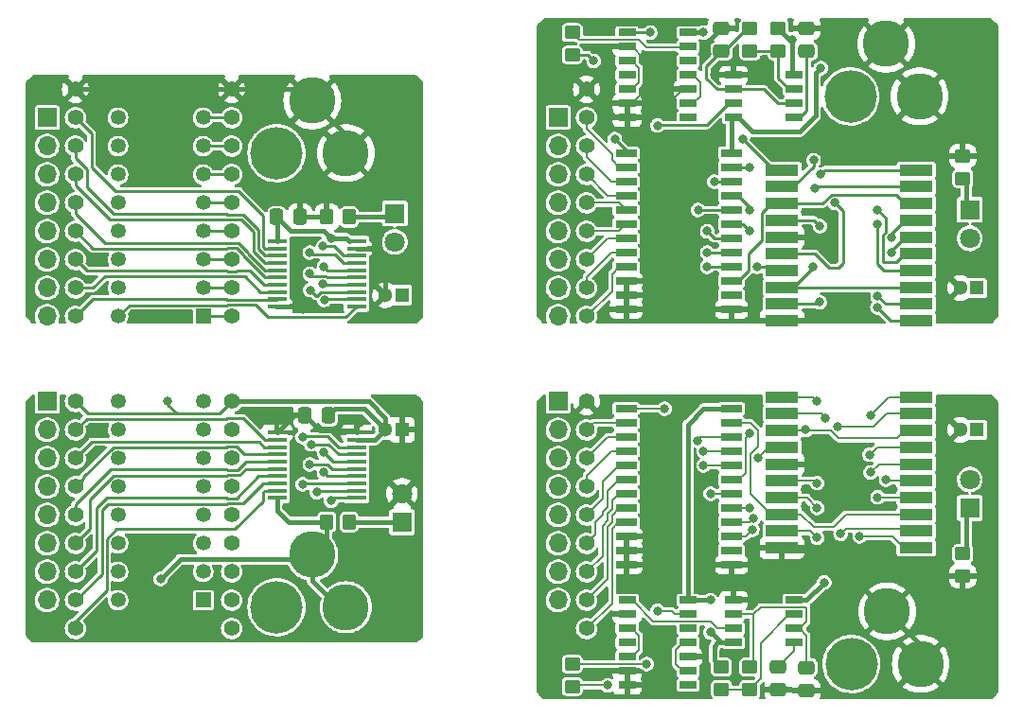
<source format=gbr>
%TF.GenerationSoftware,KiCad,Pcbnew,(6.0.5)*%
%TF.CreationDate,2022-07-17T09:31:14+02:00*%
%TF.ProjectId,Bus Tester,42757320-5465-4737-9465-722e6b696361,rev?*%
%TF.SameCoordinates,Original*%
%TF.FileFunction,Copper,L1,Top*%
%TF.FilePolarity,Positive*%
%FSLAX46Y46*%
G04 Gerber Fmt 4.6, Leading zero omitted, Abs format (unit mm)*
G04 Created by KiCad (PCBNEW (6.0.5)) date 2022-07-17 09:31:14*
%MOMM*%
%LPD*%
G01*
G04 APERTURE LIST*
G04 Aperture macros list*
%AMRoundRect*
0 Rectangle with rounded corners*
0 $1 Rounding radius*
0 $2 $3 $4 $5 $6 $7 $8 $9 X,Y pos of 4 corners*
0 Add a 4 corners polygon primitive as box body*
4,1,4,$2,$3,$4,$5,$6,$7,$8,$9,$2,$3,0*
0 Add four circle primitives for the rounded corners*
1,1,$1+$1,$2,$3*
1,1,$1+$1,$4,$5*
1,1,$1+$1,$6,$7*
1,1,$1+$1,$8,$9*
0 Add four rect primitives between the rounded corners*
20,1,$1+$1,$2,$3,$4,$5,0*
20,1,$1+$1,$4,$5,$6,$7,0*
20,1,$1+$1,$6,$7,$8,$9,0*
20,1,$1+$1,$8,$9,$2,$3,0*%
G04 Aperture macros list end*
%TA.AperFunction,ComponentPad*%
%ADD10R,1.800000X1.800000*%
%TD*%
%TA.AperFunction,ComponentPad*%
%ADD11C,1.800000*%
%TD*%
%TA.AperFunction,SMDPad,CuDef*%
%ADD12R,1.550000X0.650000*%
%TD*%
%TA.AperFunction,SMDPad,CuDef*%
%ADD13R,1.925000X0.650000*%
%TD*%
%TA.AperFunction,SMDPad,CuDef*%
%ADD14RoundRect,0.250000X0.450000X-0.350000X0.450000X0.350000X-0.450000X0.350000X-0.450000X-0.350000X0*%
%TD*%
%TA.AperFunction,ComponentPad*%
%ADD15C,1.400000*%
%TD*%
%TA.AperFunction,ComponentPad*%
%ADD16R,1.300000X1.300000*%
%TD*%
%TA.AperFunction,ComponentPad*%
%ADD17C,1.300000*%
%TD*%
%TA.AperFunction,SMDPad,CuDef*%
%ADD18RoundRect,0.250000X0.337500X0.475000X-0.337500X0.475000X-0.337500X-0.475000X0.337500X-0.475000X0*%
%TD*%
%TA.AperFunction,ComponentPad*%
%ADD19C,4.700000*%
%TD*%
%TA.AperFunction,ComponentPad*%
%ADD20C,4.150000*%
%TD*%
%TA.AperFunction,SMDPad,CuDef*%
%ADD21RoundRect,0.250000X-0.475000X0.337500X-0.475000X-0.337500X0.475000X-0.337500X0.475000X0.337500X0*%
%TD*%
%TA.AperFunction,SMDPad,CuDef*%
%ADD22R,1.800000X0.450000*%
%TD*%
%TA.AperFunction,SMDPad,CuDef*%
%ADD23RoundRect,0.250000X-0.450000X0.350000X-0.450000X-0.350000X0.450000X-0.350000X0.450000X0.350000X0*%
%TD*%
%TA.AperFunction,SMDPad,CuDef*%
%ADD24RoundRect,0.250000X0.350000X0.450000X-0.350000X0.450000X-0.350000X-0.450000X0.350000X-0.450000X0*%
%TD*%
%TA.AperFunction,SMDPad,CuDef*%
%ADD25RoundRect,0.250000X0.475000X-0.337500X0.475000X0.337500X-0.475000X0.337500X-0.475000X-0.337500X0*%
%TD*%
%TA.AperFunction,SMDPad,CuDef*%
%ADD26R,3.000000X1.000000*%
%TD*%
%TA.AperFunction,ComponentPad*%
%ADD27R,1.350000X1.350000*%
%TD*%
%TA.AperFunction,ComponentPad*%
%ADD28C,1.350000*%
%TD*%
%TA.AperFunction,ComponentPad*%
%ADD29R,1.700000X1.700000*%
%TD*%
%TA.AperFunction,ComponentPad*%
%ADD30O,1.700000X1.700000*%
%TD*%
%TA.AperFunction,ViaPad*%
%ADD31C,0.800000*%
%TD*%
%TA.AperFunction,Conductor*%
%ADD32C,0.450000*%
%TD*%
%TA.AperFunction,Conductor*%
%ADD33C,0.250000*%
%TD*%
%TA.AperFunction,Conductor*%
%ADD34C,0.200000*%
%TD*%
G04 APERTURE END LIST*
D10*
%TO.P,LED2,1,K*%
%TO.N,Net-(LED2-Pad1)*%
X51435000Y-36512500D03*
D11*
%TO.P,LED2,2,A*%
%TO.N,/Left Handed Bus LED/5V*%
X51435000Y-39052500D03*
%TD*%
D12*
%TO.P,IC8,1,1A*%
%TO.N,Net-(IC7-Pad3)*%
X72205000Y-71120000D03*
%TO.P,IC8,2,1Y*%
%TO.N,/Right Handed Bus 7-Segment/GND*%
X72205000Y-72390000D03*
%TO.P,IC8,3,2A*%
%TO.N,Net-(IC8-Pad3)*%
X72205000Y-73660000D03*
%TO.P,IC8,4,2Y*%
%TO.N,unconnected-(IC8-Pad4)*%
X72205000Y-74930000D03*
%TO.P,IC8,5,3A*%
%TO.N,Net-(IC8-Pad3)*%
X72205000Y-76200000D03*
%TO.P,IC8,6,3Y*%
%TO.N,/Right Handed Bus 7-Segment/GND*%
X72205000Y-77470000D03*
%TO.P,IC8,7,GND*%
X72205000Y-78740000D03*
%TO.P,IC8,8,4Y*%
%TO.N,unconnected-(IC8-Pad8)*%
X77655000Y-78740000D03*
%TO.P,IC8,9,4A*%
%TO.N,Net-(IC8-Pad11)*%
X77655000Y-77470000D03*
%TO.P,IC8,10,5Y*%
%TO.N,/Right Handed Bus 7-Segment/GND*%
X77655000Y-76200000D03*
%TO.P,IC8,11,5A*%
%TO.N,Net-(IC8-Pad11)*%
X77655000Y-74930000D03*
%TO.P,IC8,12,6Y*%
%TO.N,unconnected-(IC8-Pad12)*%
X77655000Y-73660000D03*
%TO.P,IC8,13,6A*%
%TO.N,Net-(IC8-Pad13)*%
X77655000Y-72390000D03*
%TO.P,IC8,14,5V*%
%TO.N,/Right Handed Bus 7-Segment/5V*%
X77655000Y-71120000D03*
%TD*%
D13*
%TO.P,IC6,1,CLK/IN*%
%TO.N,/Right Handed Bus 7-Segment/Clock*%
X72123000Y-53975000D03*
%TO.P,IC6,2,IN0*%
%TO.N,/Right Handed Bus 7-Segment/AA*%
X72123000Y-55245000D03*
%TO.P,IC6,3,IN1*%
%TO.N,/Right Handed Bus 7-Segment/AB*%
X72123000Y-56515000D03*
%TO.P,IC6,4,IN2/PD*%
%TO.N,/Right Handed Bus 7-Segment/AC*%
X72123000Y-57785000D03*
%TO.P,IC6,5,IN3*%
%TO.N,/Right Handed Bus 7-Segment/AD*%
X72123000Y-59055000D03*
%TO.P,IC6,6,IN4*%
%TO.N,/Right Handed Bus 7-Segment/BA*%
X72123000Y-60325000D03*
%TO.P,IC6,7,IN5*%
%TO.N,/Right Handed Bus 7-Segment/BB*%
X72123000Y-61595000D03*
%TO.P,IC6,8,IN6*%
%TO.N,/Right Handed Bus 7-Segment/BC*%
X72123000Y-62865000D03*
%TO.P,IC6,9,IN7*%
%TO.N,/Right Handed Bus 7-Segment/BD*%
X72123000Y-64135000D03*
%TO.P,IC6,10,IN8*%
%TO.N,/Right Handed Bus 7-Segment/GND*%
X72123000Y-65405000D03*
%TO.P,IC6,11,IN9*%
X72123000Y-66675000D03*
%TO.P,IC6,12,GND*%
X72123000Y-67945000D03*
%TO.P,IC6,13,IN10*%
X81547000Y-67945000D03*
%TO.P,IC6,14,I/O0*%
%TO.N,unconnected-(IC6-Pad14)*%
X81547000Y-66675000D03*
%TO.P,IC6,15,I/O1*%
%TO.N,/Right Handed Bus 7-Segment/Cathode Left*%
X81547000Y-65405000D03*
%TO.P,IC6,16,I/O2*%
%TO.N,/Right Handed Bus 7-Segment/B Seg*%
X81547000Y-64135000D03*
%TO.P,IC6,17,I/O3*%
%TO.N,/Right Handed Bus 7-Segment/A Seg*%
X81547000Y-62865000D03*
%TO.P,IC6,18,I/O4*%
%TO.N,/Right Handed Bus 7-Segment/C Seg*%
X81547000Y-61595000D03*
%TO.P,IC6,19,I/O5*%
%TO.N,/Right Handed Bus 7-Segment/F Seg*%
X81547000Y-60325000D03*
%TO.P,IC6,20,I/O6*%
%TO.N,/Right Handed Bus 7-Segment/D Seg*%
X81547000Y-59055000D03*
%TO.P,IC6,21,I/O7*%
%TO.N,/Right Handed Bus 7-Segment/G Seg*%
X81547000Y-57785000D03*
%TO.P,IC6,22,I/O8*%
%TO.N,/Right Handed Bus 7-Segment/E Seg*%
X81547000Y-56515000D03*
%TO.P,IC6,23,I/O9*%
%TO.N,/Right Handed Bus 7-Segment/Cathode Right*%
X81547000Y-55245000D03*
%TO.P,IC6,24,5V*%
%TO.N,/Right Handed Bus 7-Segment/5V*%
X81547000Y-53975000D03*
%TD*%
D14*
%TO.P,R6,1*%
%TO.N,/Left Handed Bus 7-Segment/Clock*%
X67310000Y-22320000D03*
%TO.P,R6,2*%
%TO.N,Net-(IC5-Pad13)*%
X67310000Y-20320000D03*
%TD*%
D15*
%TO.P,RN1,1,PC*%
%TO.N,/Left Handed Bus LED/GND*%
X22860000Y-25400000D03*
%TO.P,RN1,2,R1*%
%TO.N,Net-(IC1-Pad2)*%
X22860000Y-27940000D03*
%TO.P,RN1,3,R2*%
%TO.N,Net-(IC1-Pad3)*%
X22860000Y-30480000D03*
%TO.P,RN1,4,R3*%
%TO.N,Net-(IC1-Pad4)*%
X22860000Y-33020000D03*
%TO.P,RN1,5,R4*%
%TO.N,Net-(IC1-Pad5)*%
X22860000Y-35560000D03*
%TO.P,RN1,6,R5*%
%TO.N,Net-(IC1-Pad6)*%
X22860000Y-38100000D03*
%TO.P,RN1,7,R6*%
%TO.N,Net-(IC1-Pad7)*%
X22860000Y-40640000D03*
%TO.P,RN1,8,R7*%
%TO.N,Net-(IC1-Pad8)*%
X22860000Y-43180000D03*
%TO.P,RN1,9,R8*%
%TO.N,Net-(IC1-Pad9)*%
X22860000Y-45720000D03*
%TD*%
D16*
%TO.P,C7,1*%
%TO.N,/Left Handed Bus 7-Segment/5V*%
X103505000Y-43180000D03*
D17*
%TO.P,C7,2*%
%TO.N,/Left Handed Bus 7-Segment/GND*%
X102005000Y-43180000D03*
%TD*%
D18*
%TO.P,C3,1*%
%TO.N,/Right Handed Bus LED/GND*%
X45487500Y-54610000D03*
%TO.P,C3,2*%
%TO.N,/Right Handed Bus LED/5V*%
X43412500Y-54610000D03*
%TD*%
D12*
%TO.P,IC3,1,GND*%
%TO.N,/Left Handed Bus 7-Segment/GND*%
X81730000Y-24130000D03*
%TO.P,IC3,2,TRIG*%
%TO.N,Net-(C5-Pad1)*%
X81730000Y-25400000D03*
%TO.P,IC3,3,OUT*%
%TO.N,Net-(IC3-Pad3)*%
X81730000Y-26670000D03*
%TO.P,IC3,4,RESET*%
%TO.N,/Left Handed Bus 7-Segment/5V*%
X81730000Y-27940000D03*
%TO.P,IC3,5,CONT*%
%TO.N,Net-(C6-Pad1)*%
X87180000Y-27940000D03*
%TO.P,IC3,6,THRES*%
%TO.N,Net-(C5-Pad1)*%
X87180000Y-26670000D03*
%TO.P,IC3,7,DISCH*%
%TO.N,Net-(IC3-Pad7)*%
X87180000Y-25400000D03*
%TO.P,IC3,8,VCC*%
%TO.N,/Left Handed Bus 7-Segment/5V*%
X87180000Y-24130000D03*
%TD*%
D19*
%TO.P,J8,A1,VCC*%
%TO.N,Net-(D6-Pad2)*%
X92278200Y-76835000D03*
D20*
%TO.P,J8,B1,GND1*%
%TO.N,/Right Handed Bus 7-Segment/GND*%
X95478200Y-72135000D03*
%TO.P,J8,C1,GND2*%
X98478200Y-76835000D03*
%TD*%
D21*
%TO.P,C10,1*%
%TO.N,Net-(C10-Pad1)*%
X85725000Y-77067500D03*
%TO.P,C10,2*%
%TO.N,/Right Handed Bus 7-Segment/GND*%
X85725000Y-79142500D03*
%TD*%
D14*
%TO.P,R5,1*%
%TO.N,Net-(LED3-Pad1)*%
X102235000Y-33385000D03*
%TO.P,R5,2*%
%TO.N,/Left Handed Bus 7-Segment/GND*%
X102235000Y-31385000D03*
%TD*%
D22*
%TO.P,IC2,1,DIR*%
%TO.N,/Right Handed Bus LED/5V*%
X40900000Y-56130000D03*
%TO.P,IC2,2,A1*%
%TO.N,Net-(IC2-Pad2)*%
X40900000Y-56780000D03*
%TO.P,IC2,3,A2*%
%TO.N,Net-(IC2-Pad3)*%
X40900000Y-57430000D03*
%TO.P,IC2,4,A3*%
%TO.N,Net-(IC2-Pad4)*%
X40900000Y-58080000D03*
%TO.P,IC2,5,A4*%
%TO.N,Net-(IC2-Pad5)*%
X40900000Y-58730000D03*
%TO.P,IC2,6,A5*%
%TO.N,Net-(IC2-Pad6)*%
X40900000Y-59380000D03*
%TO.P,IC2,7,A6*%
%TO.N,Net-(IC2-Pad7)*%
X40900000Y-60030000D03*
%TO.P,IC2,8,A7*%
%TO.N,Net-(IC2-Pad8)*%
X40900000Y-60680000D03*
%TO.P,IC2,9,A8*%
%TO.N,Net-(IC2-Pad9)*%
X40900000Y-61330000D03*
%TO.P,IC2,10,GND*%
%TO.N,/Right Handed Bus LED/GND*%
X40900000Y-61980000D03*
%TO.P,IC2,11,B8*%
%TO.N,Net-(DS2-Pad16)*%
X48000000Y-61980000D03*
%TO.P,IC2,12,B7*%
%TO.N,Net-(DS2-Pad15)*%
X48000000Y-61330000D03*
%TO.P,IC2,13,B6*%
%TO.N,Net-(DS2-Pad14)*%
X48000000Y-60680000D03*
%TO.P,IC2,14,B5*%
%TO.N,Net-(DS2-Pad13)*%
X48000000Y-60030000D03*
%TO.P,IC2,15,B4*%
%TO.N,Net-(DS2-Pad12)*%
X48000000Y-59380000D03*
%TO.P,IC2,16,B3*%
%TO.N,Net-(DS2-Pad11)*%
X48000000Y-58730000D03*
%TO.P,IC2,17,B2*%
%TO.N,Net-(DS2-Pad10)*%
X48000000Y-58080000D03*
%TO.P,IC2,18,B1*%
%TO.N,Net-(DS2-Pad9)*%
X48000000Y-57430000D03*
%TO.P,IC2,19,~{OE}*%
%TO.N,/Right Handed Bus LED/GND*%
X48000000Y-56780000D03*
%TO.P,IC2,20,5V*%
%TO.N,/Right Handed Bus LED/5V*%
X48000000Y-56130000D03*
%TD*%
D23*
%TO.P,R8,1*%
%TO.N,Net-(LED4-Pad1)*%
X102235000Y-66945000D03*
%TO.P,R8,2*%
%TO.N,/Right Handed Bus 7-Segment/GND*%
X102235000Y-68945000D03*
%TD*%
D21*
%TO.P,C9,1*%
%TO.N,Net-(C9-Pad1)*%
X88265000Y-77152500D03*
%TO.P,C9,2*%
%TO.N,/Right Handed Bus 7-Segment/GND*%
X88265000Y-79227500D03*
%TD*%
D24*
%TO.P,R1,1*%
%TO.N,Net-(LED2-Pad1)*%
X47355000Y-36830000D03*
%TO.P,R1,2*%
%TO.N,/Left Handed Bus LED/GND*%
X45355000Y-36830000D03*
%TD*%
D19*
%TO.P,J4,A1,VCC*%
%TO.N,Net-(D3-Pad2)*%
X40843200Y-71755000D03*
D20*
%TO.P,J4,B1,GND1*%
%TO.N,/Right Handed Bus LED/GND*%
X44043200Y-67055000D03*
%TO.P,J4,C1,GND2*%
X47043200Y-71755000D03*
%TD*%
D10*
%TO.P,LED1,1,K*%
%TO.N,Net-(LED1-Pad1)*%
X52070000Y-64135000D03*
D11*
%TO.P,LED1,2,A*%
%TO.N,/Right Handed Bus LED/5V*%
X52070000Y-61595000D03*
%TD*%
D25*
%TO.P,C5,1*%
%TO.N,Net-(C5-Pad1)*%
X80645000Y-21992500D03*
%TO.P,C5,2*%
%TO.N,/Left Handed Bus 7-Segment/GND*%
X80645000Y-19917500D03*
%TD*%
D26*
%TO.P,DS3,1,E-Seg_{(Left)}*%
%TO.N,Net-(DS3-Pad1)*%
X86075000Y-32620000D03*
%TO.P,DS3,2,D-Seg_{(Left)}*%
%TO.N,Net-(DS3-Pad2)*%
X86075000Y-34120000D03*
%TO.P,DS3,3,Cathode_{(Left)}*%
%TO.N,/Left Handed Bus 7-Segment/Cathode Left*%
X86075000Y-35620000D03*
%TO.P,DS3,4,C-Seg_{(Left)}*%
%TO.N,Net-(DS3-Pad4)*%
X86075000Y-37120000D03*
%TO.P,DS3,5,Dot_{(Left)}*%
%TO.N,/Left Handed Bus 7-Segment/GND*%
X86075000Y-38620000D03*
%TO.P,DS3,6,E-Seg_{(Right)}*%
%TO.N,Net-(DS3-Pad6)*%
X86075000Y-40120000D03*
%TO.P,DS3,7,D-Seg_{(Right)}*%
%TO.N,Net-(DS3-Pad7)*%
X86075000Y-41620000D03*
%TO.P,DS3,8,Cathode_{(Right)}*%
%TO.N,/Left Handed Bus 7-Segment/Cathode Right*%
X86075000Y-43120000D03*
%TO.P,DS3,9,C-Seg_{(Right)}*%
%TO.N,Net-(DS3-Pad9)*%
X86075000Y-44620000D03*
%TO.P,DS3,10,Dot_{(Right)}*%
%TO.N,/Left Handed Bus 7-Segment/GND*%
X86075000Y-46120000D03*
%TO.P,DS3,11,B-Seg_{(Right)}*%
%TO.N,Net-(DS3-Pad11)*%
X98075000Y-46120000D03*
%TO.P,DS3,12,A-Seg_{(Right)}*%
%TO.N,Net-(DS3-Pad12)*%
X98075000Y-44620000D03*
%TO.P,DS3,13,Cathode_{(Right)}*%
%TO.N,/Left Handed Bus 7-Segment/Cathode Right*%
X98075000Y-43120000D03*
%TO.P,DS3,14,F-Seg_{(Right)}*%
%TO.N,Net-(DS3-Pad14)*%
X98075000Y-41620000D03*
%TO.P,DS3,15,G-Seg_{(Right)}*%
%TO.N,Net-(DS3-Pad15)*%
X98075000Y-40120000D03*
%TO.P,DS3,16,B-Seg_{(Left)}*%
%TO.N,Net-(DS3-Pad16)*%
X98075000Y-38620000D03*
%TO.P,DS3,17,A-Seg_{(Left)}*%
%TO.N,Net-(DS3-Pad17)*%
X98075000Y-37120000D03*
%TO.P,DS3,18,Cathode_{(Left)}*%
%TO.N,/Left Handed Bus 7-Segment/Cathode Left*%
X98075000Y-35620000D03*
%TO.P,DS3,19,F-Seg_{(Left)}*%
%TO.N,Net-(DS3-Pad19)*%
X98075000Y-34120000D03*
%TO.P,DS3,20,G-Seg_{(Left)}*%
%TO.N,Net-(DS3-Pad20)*%
X98075000Y-32620000D03*
%TD*%
D15*
%TO.P,RN7,1,PC*%
%TO.N,/Left Handed Bus 7-Segment/GND*%
X68580000Y-25400000D03*
%TO.P,RN7,2,R1*%
%TO.N,/Left Handed Bus 7-Segment/AA*%
X68580000Y-27940000D03*
%TO.P,RN7,3,R2*%
%TO.N,/Left Handed Bus 7-Segment/AB*%
X68580000Y-30480000D03*
%TO.P,RN7,4,R3*%
%TO.N,/Left Handed Bus 7-Segment/AC*%
X68580000Y-33020000D03*
%TO.P,RN7,5,R4*%
%TO.N,/Left Handed Bus 7-Segment/AD*%
X68580000Y-35560000D03*
%TO.P,RN7,6,R5*%
%TO.N,/Left Handed Bus 7-Segment/BA*%
X68580000Y-38100000D03*
%TO.P,RN7,7,R6*%
%TO.N,/Left Handed Bus 7-Segment/BB*%
X68580000Y-40640000D03*
%TO.P,RN7,8,R7*%
%TO.N,/Left Handed Bus 7-Segment/BC*%
X68580000Y-43180000D03*
%TO.P,RN7,9,R8*%
%TO.N,/Left Handed Bus 7-Segment/BD*%
X68580000Y-45720000D03*
%TD*%
D23*
%TO.P,R7,1*%
%TO.N,/Right Handed Bus 7-Segment/Clock*%
X67310000Y-76835000D03*
%TO.P,R7,2*%
%TO.N,Net-(IC8-Pad13)*%
X67310000Y-78835000D03*
%TD*%
D15*
%TO.P,RN10,1,PC*%
%TO.N,/Right Handed Bus 7-Segment/GND*%
X68580000Y-53340000D03*
%TO.P,RN10,2,R1*%
%TO.N,/Right Handed Bus 7-Segment/AA*%
X68580000Y-55880000D03*
%TO.P,RN10,3,R2*%
%TO.N,/Right Handed Bus 7-Segment/AB*%
X68580000Y-58420000D03*
%TO.P,RN10,4,R3*%
%TO.N,/Right Handed Bus 7-Segment/AC*%
X68580000Y-60960000D03*
%TO.P,RN10,5,R4*%
%TO.N,/Right Handed Bus 7-Segment/AD*%
X68580000Y-63500000D03*
%TO.P,RN10,6,R5*%
%TO.N,/Right Handed Bus 7-Segment/BA*%
X68580000Y-66040000D03*
%TO.P,RN10,7,R6*%
%TO.N,/Right Handed Bus 7-Segment/BB*%
X68580000Y-68580000D03*
%TO.P,RN10,8,R7*%
%TO.N,/Right Handed Bus 7-Segment/BC*%
X68580000Y-71120000D03*
%TO.P,RN10,9,R8*%
%TO.N,/Right Handed Bus 7-Segment/BD*%
X68580000Y-73660000D03*
%TD*%
D25*
%TO.P,C6,1*%
%TO.N,Net-(C6-Pad1)*%
X88265000Y-21992500D03*
%TO.P,C6,2*%
%TO.N,/Left Handed Bus 7-Segment/GND*%
X88265000Y-19917500D03*
%TD*%
D27*
%TO.P,DS2,1,ANODE_A*%
%TO.N,Net-(DS2-Pad1)*%
X34290000Y-71120000D03*
D28*
%TO.P,DS2,2,ANODE_B*%
%TO.N,Net-(DS2-Pad2)*%
X34290000Y-68580000D03*
%TO.P,DS2,3,ANODE_C*%
%TO.N,Net-(DS2-Pad3)*%
X34290000Y-66040000D03*
%TO.P,DS2,4,ANODE_D*%
%TO.N,Net-(DS2-Pad4)*%
X34290000Y-63500000D03*
%TO.P,DS2,5,ANODE_E*%
%TO.N,Net-(DS2-Pad5)*%
X34290000Y-60960000D03*
%TO.P,DS2,6,ANODE_F*%
%TO.N,Net-(DS2-Pad6)*%
X34290000Y-58420000D03*
%TO.P,DS2,7,ANODE_G*%
%TO.N,Net-(DS2-Pad7)*%
X34290000Y-55880000D03*
%TO.P,DS2,8,ANODE_H*%
%TO.N,Net-(DS2-Pad8)*%
X34290000Y-53340000D03*
%TO.P,DS2,9,CATHODE_H*%
%TO.N,Net-(DS2-Pad9)*%
X26670000Y-53340000D03*
%TO.P,DS2,10,CATHODE_G*%
%TO.N,Net-(DS2-Pad10)*%
X26670000Y-55880000D03*
%TO.P,DS2,11,CATHODE_F*%
%TO.N,Net-(DS2-Pad11)*%
X26670000Y-58420000D03*
%TO.P,DS2,12,CATHODE_E*%
%TO.N,Net-(DS2-Pad12)*%
X26670000Y-60960000D03*
%TO.P,DS2,13,CATHODE_D*%
%TO.N,Net-(DS2-Pad13)*%
X26670000Y-63500000D03*
%TO.P,DS2,14,CATHODE_C*%
%TO.N,Net-(DS2-Pad14)*%
X26670000Y-66040000D03*
%TO.P,DS2,15,CATHODE_B*%
%TO.N,Net-(DS2-Pad15)*%
X26670000Y-68580000D03*
%TO.P,DS2,16,CATHODE_A*%
%TO.N,Net-(DS2-Pad16)*%
X26670000Y-71120000D03*
%TD*%
D19*
%TO.P,J5,A1,VCC*%
%TO.N,Net-(D4-Pad2)*%
X92186000Y-26035000D03*
D20*
%TO.P,J5,B1,GND1*%
%TO.N,/Left Handed Bus 7-Segment/GND*%
X95386000Y-21335000D03*
%TO.P,J5,C1,GND2*%
X98386000Y-26035000D03*
%TD*%
D22*
%TO.P,IC1,1,DIR*%
%TO.N,/Left Handed Bus LED/5V*%
X40900000Y-38985000D03*
%TO.P,IC1,2,A1*%
%TO.N,Net-(IC1-Pad2)*%
X40900000Y-39635000D03*
%TO.P,IC1,3,A2*%
%TO.N,Net-(IC1-Pad3)*%
X40900000Y-40285000D03*
%TO.P,IC1,4,A3*%
%TO.N,Net-(IC1-Pad4)*%
X40900000Y-40935000D03*
%TO.P,IC1,5,A4*%
%TO.N,Net-(IC1-Pad5)*%
X40900000Y-41585000D03*
%TO.P,IC1,6,A5*%
%TO.N,Net-(IC1-Pad6)*%
X40900000Y-42235000D03*
%TO.P,IC1,7,A6*%
%TO.N,Net-(IC1-Pad7)*%
X40900000Y-42885000D03*
%TO.P,IC1,8,A7*%
%TO.N,Net-(IC1-Pad8)*%
X40900000Y-43535000D03*
%TO.P,IC1,9,A8*%
%TO.N,Net-(IC1-Pad9)*%
X40900000Y-44185000D03*
%TO.P,IC1,10,GND*%
%TO.N,/Left Handed Bus LED/GND*%
X40900000Y-44835000D03*
%TO.P,IC1,11,B8*%
%TO.N,Net-(DS1-Pad16)*%
X48000000Y-44835000D03*
%TO.P,IC1,12,B7*%
%TO.N,Net-(DS1-Pad15)*%
X48000000Y-44185000D03*
%TO.P,IC1,13,B6*%
%TO.N,Net-(DS1-Pad14)*%
X48000000Y-43535000D03*
%TO.P,IC1,14,B5*%
%TO.N,Net-(DS1-Pad13)*%
X48000000Y-42885000D03*
%TO.P,IC1,15,B4*%
%TO.N,Net-(DS1-Pad12)*%
X48000000Y-42235000D03*
%TO.P,IC1,16,B3*%
%TO.N,Net-(DS1-Pad11)*%
X48000000Y-41585000D03*
%TO.P,IC1,17,B2*%
%TO.N,Net-(DS1-Pad10)*%
X48000000Y-40935000D03*
%TO.P,IC1,18,B1*%
%TO.N,Net-(DS1-Pad9)*%
X48000000Y-40285000D03*
%TO.P,IC1,19,~{OE}*%
%TO.N,/Left Handed Bus LED/GND*%
X48000000Y-39635000D03*
%TO.P,IC1,20,5V*%
%TO.N,/Left Handed Bus LED/5V*%
X48000000Y-38985000D03*
%TD*%
D18*
%TO.P,C1,1*%
%TO.N,/Left Handed Bus LED/GND*%
X42947500Y-36830000D03*
%TO.P,C1,2*%
%TO.N,/Left Handed Bus LED/5V*%
X40872500Y-36830000D03*
%TD*%
D15*
%TO.P,RN2,1,PC*%
%TO.N,/Left Handed Bus LED/GND*%
X36830000Y-25400000D03*
%TO.P,RN2,2,R1*%
%TO.N,Net-(DS1-Pad8)*%
X36830000Y-27940000D03*
%TO.P,RN2,3,R2*%
%TO.N,Net-(DS1-Pad7)*%
X36830000Y-30480000D03*
%TO.P,RN2,4,R3*%
%TO.N,Net-(DS1-Pad6)*%
X36830000Y-33020000D03*
%TO.P,RN2,5,R4*%
%TO.N,Net-(DS1-Pad5)*%
X36830000Y-35560000D03*
%TO.P,RN2,6,R5*%
%TO.N,Net-(DS1-Pad4)*%
X36830000Y-38100000D03*
%TO.P,RN2,7,R6*%
%TO.N,Net-(DS1-Pad3)*%
X36830000Y-40640000D03*
%TO.P,RN2,8,R7*%
%TO.N,Net-(DS1-Pad2)*%
X36830000Y-43180000D03*
%TO.P,RN2,9,R8*%
%TO.N,Net-(DS1-Pad1)*%
X36830000Y-45720000D03*
%TD*%
D12*
%TO.P,IC5,1,1A*%
%TO.N,Net-(IC3-Pad3)*%
X72205000Y-20320000D03*
%TO.P,IC5,2,1Y*%
%TO.N,/Left Handed Bus 7-Segment/GND*%
X72205000Y-21590000D03*
%TO.P,IC5,3,2A*%
%TO.N,Net-(IC5-Pad3)*%
X72205000Y-22860000D03*
%TO.P,IC5,4,2Y*%
%TO.N,unconnected-(IC5-Pad4)*%
X72205000Y-24130000D03*
%TO.P,IC5,5,3A*%
%TO.N,Net-(IC5-Pad3)*%
X72205000Y-25400000D03*
%TO.P,IC5,6,3Y*%
%TO.N,/Left Handed Bus 7-Segment/GND*%
X72205000Y-26670000D03*
%TO.P,IC5,7,GND*%
X72205000Y-27940000D03*
%TO.P,IC5,8,4Y*%
%TO.N,unconnected-(IC5-Pad8)*%
X77655000Y-27940000D03*
%TO.P,IC5,9,4A*%
%TO.N,Net-(IC5-Pad11)*%
X77655000Y-26670000D03*
%TO.P,IC5,10,5Y*%
%TO.N,/Left Handed Bus 7-Segment/GND*%
X77655000Y-25400000D03*
%TO.P,IC5,11,5A*%
%TO.N,Net-(IC5-Pad11)*%
X77655000Y-24130000D03*
%TO.P,IC5,12,6Y*%
%TO.N,unconnected-(IC5-Pad12)*%
X77655000Y-22860000D03*
%TO.P,IC5,13,6A*%
%TO.N,Net-(IC5-Pad13)*%
X77655000Y-21590000D03*
%TO.P,IC5,14,5V*%
%TO.N,/Left Handed Bus 7-Segment/5V*%
X77655000Y-20320000D03*
%TD*%
D27*
%TO.P,DS1,1,ANODE_A*%
%TO.N,Net-(DS1-Pad1)*%
X34288000Y-45720000D03*
D28*
%TO.P,DS1,2,ANODE_B*%
%TO.N,Net-(DS1-Pad2)*%
X34288000Y-43180000D03*
%TO.P,DS1,3,ANODE_C*%
%TO.N,Net-(DS1-Pad3)*%
X34288000Y-40640000D03*
%TO.P,DS1,4,ANODE_D*%
%TO.N,Net-(DS1-Pad4)*%
X34288000Y-38100000D03*
%TO.P,DS1,5,ANODE_E*%
%TO.N,Net-(DS1-Pad5)*%
X34288000Y-35560000D03*
%TO.P,DS1,6,ANODE_F*%
%TO.N,Net-(DS1-Pad6)*%
X34288000Y-33020000D03*
%TO.P,DS1,7,ANODE_G*%
%TO.N,Net-(DS1-Pad7)*%
X34288000Y-30480000D03*
%TO.P,DS1,8,ANODE_H*%
%TO.N,Net-(DS1-Pad8)*%
X34288000Y-27940000D03*
%TO.P,DS1,9,CATHODE_H*%
%TO.N,Net-(DS1-Pad9)*%
X26668000Y-27940000D03*
%TO.P,DS1,10,CATHODE_G*%
%TO.N,Net-(DS1-Pad10)*%
X26668000Y-30480000D03*
%TO.P,DS1,11,CATHODE_F*%
%TO.N,Net-(DS1-Pad11)*%
X26668000Y-33020000D03*
%TO.P,DS1,12,CATHODE_E*%
%TO.N,Net-(DS1-Pad12)*%
X26668000Y-35560000D03*
%TO.P,DS1,13,CATHODE_D*%
%TO.N,Net-(DS1-Pad13)*%
X26668000Y-38100000D03*
%TO.P,DS1,14,CATHODE_C*%
%TO.N,Net-(DS1-Pad14)*%
X26668000Y-40640000D03*
%TO.P,DS1,15,CATHODE_B*%
%TO.N,Net-(DS1-Pad15)*%
X26668000Y-43180000D03*
%TO.P,DS1,16,CATHODE_A*%
%TO.N,Net-(DS1-Pad16)*%
X26668000Y-45720000D03*
%TD*%
D16*
%TO.P,C2,1*%
%TO.N,/Left Handed Bus LED/5V*%
X52070000Y-43815000D03*
D17*
%TO.P,C2,2*%
%TO.N,/Left Handed Bus LED/GND*%
X50570000Y-43815000D03*
%TD*%
D19*
%TO.P,J2,A1,VCC*%
%TO.N,Net-(D2-Pad2)*%
X40843200Y-31115000D03*
D20*
%TO.P,J2,B1,GND1*%
%TO.N,/Left Handed Bus LED/GND*%
X44043200Y-26415000D03*
%TO.P,J2,C1,GND2*%
X47043200Y-31115000D03*
%TD*%
D24*
%TO.P,R2,1*%
%TO.N,Net-(LED1-Pad1)*%
X47355000Y-64135000D03*
%TO.P,R2,2*%
%TO.N,/Right Handed Bus LED/GND*%
X45355000Y-64135000D03*
%TD*%
D14*
%TO.P,R10,1*%
%TO.N,Net-(IC7-Pad7)*%
X80645000Y-79105000D03*
%TO.P,R10,2*%
%TO.N,/Right Handed Bus 7-Segment/5V*%
X80645000Y-77105000D03*
%TD*%
D16*
%TO.P,C8,1*%
%TO.N,/Right Handed Bus 7-Segment/5V*%
X103505000Y-55880000D03*
D17*
%TO.P,C8,2*%
%TO.N,/Right Handed Bus 7-Segment/GND*%
X102005000Y-55880000D03*
%TD*%
D15*
%TO.P,RN3,1,PC*%
%TO.N,/Right Handed Bus LED/GND*%
X22860000Y-53340000D03*
%TO.P,RN3,2,R1*%
%TO.N,Net-(IC2-Pad2)*%
X22860000Y-55880000D03*
%TO.P,RN3,3,R2*%
%TO.N,Net-(IC2-Pad3)*%
X22860000Y-58420000D03*
%TO.P,RN3,4,R3*%
%TO.N,Net-(IC2-Pad4)*%
X22860000Y-60960000D03*
%TO.P,RN3,5,R4*%
%TO.N,Net-(IC2-Pad5)*%
X22860000Y-63500000D03*
%TO.P,RN3,6,R5*%
%TO.N,Net-(IC2-Pad6)*%
X22860000Y-66040000D03*
%TO.P,RN3,7,R6*%
%TO.N,Net-(IC2-Pad7)*%
X22860000Y-68580000D03*
%TO.P,RN3,8,R7*%
%TO.N,Net-(IC2-Pad8)*%
X22860000Y-71120000D03*
%TO.P,RN3,9,R8*%
%TO.N,Net-(IC2-Pad9)*%
X22860000Y-73660000D03*
%TD*%
D13*
%TO.P,IC4,1,CLK/IN*%
%TO.N,/Left Handed Bus 7-Segment/Clock*%
X72123000Y-31115000D03*
%TO.P,IC4,2,IN0*%
%TO.N,/Left Handed Bus 7-Segment/AA*%
X72123000Y-32385000D03*
%TO.P,IC4,3,IN1*%
%TO.N,/Left Handed Bus 7-Segment/AB*%
X72123000Y-33655000D03*
%TO.P,IC4,4,IN2/PD*%
%TO.N,/Left Handed Bus 7-Segment/AC*%
X72123000Y-34925000D03*
%TO.P,IC4,5,IN3*%
%TO.N,/Left Handed Bus 7-Segment/AD*%
X72123000Y-36195000D03*
%TO.P,IC4,6,IN4*%
%TO.N,/Left Handed Bus 7-Segment/BA*%
X72123000Y-37465000D03*
%TO.P,IC4,7,IN5*%
%TO.N,/Left Handed Bus 7-Segment/BB*%
X72123000Y-38735000D03*
%TO.P,IC4,8,IN6*%
%TO.N,/Left Handed Bus 7-Segment/BC*%
X72123000Y-40005000D03*
%TO.P,IC4,9,IN7*%
%TO.N,/Left Handed Bus 7-Segment/BD*%
X72123000Y-41275000D03*
%TO.P,IC4,10,IN8*%
%TO.N,/Left Handed Bus 7-Segment/GND*%
X72123000Y-42545000D03*
%TO.P,IC4,11,IN9*%
X72123000Y-43815000D03*
%TO.P,IC4,12,GND*%
X72123000Y-45085000D03*
%TO.P,IC4,13,IN10*%
X81547000Y-45085000D03*
%TO.P,IC4,14,I/O0*%
%TO.N,unconnected-(IC4-Pad14)*%
X81547000Y-43815000D03*
%TO.P,IC4,15,I/O1*%
%TO.N,/Left Handed Bus 7-Segment/Cathode Left*%
X81547000Y-42545000D03*
%TO.P,IC4,16,I/O2*%
%TO.N,/Left Handed Bus 7-Segment/B Seg*%
X81547000Y-41275000D03*
%TO.P,IC4,17,I/O3*%
%TO.N,/Left Handed Bus 7-Segment/A Seg*%
X81547000Y-40005000D03*
%TO.P,IC4,18,I/O4*%
%TO.N,/Left Handed Bus 7-Segment/C Seg*%
X81547000Y-38735000D03*
%TO.P,IC4,19,I/O5*%
%TO.N,/Left Handed Bus 7-Segment/F Seg*%
X81547000Y-37465000D03*
%TO.P,IC4,20,I/O6*%
%TO.N,/Left Handed Bus 7-Segment/D Seg*%
X81547000Y-36195000D03*
%TO.P,IC4,21,I/O7*%
%TO.N,/Left Handed Bus 7-Segment/G Seg*%
X81547000Y-34925000D03*
%TO.P,IC4,22,I/O8*%
%TO.N,/Left Handed Bus 7-Segment/E Seg*%
X81547000Y-33655000D03*
%TO.P,IC4,23,I/O9*%
%TO.N,/Left Handed Bus 7-Segment/Cathode Right*%
X81547000Y-32385000D03*
%TO.P,IC4,24,5V*%
%TO.N,/Left Handed Bus 7-Segment/5V*%
X81547000Y-31115000D03*
%TD*%
D16*
%TO.P,C4,1*%
%TO.N,/Right Handed Bus LED/5V*%
X52070000Y-55880000D03*
D17*
%TO.P,C4,2*%
%TO.N,/Right Handed Bus LED/GND*%
X50570000Y-55880000D03*
%TD*%
D10*
%TO.P,LED4,1,K*%
%TO.N,Net-(LED4-Pad1)*%
X102870000Y-62865000D03*
D11*
%TO.P,LED4,2,A*%
%TO.N,/Right Handed Bus 7-Segment/5V*%
X102870000Y-60325000D03*
%TD*%
D23*
%TO.P,R9,1*%
%TO.N,Net-(C9-Pad1)*%
X83185000Y-77105000D03*
%TO.P,R9,2*%
%TO.N,Net-(IC7-Pad7)*%
X83185000Y-79105000D03*
%TD*%
D12*
%TO.P,IC7,1,GND*%
%TO.N,/Right Handed Bus 7-Segment/GND*%
X81730000Y-71120000D03*
%TO.P,IC7,2,TRIG*%
%TO.N,Net-(C9-Pad1)*%
X81730000Y-72390000D03*
%TO.P,IC7,3,OUT*%
%TO.N,Net-(IC7-Pad3)*%
X81730000Y-73660000D03*
%TO.P,IC7,4,RESET*%
%TO.N,/Right Handed Bus 7-Segment/5V*%
X81730000Y-74930000D03*
%TO.P,IC7,5,CONT*%
%TO.N,Net-(C10-Pad1)*%
X87180000Y-74930000D03*
%TO.P,IC7,6,THRES*%
%TO.N,Net-(C9-Pad1)*%
X87180000Y-73660000D03*
%TO.P,IC7,7,DISCH*%
%TO.N,Net-(IC7-Pad7)*%
X87180000Y-72390000D03*
%TO.P,IC7,8,VCC*%
%TO.N,/Right Handed Bus 7-Segment/5V*%
X87180000Y-71120000D03*
%TD*%
D23*
%TO.P,R3,1*%
%TO.N,Net-(C5-Pad1)*%
X83185000Y-19955000D03*
%TO.P,R3,2*%
%TO.N,Net-(IC3-Pad7)*%
X83185000Y-21955000D03*
%TD*%
D14*
%TO.P,R4,1*%
%TO.N,Net-(IC3-Pad7)*%
X85725000Y-21955000D03*
%TO.P,R4,2*%
%TO.N,/Left Handed Bus 7-Segment/5V*%
X85725000Y-19955000D03*
%TD*%
D10*
%TO.P,LED3,1,K*%
%TO.N,Net-(LED3-Pad1)*%
X102870000Y-36190000D03*
D11*
%TO.P,LED3,2,A*%
%TO.N,/Left Handed Bus 7-Segment/5V*%
X102870000Y-38730000D03*
%TD*%
D15*
%TO.P,RN4,1,PC*%
%TO.N,/Right Handed Bus LED/GND*%
X36830000Y-53340000D03*
%TO.P,RN4,2,R1*%
%TO.N,Net-(DS2-Pad8)*%
X36830000Y-55880000D03*
%TO.P,RN4,3,R2*%
%TO.N,Net-(DS2-Pad7)*%
X36830000Y-58420000D03*
%TO.P,RN4,4,R3*%
%TO.N,Net-(DS2-Pad6)*%
X36830000Y-60960000D03*
%TO.P,RN4,5,R4*%
%TO.N,Net-(DS2-Pad5)*%
X36830000Y-63500000D03*
%TO.P,RN4,6,R5*%
%TO.N,Net-(DS2-Pad4)*%
X36830000Y-66040000D03*
%TO.P,RN4,7,R6*%
%TO.N,Net-(DS2-Pad3)*%
X36830000Y-68580000D03*
%TO.P,RN4,8,R7*%
%TO.N,Net-(DS2-Pad2)*%
X36830000Y-71120000D03*
%TO.P,RN4,9,R8*%
%TO.N,Net-(DS2-Pad1)*%
X36830000Y-73660000D03*
%TD*%
D26*
%TO.P,DS4,1,E-Seg_{(Left)}*%
%TO.N,Net-(DS4-Pad1)*%
X86075000Y-52940000D03*
%TO.P,DS4,2,D-Seg_{(Left)}*%
%TO.N,Net-(DS4-Pad2)*%
X86075000Y-54440000D03*
%TO.P,DS4,3,Cathode_{(Left)}*%
%TO.N,/Right Handed Bus 7-Segment/Cathode Left*%
X86075000Y-55940000D03*
%TO.P,DS4,4,C-Seg_{(Left)}*%
%TO.N,Net-(DS4-Pad4)*%
X86075000Y-57440000D03*
%TO.P,DS4,5,Dot_{(Left)}*%
%TO.N,/Right Handed Bus 7-Segment/GND*%
X86075000Y-58940000D03*
%TO.P,DS4,6,E-Seg_{(Right)}*%
%TO.N,Net-(DS4-Pad6)*%
X86075000Y-60440000D03*
%TO.P,DS4,7,D-Seg_{(Right)}*%
%TO.N,Net-(DS4-Pad7)*%
X86075000Y-61940000D03*
%TO.P,DS4,8,Cathode_{(Right)}*%
%TO.N,/Right Handed Bus 7-Segment/Cathode Right*%
X86075000Y-63440000D03*
%TO.P,DS4,9,C-Seg_{(Right)}*%
%TO.N,Net-(DS4-Pad9)*%
X86075000Y-64940000D03*
%TO.P,DS4,10,Dot_{(Right)}*%
%TO.N,/Right Handed Bus 7-Segment/GND*%
X86075000Y-66440000D03*
%TO.P,DS4,11,B-Seg_{(Right)}*%
%TO.N,Net-(DS4-Pad11)*%
X98075000Y-66440000D03*
%TO.P,DS4,12,A-Seg_{(Right)}*%
%TO.N,Net-(DS4-Pad12)*%
X98075000Y-64940000D03*
%TO.P,DS4,13,Cathode_{(Right)}*%
%TO.N,/Right Handed Bus 7-Segment/Cathode Right*%
X98075000Y-63440000D03*
%TO.P,DS4,14,F-Seg_{(Right)}*%
%TO.N,Net-(DS4-Pad14)*%
X98075000Y-61940000D03*
%TO.P,DS4,15,G-Seg_{(Right)}*%
%TO.N,Net-(DS4-Pad15)*%
X98075000Y-60440000D03*
%TO.P,DS4,16,B-Seg_{(Left)}*%
%TO.N,Net-(DS4-Pad16)*%
X98075000Y-58940000D03*
%TO.P,DS4,17,A-Seg_{(Left)}*%
%TO.N,Net-(DS4-Pad17)*%
X98075000Y-57440000D03*
%TO.P,DS4,18,Cathode_{(Left)}*%
%TO.N,/Right Handed Bus 7-Segment/Cathode Left*%
X98075000Y-55940000D03*
%TO.P,DS4,19,F-Seg_{(Left)}*%
%TO.N,Net-(DS4-Pad19)*%
X98075000Y-54440000D03*
%TO.P,DS4,20,G-Seg_{(Left)}*%
%TO.N,Net-(DS4-Pad20)*%
X98075000Y-52940000D03*
%TD*%
D29*
%TO.P,J1,1,Pin_1*%
%TO.N,Net-(IC1-Pad2)*%
X20320000Y-27940000D03*
D30*
%TO.P,J1,2,Pin_2*%
%TO.N,Net-(IC1-Pad3)*%
X20320000Y-30480000D03*
%TO.P,J1,3,Pin_3*%
%TO.N,Net-(IC1-Pad4)*%
X20320000Y-33020000D03*
%TO.P,J1,4,Pin_4*%
%TO.N,Net-(IC1-Pad5)*%
X20320000Y-35560000D03*
%TO.P,J1,5,Pin_5*%
%TO.N,Net-(IC1-Pad6)*%
X20320000Y-38100000D03*
%TO.P,J1,6,Pin_6*%
%TO.N,Net-(IC1-Pad7)*%
X20320000Y-40640000D03*
%TO.P,J1,7,Pin_7*%
%TO.N,Net-(IC1-Pad8)*%
X20320000Y-43180000D03*
%TO.P,J1,8,Pin_8*%
%TO.N,Net-(IC1-Pad9)*%
X20320000Y-45720000D03*
%TD*%
D29*
%TO.P,J7,1,Pin_1*%
%TO.N,/Right Handed Bus 7-Segment/AA*%
X66040000Y-53340000D03*
D30*
%TO.P,J7,2,Pin_2*%
%TO.N,/Right Handed Bus 7-Segment/AB*%
X66040000Y-55880000D03*
%TO.P,J7,3,Pin_3*%
%TO.N,/Right Handed Bus 7-Segment/AC*%
X66040000Y-58420000D03*
%TO.P,J7,4,Pin_4*%
%TO.N,/Right Handed Bus 7-Segment/AD*%
X66040000Y-60960000D03*
%TO.P,J7,5,Pin_5*%
%TO.N,/Right Handed Bus 7-Segment/BA*%
X66040000Y-63500000D03*
%TO.P,J7,6,Pin_6*%
%TO.N,/Right Handed Bus 7-Segment/BB*%
X66040000Y-66040000D03*
%TO.P,J7,7,Pin_7*%
%TO.N,/Right Handed Bus 7-Segment/BC*%
X66040000Y-68580000D03*
%TO.P,J7,8,Pin_8*%
%TO.N,/Right Handed Bus 7-Segment/BD*%
X66040000Y-71120000D03*
%TD*%
D29*
%TO.P,J6,1,Pin_1*%
%TO.N,/Left Handed Bus 7-Segment/AA*%
X66040000Y-27940000D03*
D30*
%TO.P,J6,2,Pin_2*%
%TO.N,/Left Handed Bus 7-Segment/AB*%
X66040000Y-30480000D03*
%TO.P,J6,3,Pin_3*%
%TO.N,/Left Handed Bus 7-Segment/AC*%
X66040000Y-33020000D03*
%TO.P,J6,4,Pin_4*%
%TO.N,/Left Handed Bus 7-Segment/AD*%
X66040000Y-35560000D03*
%TO.P,J6,5,Pin_5*%
%TO.N,/Left Handed Bus 7-Segment/BA*%
X66040000Y-38100000D03*
%TO.P,J6,6,Pin_6*%
%TO.N,/Left Handed Bus 7-Segment/BB*%
X66040000Y-40640000D03*
%TO.P,J6,7,Pin_7*%
%TO.N,/Left Handed Bus 7-Segment/BC*%
X66040000Y-43180000D03*
%TO.P,J6,8,Pin_8*%
%TO.N,/Left Handed Bus 7-Segment/BD*%
X66040000Y-45720000D03*
%TD*%
D29*
%TO.P,J3,1,Pin_1*%
%TO.N,Net-(IC2-Pad2)*%
X20320000Y-53340000D03*
D30*
%TO.P,J3,2,Pin_2*%
%TO.N,Net-(IC2-Pad3)*%
X20320000Y-55880000D03*
%TO.P,J3,3,Pin_3*%
%TO.N,Net-(IC2-Pad4)*%
X20320000Y-58420000D03*
%TO.P,J3,4,Pin_4*%
%TO.N,Net-(IC2-Pad5)*%
X20320000Y-60960000D03*
%TO.P,J3,5,Pin_5*%
%TO.N,Net-(IC2-Pad6)*%
X20320000Y-63500000D03*
%TO.P,J3,6,Pin_6*%
%TO.N,Net-(IC2-Pad7)*%
X20320000Y-66040000D03*
%TO.P,J3,7,Pin_7*%
%TO.N,Net-(IC2-Pad8)*%
X20320000Y-68580000D03*
%TO.P,J3,8,Pin_8*%
%TO.N,Net-(IC2-Pad9)*%
X20320000Y-71120000D03*
%TD*%
D31*
%TO.N,Net-(DS1-Pad13)*%
X44957871Y-42811499D03*
%TO.N,Net-(DS1-Pad14)*%
X43864118Y-43359001D03*
%TO.N,Net-(DS1-Pad15)*%
X45110473Y-44260500D03*
%TO.N,Net-(DS1-Pad9)*%
X45013245Y-39441755D03*
%TO.N,Net-(DS1-Pad10)*%
X43815000Y-40005000D03*
%TO.N,Net-(DS1-Pad11)*%
X45085000Y-41275000D03*
%TO.N,Net-(DS1-Pad12)*%
X43815000Y-41910000D03*
%TO.N,/Left Handed Bus 7-Segment/Cathode Right*%
X83185000Y-32385000D03*
X88828073Y-41319159D03*
%TO.N,Net-(DS2-Pad9)*%
X43180000Y-56515000D03*
%TO.N,Net-(DS2-Pad10)*%
X43938162Y-57166303D03*
%TO.N,Net-(DS2-Pad11)*%
X45085000Y-57890803D03*
%TO.N,Net-(DS2-Pad12)*%
X43815000Y-58965500D03*
%TO.N,Net-(DS2-Pad13)*%
X45085000Y-59690000D03*
%TO.N,Net-(DS2-Pad14)*%
X43179914Y-60753363D03*
%TO.N,Net-(DS2-Pad15)*%
X44439981Y-61466485D03*
%TO.N,Net-(DS2-Pad16)*%
X45720002Y-62230000D03*
%TO.N,Net-(IC3-Pad3)*%
X74930000Y-28639500D03*
X74295000Y-20320000D03*
%TO.N,/Left Handed Bus 7-Segment/Clock*%
X71120000Y-29845000D03*
X69215000Y-22860000D03*
%TO.N,/Left Handed Bus 7-Segment/B Seg*%
X79375000Y-41275000D03*
%TO.N,/Left Handed Bus 7-Segment/A Seg*%
X79375000Y-40005000D03*
%TO.N,/Left Handed Bus 7-Segment/C Seg*%
X79375000Y-38100000D03*
%TO.N,/Left Handed Bus 7-Segment/F Seg*%
X83185000Y-38100002D03*
%TO.N,/Left Handed Bus 7-Segment/D Seg*%
X78560999Y-36195000D03*
%TO.N,/Left Handed Bus 7-Segment/G Seg*%
X83185000Y-36195000D03*
%TO.N,/Left Handed Bus 7-Segment/E Seg*%
X80010000Y-33655000D03*
%TO.N,/Right Handed Bus 7-Segment/Cathode Left*%
X83419153Y-64813521D03*
X88200500Y-55880000D03*
%TO.N,/Right Handed Bus 7-Segment/Clock*%
X73977500Y-76835000D03*
X75565000Y-53975000D03*
%TO.N,/Left Handed Bus 7-Segment/GND*%
X90170000Y-39370000D03*
X79320500Y-22225000D03*
X80010000Y-24130000D03*
X89535000Y-45720000D03*
%TO.N,/Left Handed Bus 7-Segment/5V*%
X86995000Y-20955000D03*
X89535000Y-23495000D03*
X79057500Y-20320000D03*
%TO.N,/Right Handed Bus 7-Segment/5V*%
X89852500Y-69532500D03*
X79674128Y-73995872D03*
X79692500Y-71120000D03*
%TO.N,/Right Handed Bus 7-Segment/GND*%
X90487500Y-59372500D03*
X90170000Y-66357500D03*
%TO.N,/Right Handed Bus 7-Segment/B Seg*%
X83502500Y-63817500D03*
%TO.N,/Right Handed Bus 7-Segment/A Seg*%
X83185000Y-62865000D03*
%TO.N,/Right Handed Bus 7-Segment/C Seg*%
X79692500Y-61595000D03*
%TO.N,/Right Handed Bus 7-Segment/F Seg*%
X83185000Y-56197500D03*
%TO.N,/Right Handed Bus 7-Segment/D Seg*%
X79057500Y-59055000D03*
%TO.N,/Right Handed Bus 7-Segment/G Seg*%
X79057500Y-57785000D03*
%TO.N,/Right Handed Bus 7-Segment/E Seg*%
X78479500Y-56832500D03*
%TO.N,Net-(DS3-Pad1)*%
X82550000Y-29845000D03*
%TO.N,Net-(DS3-Pad2)*%
X88900000Y-31750000D03*
%TO.N,Net-(DS3-Pad4)*%
X89458812Y-37646818D03*
%TO.N,Net-(DS3-Pad6)*%
X90805000Y-35560000D03*
%TO.N,Net-(DS3-Pad7)*%
X83820000Y-41275000D03*
%TO.N,Net-(DS3-Pad9)*%
X89445500Y-44450000D03*
%TO.N,Net-(DS3-Pad11)*%
X94602452Y-44916551D03*
%TO.N,Net-(DS3-Pad12)*%
X94615000Y-43904500D03*
%TO.N,Net-(DS3-Pad14)*%
X94615000Y-37465000D03*
%TO.N,Net-(DS3-Pad15)*%
X94615000Y-36195000D03*
%TO.N,Net-(DS3-Pad16)*%
X95885000Y-40005001D03*
%TO.N,Net-(DS3-Pad17)*%
X95892401Y-38665668D03*
%TO.N,Net-(DS3-Pad19)*%
X88989500Y-34290000D03*
%TO.N,Net-(DS3-Pad20)*%
X89535000Y-33020000D03*
%TO.N,Net-(DS4-Pad1)*%
X89217500Y-53340000D03*
%TO.N,Net-(DS4-Pad2)*%
X89917000Y-54787122D03*
%TO.N,Net-(DS4-Pad4)*%
X83908046Y-58420000D03*
%TO.N,Net-(DS4-Pad6)*%
X89217500Y-60642500D03*
%TO.N,Net-(DS4-Pad7)*%
X89217500Y-62865000D03*
%TO.N,Net-(DS4-Pad9)*%
X89217500Y-65533000D03*
%TO.N,Net-(DS4-Pad11)*%
X93027500Y-65405000D03*
%TO.N,Net-(DS4-Pad12)*%
X91312000Y-65174565D03*
%TO.N,Net-(DS4-Pad14)*%
X94615000Y-61912500D03*
%TO.N,Net-(DS4-Pad15)*%
X95379001Y-60325000D03*
%TO.N,Net-(DS4-Pad16)*%
X93980000Y-59690000D03*
%TO.N,Net-(DS4-Pad17)*%
X93915500Y-58102500D03*
%TO.N,Net-(DS4-Pad19)*%
X91073498Y-55562500D03*
%TO.N,Net-(DS4-Pad20)*%
X93980000Y-54545500D03*
%TO.N,Net-(IC8-Pad13)*%
X74930000Y-72072500D03*
X70485000Y-78740000D03*
%TO.N,/Left Handed Bus LED/GND*%
X43180000Y-45085000D03*
X30480000Y-45720000D03*
%TO.N,/Left Handed Bus LED/5V*%
X45720000Y-38735000D03*
%TO.N,/Right Handed Bus LED/GND*%
X31115000Y-53340000D03*
X30480000Y-69215000D03*
%TO.N,/Right Handed Bus LED/5V*%
X48260000Y-55245000D03*
%TD*%
D32*
%TO.N,Net-(LED3-Pad1)*%
X102552500Y-35872500D02*
X102870000Y-36190000D01*
X102235000Y-33385000D02*
X102552500Y-33702500D01*
X102552500Y-33702500D02*
X102552500Y-35872500D01*
%TO.N,Net-(LED4-Pad1)*%
X102552500Y-63182500D02*
X102870000Y-62865000D01*
X102235000Y-66945000D02*
X102552500Y-66627500D01*
X102552500Y-66627500D02*
X102552500Y-63182500D01*
%TO.N,Net-(LED2-Pad1)*%
X51117500Y-36830000D02*
X51435000Y-36512500D01*
X47355000Y-36830000D02*
X51117500Y-36830000D01*
D33*
%TO.N,Net-(DS1-Pad1)*%
X36830000Y-45720000D02*
X34288000Y-45720000D01*
%TO.N,Net-(DS1-Pad2)*%
X34288000Y-43180000D02*
X36830000Y-43180000D01*
%TO.N,Net-(DS1-Pad3)*%
X36830000Y-40640000D02*
X34288000Y-40640000D01*
%TO.N,Net-(DS1-Pad4)*%
X34288000Y-38100000D02*
X36830000Y-38100000D01*
%TO.N,Net-(DS1-Pad5)*%
X36830000Y-35560000D02*
X34288000Y-35560000D01*
%TO.N,Net-(DS1-Pad6)*%
X34288000Y-33020000D02*
X36830000Y-33020000D01*
%TO.N,Net-(DS1-Pad7)*%
X36830000Y-30480000D02*
X34288000Y-30480000D01*
%TO.N,Net-(DS1-Pad8)*%
X34288000Y-27940000D02*
X36830000Y-27940000D01*
%TO.N,Net-(DS1-Pad13)*%
X48000000Y-42885000D02*
X45031372Y-42885000D01*
X45031372Y-42885000D02*
X44957871Y-42811499D01*
%TO.N,Net-(DS1-Pad14)*%
X44441872Y-43904501D02*
X44409618Y-43904501D01*
X46850000Y-43535000D02*
X46848608Y-43536392D01*
X45410965Y-43536392D02*
X45410572Y-43535999D01*
X44409618Y-43904501D02*
X43864118Y-43359001D01*
X44810374Y-43535999D02*
X44441872Y-43904501D01*
X46848608Y-43536392D02*
X45410965Y-43536392D01*
X45410572Y-43535999D02*
X44810374Y-43535999D01*
X48000000Y-43535000D02*
X46850000Y-43535000D01*
%TO.N,Net-(DS1-Pad15)*%
X45185973Y-44185000D02*
X45110473Y-44260500D01*
X48000000Y-44185000D02*
X45185973Y-44185000D01*
%TO.N,Net-(DS1-Pad16)*%
X36388133Y-44712989D02*
X36405633Y-44695489D01*
X36405633Y-44695489D02*
X38986467Y-44695489D01*
X27675011Y-44712989D02*
X36388133Y-44712989D01*
X40100479Y-45809501D02*
X47025499Y-45809501D01*
X38986467Y-44695489D02*
X40100479Y-45809501D01*
X26668000Y-45720000D02*
X27675011Y-44712989D01*
X47025499Y-45809501D02*
X48000000Y-44835000D01*
%TO.N,Net-(DS1-Pad9)*%
X46845598Y-40285000D02*
X46020099Y-39459501D01*
X45030991Y-39459501D02*
X45013245Y-39441755D01*
X48000000Y-40285000D02*
X46845598Y-40285000D01*
X46020099Y-39459501D02*
X45030991Y-39459501D01*
%TO.N,Net-(DS1-Pad10)*%
X46081256Y-40166256D02*
X46850000Y-40935000D01*
X43976256Y-40166256D02*
X46081256Y-40166256D01*
X46850000Y-40935000D02*
X48000000Y-40935000D01*
X43815000Y-40005000D02*
X43976256Y-40166256D01*
%TO.N,Net-(DS1-Pad11)*%
X45395000Y-41585000D02*
X45085000Y-41275000D01*
X48000000Y-41585000D02*
X45395000Y-41585000D01*
%TO.N,Net-(DS1-Pad12)*%
X48000000Y-42235000D02*
X45405972Y-42235000D01*
X43991998Y-42086998D02*
X43815000Y-41910000D01*
X45405972Y-42235000D02*
X45257970Y-42086998D01*
X45257970Y-42086998D02*
X43991998Y-42086998D01*
%TO.N,/Left Handed Bus 7-Segment/Cathode Right*%
X87075000Y-43120000D02*
X88828073Y-41366927D01*
X86135000Y-43180000D02*
X98015000Y-43180000D01*
X83185000Y-32385000D02*
X81547000Y-32385000D01*
X88828073Y-41366927D02*
X88828073Y-41319159D01*
%TO.N,/Left Handed Bus 7-Segment/Cathode Left*%
X84250489Y-38939511D02*
X83095499Y-40094501D01*
X84250489Y-36444511D02*
X84250489Y-38939511D01*
X90504901Y-34835499D02*
X96290499Y-34835499D01*
X83095499Y-40094501D02*
X83095499Y-41609001D01*
X85075000Y-35620000D02*
X84250489Y-36444511D01*
X89720400Y-35620000D02*
X90504901Y-34835499D01*
X96290499Y-34835499D02*
X97075000Y-35620000D01*
X86075000Y-35620000D02*
X89720400Y-35620000D01*
X83095499Y-41609001D02*
X82159500Y-42545000D01*
%TO.N,Net-(DS2-Pad9)*%
X48000000Y-57430000D02*
X46390304Y-57430000D01*
X43253198Y-56441802D02*
X43180000Y-56515000D01*
X45402106Y-56441802D02*
X43253198Y-56441802D01*
X46390304Y-57430000D02*
X45402106Y-56441802D01*
%TO.N,Net-(DS2-Pad10)*%
X46404600Y-58080000D02*
X45490903Y-57166303D01*
X45490903Y-57166303D02*
X43938162Y-57166303D01*
X48000000Y-58080000D02*
X46404600Y-58080000D01*
%TO.N,Net-(DS2-Pad11)*%
X48000000Y-58730000D02*
X45924197Y-58730000D01*
X45924197Y-58730000D02*
X45085000Y-57890803D01*
%TO.N,Net-(DS2-Pad12)*%
X45799600Y-59380000D02*
X45385099Y-58965499D01*
X48000000Y-59380000D02*
X45799600Y-59380000D01*
X45385099Y-58965499D02*
X43815000Y-58965500D01*
%TO.N,Net-(DS2-Pad13)*%
X45425000Y-60030000D02*
X45085000Y-59690000D01*
X48000000Y-60030000D02*
X45425000Y-60030000D01*
%TO.N,Net-(DS2-Pad14)*%
X43253277Y-60680000D02*
X43179914Y-60753363D01*
X48000000Y-60680000D02*
X43253277Y-60680000D01*
%TO.N,Net-(DS2-Pad15)*%
X44576466Y-61330000D02*
X44439981Y-61466485D01*
X48000000Y-61330000D02*
X44576466Y-61330000D01*
%TO.N,Net-(DS2-Pad16)*%
X48000000Y-61980000D02*
X45970002Y-61980000D01*
X45970002Y-61980000D02*
X45720002Y-62230000D01*
%TO.N,Net-(C5-Pad1)*%
X81730000Y-25400000D02*
X80255400Y-25400000D01*
X79285499Y-24430099D02*
X79285499Y-23352001D01*
X85725000Y-26670000D02*
X84455000Y-25400000D01*
X79285499Y-23352001D02*
X80645000Y-21992500D01*
X80877500Y-21992500D02*
X82915000Y-19955000D01*
X80255400Y-25400000D02*
X79285499Y-24430099D01*
X87180000Y-26670000D02*
X85725000Y-26670000D01*
X84455000Y-25400000D02*
X81730000Y-25400000D01*
%TO.N,Net-(IC3-Pad3)*%
X81280000Y-26670000D02*
X79360489Y-28589511D01*
X74979989Y-28589511D02*
X74930000Y-28639500D01*
X72205000Y-20320000D02*
X74295000Y-20320000D01*
X79360489Y-28589511D02*
X74979989Y-28589511D01*
%TO.N,Net-(C6-Pad1)*%
X88279511Y-27290489D02*
X88279511Y-22007011D01*
X87630000Y-27940000D02*
X88279511Y-27290489D01*
%TO.N,Net-(IC3-Pad7)*%
X85725000Y-21955000D02*
X85725000Y-24395000D01*
X85725000Y-24395000D02*
X86730000Y-25400000D01*
X83185000Y-21955000D02*
X85725000Y-21955000D01*
%TO.N,/Left Handed Bus 7-Segment/Clock*%
X72123000Y-31115000D02*
X72123000Y-30848000D01*
X68675000Y-22320000D02*
X69215000Y-22860000D01*
X72123000Y-30848000D02*
X71120000Y-29845000D01*
X67310000Y-22320000D02*
X68675000Y-22320000D01*
D34*
%TO.N,Net-(IC5-Pad3)*%
X73279511Y-24754511D02*
X72634022Y-25400000D01*
X72655000Y-22860000D02*
X73279511Y-23484511D01*
X73279511Y-23484511D02*
X73279511Y-24754511D01*
%TO.N,/Left Handed Bus 7-Segment/AA*%
X68580000Y-28929949D02*
X70860989Y-31210938D01*
X70860989Y-31210938D02*
X70860989Y-31739511D01*
X70860989Y-31739511D02*
X71506478Y-32385000D01*
X68580000Y-27940000D02*
X68580000Y-28929949D01*
%TO.N,/Left Handed Bus 7-Segment/AB*%
X68580000Y-31469949D02*
X70765051Y-33655000D01*
X70765051Y-33655000D02*
X72123000Y-33655000D01*
X68580000Y-30480000D02*
X68580000Y-31469949D01*
%TO.N,/Left Handed Bus 7-Segment/AC*%
X70485000Y-34925000D02*
X72123000Y-34925000D01*
X68580000Y-33020000D02*
X70485000Y-34925000D01*
%TO.N,/Left Handed Bus 7-Segment/AD*%
X71488000Y-35560000D02*
X72123000Y-36195000D01*
X68580000Y-35560000D02*
X71488000Y-35560000D01*
D33*
%TO.N,/Left Handed Bus 7-Segment/B Seg*%
X81547000Y-41275000D02*
X79375000Y-41275000D01*
%TO.N,/Left Handed Bus 7-Segment/A Seg*%
X81547000Y-40005000D02*
X79375000Y-40005000D01*
%TO.N,/Left Handed Bus 7-Segment/C Seg*%
X81547000Y-38735000D02*
X80010000Y-38735000D01*
X80010000Y-38735000D02*
X79375000Y-38100000D01*
%TO.N,/Left Handed Bus 7-Segment/F Seg*%
X82549998Y-37465000D02*
X83185000Y-38100002D01*
X81547000Y-37465000D02*
X82549998Y-37465000D01*
%TO.N,/Left Handed Bus 7-Segment/D Seg*%
X81547000Y-36195000D02*
X78560999Y-36195000D01*
%TO.N,/Left Handed Bus 7-Segment/G Seg*%
X83185000Y-35950500D02*
X83185000Y-36195000D01*
X82159500Y-34925000D02*
X83185000Y-35950500D01*
%TO.N,/Left Handed Bus 7-Segment/E Seg*%
X80010000Y-33655000D02*
X81547000Y-33655000D01*
D34*
%TO.N,/Left Handed Bus 7-Segment/BA*%
X71488000Y-38100000D02*
X72123000Y-37465000D01*
X68580000Y-38100000D02*
X71488000Y-38100000D01*
%TO.N,/Left Handed Bus 7-Segment/BB*%
X70485000Y-38735000D02*
X72123000Y-38735000D01*
X68580000Y-40640000D02*
X70485000Y-38735000D01*
%TO.N,/Left Handed Bus 7-Segment/BC*%
X68580000Y-42190051D02*
X70765051Y-40005000D01*
X70765051Y-40005000D02*
X72123000Y-40005000D01*
X68580000Y-43180000D02*
X68580000Y-42190051D01*
%TO.N,/Left Handed Bus 7-Segment/BD*%
X70860989Y-41920489D02*
X71506478Y-41275000D01*
X70860989Y-43439011D02*
X70860989Y-41920489D01*
X68580000Y-45720000D02*
X70860989Y-43439011D01*
%TO.N,Net-(IC5-Pad11)*%
X78105000Y-24130000D02*
X78729511Y-24754511D01*
X78729511Y-24754511D02*
X78729511Y-26045489D01*
X78729511Y-26045489D02*
X78105000Y-26670000D01*
%TO.N,/Right Handed Bus 7-Segment/AA*%
X69215000Y-55245000D02*
X72123000Y-55245000D01*
X68580000Y-55880000D02*
X69215000Y-55245000D01*
%TO.N,/Right Handed Bus 7-Segment/AB*%
X68580000Y-58420000D02*
X70485000Y-56515000D01*
X70485000Y-56515000D02*
X72123000Y-56515000D01*
%TO.N,Net-(C9-Pad1)*%
X87630000Y-73660000D02*
X88265000Y-74295000D01*
X88265000Y-71755000D02*
X88265000Y-73025000D01*
X84147989Y-71744511D02*
X88254511Y-71744511D01*
X83502500Y-72390000D02*
X84147989Y-71744511D01*
X88254511Y-71744511D02*
X88265000Y-71755000D01*
X88265000Y-74295000D02*
X88265000Y-77152500D01*
X83502500Y-72390000D02*
X81730000Y-72390000D01*
X83502500Y-76787500D02*
X83502500Y-72390000D01*
X88265000Y-73025000D02*
X87630000Y-73660000D01*
%TO.N,Net-(C10-Pad1)*%
X87180000Y-75612500D02*
X87180000Y-74930000D01*
X85725000Y-77067500D02*
X87180000Y-75612500D01*
%TO.N,/Right Handed Bus 7-Segment/AC*%
X68580000Y-60960000D02*
X68580000Y-59970051D01*
X70765051Y-57785000D02*
X72123000Y-57785000D01*
X68580000Y-59970051D02*
X70765051Y-57785000D01*
%TO.N,/Right Handed Bus 7-Segment/AD*%
X68580000Y-63500000D02*
X70061968Y-62018032D01*
X70061968Y-62018032D02*
X70061968Y-60478532D01*
X70061968Y-60478532D02*
X71485500Y-59055000D01*
%TO.N,/Right Handed Bus 7-Segment/Cathode Left*%
X82827674Y-65405000D02*
X83419153Y-64813521D01*
X88140500Y-55940000D02*
X88200500Y-55880000D01*
X81547000Y-65405000D02*
X82827674Y-65405000D01*
X86075000Y-55940000D02*
X88140500Y-55940000D01*
X88260500Y-55940000D02*
X88200500Y-55880000D01*
X97075000Y-55940000D02*
X96375000Y-56640000D01*
X90461753Y-55940000D02*
X88260500Y-55940000D01*
X91161753Y-56640000D02*
X90461753Y-55940000D01*
X96375000Y-56640000D02*
X91161753Y-56640000D01*
%TO.N,/Right Handed Bus 7-Segment/BA*%
X70461478Y-61349022D02*
X71485500Y-60325000D01*
X70461478Y-62780012D02*
X70461478Y-61349022D01*
X68580000Y-66040000D02*
X69368479Y-65251521D01*
X70061968Y-63428043D02*
X70061969Y-63179521D01*
X70061969Y-63179521D02*
X70461478Y-62780012D01*
X69368480Y-64121531D02*
X70061968Y-63428043D01*
X69368479Y-65251521D02*
X69368480Y-64121531D01*
%TO.N,/Right Handed Bus 7-Segment/BB*%
X70461479Y-63345005D02*
X70860989Y-62945495D01*
X70860989Y-62219511D02*
X71485500Y-61595000D01*
X70003478Y-67156522D02*
X70003478Y-64439036D01*
X70860989Y-62945495D02*
X70860989Y-62219511D01*
X70003478Y-64439036D02*
X70461478Y-63981036D01*
X70461478Y-63981036D02*
X70461479Y-63345005D01*
X68580000Y-68580000D02*
X70003478Y-67156522D01*
%TO.N,/Right Handed Bus 7-Segment/BC*%
X68580000Y-71120000D02*
X70461478Y-69238522D01*
X70860989Y-63510489D02*
X71506478Y-62865000D01*
X70461478Y-69238522D02*
X70461479Y-64546027D01*
X70860989Y-64146518D02*
X70860989Y-63510489D01*
X70461479Y-64546027D02*
X70860989Y-64146518D01*
%TO.N,/Right Handed Bus 7-Segment/Cathode Right*%
X83208522Y-61573522D02*
X85075000Y-63440000D01*
X83208522Y-58042209D02*
X83208522Y-61573522D01*
X88891276Y-64556276D02*
X90664477Y-64556276D01*
X86075000Y-63440000D02*
X87775000Y-63440000D01*
X90664477Y-64556276D02*
X91780753Y-63440000D01*
X81547000Y-55245000D02*
X83221745Y-55245000D01*
X83884501Y-55907756D02*
X83884501Y-57366230D01*
X91780753Y-63440000D02*
X98075000Y-63440000D01*
X87775000Y-63440000D02*
X88891276Y-64556276D01*
X83221745Y-55245000D02*
X83884501Y-55907756D01*
X83884501Y-57366230D02*
X83208522Y-58042209D01*
%TO.N,/Right Handed Bus 7-Segment/BD*%
X70860989Y-64711511D02*
X71437500Y-64135000D01*
X70860989Y-71379011D02*
X70860989Y-64711511D01*
X68580000Y-73660000D02*
X70860989Y-71379011D01*
%TO.N,/Right Handed Bus 7-Segment/Clock*%
X75565000Y-53975000D02*
X72123000Y-53975000D01*
X67310000Y-76835000D02*
X73977500Y-76835000D01*
%TO.N,Net-(IC8-Pad3)*%
X72655000Y-76200000D02*
X73279511Y-75575489D01*
X73279511Y-74284511D02*
X72655000Y-73660000D01*
X73279511Y-75575489D02*
X73279511Y-74284511D01*
%TO.N,Net-(IC8-Pad11)*%
X76580489Y-76845489D02*
X77205000Y-77470000D01*
X77205000Y-74930000D02*
X76580489Y-75554511D01*
X76580489Y-75554511D02*
X76580489Y-76845489D01*
%TO.N,/Left Handed Bus 7-Segment/GND*%
X72205000Y-26670000D02*
X72205000Y-27940000D01*
D32*
X98386000Y-26035000D02*
X102235000Y-29884000D01*
D34*
X72123000Y-42545000D02*
X72123000Y-43815000D01*
D32*
X68580000Y-25400000D02*
X71120000Y-27940000D01*
D34*
X73679022Y-25645978D02*
X72655000Y-26670000D01*
D32*
X79320500Y-21242000D02*
X80645000Y-19917500D01*
D34*
X77205000Y-25400000D02*
X75935000Y-26670000D01*
X75935000Y-26670000D02*
X72205000Y-26670000D01*
X72123000Y-43815000D02*
X72123000Y-45085000D01*
X72655000Y-21590000D02*
X73679022Y-22614022D01*
D33*
X89420000Y-38620000D02*
X90170000Y-39370000D01*
X89535000Y-45720000D02*
X89135000Y-46120000D01*
D32*
X102235000Y-29884000D02*
X102235000Y-31385000D01*
D34*
X73679022Y-22614022D02*
X73679022Y-25645978D01*
D33*
X86075000Y-38620000D02*
X89420000Y-38620000D01*
D32*
X81730000Y-24130000D02*
X80010000Y-24130000D01*
X71120000Y-27940000D02*
X72205000Y-27940000D01*
D33*
X89135000Y-46120000D02*
X86075000Y-46120000D01*
D32*
X79320500Y-22225000D02*
X79320500Y-21242000D01*
%TO.N,/Left Handed Bus 7-Segment/5V*%
X81547000Y-28123000D02*
X81730000Y-27940000D01*
X86995000Y-23945000D02*
X87180000Y-24130000D01*
X87630000Y-29210000D02*
X89068989Y-27771011D01*
X77655000Y-20320000D02*
X79057500Y-20320000D01*
X81547000Y-31115000D02*
X81547000Y-28123000D01*
X89068989Y-23961011D02*
X89535000Y-23495000D01*
X82180000Y-27940000D02*
X83450000Y-29210000D01*
X86725000Y-20955000D02*
X85725000Y-19955000D01*
X83450000Y-29210000D02*
X87630000Y-29210000D01*
X86995000Y-20955000D02*
X86995000Y-23945000D01*
X86995000Y-20955000D02*
X86725000Y-20955000D01*
X89068989Y-27771011D02*
X89068989Y-23961011D01*
%TO.N,/Right Handed Bus 7-Segment/5V*%
X88265000Y-71120000D02*
X89852500Y-69532500D01*
X80608256Y-74930000D02*
X79674128Y-73995872D01*
X80010000Y-75247500D02*
X80010000Y-76470000D01*
X81730000Y-74930000D02*
X80608256Y-74930000D01*
X79057500Y-53975000D02*
X77655000Y-55377500D01*
X81730000Y-74930000D02*
X80327500Y-74930000D01*
X79692500Y-71120000D02*
X77655000Y-71120000D01*
X81547000Y-53975000D02*
X79057500Y-53975000D01*
X87180000Y-71120000D02*
X88265000Y-71120000D01*
X80010000Y-76470000D02*
X80645000Y-77105000D01*
X80327500Y-74930000D02*
X80010000Y-75247500D01*
X77655000Y-55377500D02*
X77655000Y-71120000D01*
%TO.N,/Right Handed Bus 7-Segment/GND*%
X90055000Y-58940000D02*
X90487500Y-59372500D01*
X102235000Y-68945000D02*
X98668200Y-68945000D01*
X89852500Y-66675000D02*
X86310000Y-66675000D01*
X98668200Y-68945000D02*
X95478200Y-72135000D01*
X86075000Y-58940000D02*
X90055000Y-58940000D01*
X72123000Y-67945000D02*
X72123000Y-66675000D01*
X95478200Y-72135000D02*
X98478200Y-75135000D01*
X90170000Y-66357500D02*
X89852500Y-66675000D01*
D34*
%TO.N,/Right Handed Bus 7-Segment/B Seg*%
X83185000Y-64135000D02*
X83502500Y-63817500D01*
X81547000Y-64135000D02*
X83185000Y-64135000D01*
%TO.N,/Right Handed Bus 7-Segment/A Seg*%
X81547000Y-62865000D02*
X83185000Y-62865000D01*
%TO.N,/Right Handed Bus 7-Segment/C Seg*%
X79692500Y-61595000D02*
X81547000Y-61595000D01*
%TO.N,/Right Handed Bus 7-Segment/F Seg*%
X82184500Y-60325000D02*
X82809011Y-59700489D01*
X82809011Y-56573489D02*
X83185000Y-56197500D01*
X82809011Y-59700489D02*
X82809011Y-56573489D01*
%TO.N,/Right Handed Bus 7-Segment/D Seg*%
X81547000Y-59055000D02*
X79057500Y-59055000D01*
%TO.N,/Right Handed Bus 7-Segment/G Seg*%
X81547000Y-57785000D02*
X79057500Y-57785000D01*
%TO.N,/Right Handed Bus 7-Segment/E Seg*%
X81547000Y-56515000D02*
X78797000Y-56515000D01*
X78797000Y-56515000D02*
X78479500Y-56832500D01*
%TO.N,Net-(IC7-Pad3)*%
X74560000Y-73025000D02*
X79692500Y-73025000D01*
X79692500Y-73025000D02*
X80327500Y-73660000D01*
X81730000Y-73660000D02*
X80327500Y-73660000D01*
X72655000Y-71120000D02*
X74560000Y-73025000D01*
%TO.N,Net-(IC7-Pad7)*%
X84184520Y-78105480D02*
X84184520Y-74935480D01*
X84184520Y-74935480D02*
X86730000Y-72390000D01*
X83185000Y-79105000D02*
X84184520Y-78105480D01*
X80645000Y-79105000D02*
X83185000Y-79105000D01*
D33*
%TO.N,Net-(DS3-Pad1)*%
X82550000Y-29845000D02*
X85325000Y-32620000D01*
%TO.N,Net-(DS3-Pad2)*%
X88900000Y-32295000D02*
X87075000Y-34120000D01*
X88900000Y-31750000D02*
X88900000Y-32295000D01*
%TO.N,Net-(DS3-Pad4)*%
X88931994Y-37120000D02*
X89458812Y-37646818D01*
X86075000Y-37120000D02*
X88931994Y-37120000D01*
%TO.N,Net-(DS3-Pad6)*%
X90258797Y-41364501D02*
X89014296Y-40120000D01*
X91105099Y-41364501D02*
X90258797Y-41364501D01*
X89014296Y-40120000D02*
X86075000Y-40120000D01*
X91529501Y-36284501D02*
X91529501Y-40940099D01*
X91529501Y-40940099D02*
X91105099Y-41364501D01*
X90805000Y-35560000D02*
X91529501Y-36284501D01*
%TO.N,Net-(DS3-Pad7)*%
X83820000Y-41275000D02*
X85730000Y-41275000D01*
%TO.N,Net-(DS3-Pad9)*%
X86075000Y-44620000D02*
X89275500Y-44620000D01*
X89275500Y-44620000D02*
X89445500Y-44450000D01*
%TO.N,Net-(DS3-Pad11)*%
X98075000Y-46120000D02*
X95805901Y-46120000D01*
X95805901Y-46120000D02*
X94602452Y-44916551D01*
%TO.N,Net-(DS3-Pad12)*%
X95330500Y-44620000D02*
X94615000Y-43904500D01*
X98075000Y-44620000D02*
X95330500Y-44620000D01*
%TO.N,Net-(DS3-Pad14)*%
X95204696Y-41620000D02*
X94615000Y-41030304D01*
X98075000Y-41620000D02*
X95204696Y-41620000D01*
X94615000Y-41030304D02*
X94615000Y-37465000D01*
%TO.N,Net-(DS3-Pad15)*%
X95090400Y-38443069D02*
X95339501Y-38193968D01*
X95339501Y-38193968D02*
X95339501Y-36919501D01*
X95339501Y-36919501D02*
X94615000Y-36195000D01*
X97075000Y-40120000D02*
X96325000Y-40870000D01*
X96325000Y-40870000D02*
X95090400Y-40870000D01*
X95090400Y-40870000D02*
X95090400Y-38443069D01*
%TO.N,Net-(DS3-Pad16)*%
X95885000Y-39810000D02*
X95885000Y-40005001D01*
X97075000Y-38620000D02*
X95885000Y-39810000D01*
%TO.N,Net-(DS3-Pad17)*%
X95892401Y-38302599D02*
X95892401Y-38665668D01*
X97075000Y-37120000D02*
X95892401Y-38302599D01*
%TO.N,Net-(DS3-Pad19)*%
X89159500Y-34120000D02*
X88989500Y-34290000D01*
X98075000Y-34120000D02*
X89159500Y-34120000D01*
%TO.N,Net-(DS3-Pad20)*%
X98075000Y-32620000D02*
X89935000Y-32620000D01*
X89935000Y-32620000D02*
X89535000Y-33020000D01*
D34*
%TO.N,Net-(DS4-Pad1)*%
X88817500Y-52940000D02*
X89217500Y-53340000D01*
X86075000Y-52940000D02*
X88817500Y-52940000D01*
%TO.N,Net-(DS4-Pad2)*%
X89569878Y-54440000D02*
X89917000Y-54787122D01*
X86075000Y-54440000D02*
X89569878Y-54440000D01*
%TO.N,Net-(DS4-Pad4)*%
X84888046Y-57440000D02*
X83908046Y-58420000D01*
%TO.N,Net-(DS4-Pad6)*%
X89015000Y-60440000D02*
X89217500Y-60642500D01*
X86075000Y-60440000D02*
X89015000Y-60440000D01*
%TO.N,Net-(DS4-Pad7)*%
X88292500Y-61940000D02*
X89217500Y-62865000D01*
X86075000Y-61940000D02*
X88292500Y-61940000D01*
%TO.N,Net-(DS4-Pad9)*%
X88624500Y-64940000D02*
X89217500Y-65533000D01*
X86075000Y-64940000D02*
X88624500Y-64940000D01*
%TO.N,Net-(DS4-Pad11)*%
X95940978Y-65405000D02*
X93027500Y-65405000D01*
X96975978Y-66440000D02*
X95940978Y-65405000D01*
%TO.N,Net-(DS4-Pad12)*%
X97840499Y-64705499D02*
X91781066Y-64705499D01*
X91781066Y-64705499D02*
X91312000Y-65174565D01*
%TO.N,Net-(DS4-Pad14)*%
X94615000Y-61912500D02*
X94642500Y-61940000D01*
X94642500Y-61940000D02*
X98075000Y-61940000D01*
%TO.N,Net-(DS4-Pad15)*%
X98075000Y-60440000D02*
X95494001Y-60440000D01*
X95494001Y-60440000D02*
X95379001Y-60325000D01*
%TO.N,Net-(DS4-Pad16)*%
X94730000Y-58940000D02*
X98075000Y-58940000D01*
X93980000Y-59690000D02*
X94730000Y-58940000D01*
%TO.N,Net-(DS4-Pad17)*%
X94578000Y-57440000D02*
X93915500Y-58102500D01*
X98075000Y-57440000D02*
X94578000Y-57440000D01*
%TO.N,Net-(DS4-Pad19)*%
X94297500Y-55562500D02*
X95420000Y-54440000D01*
X94297500Y-55562500D02*
X91073498Y-55562500D01*
X98075000Y-54440000D02*
X95420000Y-54440000D01*
%TO.N,Net-(DS4-Pad20)*%
X98075000Y-52940000D02*
X95585500Y-52940000D01*
X95585500Y-52940000D02*
X93980000Y-54545500D01*
%TO.N,Net-(IC5-Pad13)*%
X67934511Y-20944511D02*
X67310000Y-20320000D01*
X73968523Y-21654501D02*
X73258533Y-20944511D01*
X73258533Y-20944511D02*
X67934511Y-20944511D01*
X77590499Y-21654501D02*
X73968523Y-21654501D01*
%TO.N,Net-(IC8-Pad13)*%
X76200000Y-72072500D02*
X74930000Y-72072500D01*
X77655000Y-72390000D02*
X76517500Y-72390000D01*
X76517500Y-72390000D02*
X76200000Y-72072500D01*
X67405000Y-78740000D02*
X70485000Y-78740000D01*
D32*
%TO.N,Net-(LED1-Pad1)*%
X47355000Y-64135000D02*
X52070000Y-64135000D01*
%TO.N,/Left Handed Bus LED/GND*%
X49350000Y-39635000D02*
X48000000Y-39635000D01*
X50570000Y-40855000D02*
X49350000Y-39635000D01*
X40900000Y-44835000D02*
X42930000Y-44835000D01*
X44304700Y-26676500D02*
X47043200Y-29415000D01*
X36830000Y-25400000D02*
X42766700Y-25400000D01*
X42930000Y-44835000D02*
X43180000Y-45085000D01*
X42947500Y-36830000D02*
X45355000Y-36830000D01*
X22860000Y-25400000D02*
X36830000Y-25400000D01*
X50570000Y-43815000D02*
X50570000Y-40855000D01*
%TO.N,/Left Handed Bus LED/5V*%
X47075000Y-38735000D02*
X45720000Y-38735000D01*
X42142500Y-38100000D02*
X45085000Y-38100000D01*
X45085000Y-38100000D02*
X45720000Y-38735000D01*
X47325000Y-38985000D02*
X47075000Y-38735000D01*
X40872500Y-36830000D02*
X42142500Y-38100000D01*
X40900000Y-36857500D02*
X40900000Y-38985000D01*
%TO.N,/Right Handed Bus LED/GND*%
X50570000Y-55880000D02*
X48665000Y-53975000D01*
D33*
X35739022Y-54430978D02*
X36830000Y-53340000D01*
X23950978Y-54430978D02*
X31929022Y-54430978D01*
D32*
X50570000Y-55880000D02*
X49670000Y-56780000D01*
X45355000Y-64135000D02*
X45355000Y-65743200D01*
X50570000Y-54820978D02*
X50570000Y-55880000D01*
X36830000Y-53340000D02*
X49089022Y-53340000D01*
X40900000Y-61980000D02*
X40900000Y-63125000D01*
X41910000Y-64135000D02*
X45355000Y-64135000D01*
X48665000Y-53975000D02*
X46122500Y-53975000D01*
X46122500Y-53975000D02*
X45487500Y-54610000D01*
X40900000Y-63125000D02*
X41910000Y-64135000D01*
D33*
X31929022Y-54430978D02*
X35739022Y-54430978D01*
D32*
X43642711Y-67455489D02*
X32239511Y-67455489D01*
D33*
X31929022Y-54430978D02*
X31115000Y-53616956D01*
D32*
X44043200Y-69390000D02*
X44043200Y-67055000D01*
X49670000Y-56780000D02*
X48000000Y-56780000D01*
D33*
X22860000Y-53340000D02*
X23950978Y-54430978D01*
D32*
X45355000Y-65743200D02*
X44043200Y-67055000D01*
X49089022Y-53340000D02*
X50570000Y-54820978D01*
X32239511Y-67455489D02*
X30480000Y-69215000D01*
D33*
X31115000Y-53616956D02*
X31115000Y-53340000D01*
D32*
X46408200Y-71755000D02*
X44043200Y-69390000D01*
%TO.N,/Right Handed Bus LED/5V*%
X44694791Y-55892291D02*
X47762291Y-55892291D01*
X43412500Y-54610000D02*
X44694791Y-55892291D01*
X48000000Y-55505000D02*
X48260000Y-55245000D01*
X47762291Y-55892291D02*
X48000000Y-56130000D01*
X43412500Y-54610000D02*
X42420000Y-54610000D01*
X42420000Y-54610000D02*
X40900000Y-56130000D01*
X48000000Y-56130000D02*
X48000000Y-55505000D01*
D33*
%TO.N,Net-(IC1-Pad2)*%
X24304021Y-29384021D02*
X22860000Y-27940000D01*
X24304021Y-32379439D02*
X24304021Y-29384021D01*
X26460071Y-34535489D02*
X24304021Y-32379439D01*
X39675489Y-36728550D02*
X37482428Y-34535489D01*
X39791946Y-39635000D02*
X39675489Y-39518543D01*
X40900000Y-39635000D02*
X39791946Y-39635000D01*
X39675489Y-39518543D02*
X39675489Y-36728550D01*
X37482428Y-34535489D02*
X26460071Y-34535489D01*
%TO.N,Net-(IC1-Pad3)*%
X26253988Y-36559511D02*
X36380633Y-36559511D01*
X23884511Y-34190034D02*
X26253988Y-36559511D01*
X37855215Y-36584511D02*
X39225979Y-37955275D01*
X39225979Y-37955275D02*
X39225978Y-39704736D01*
X39225978Y-39704736D02*
X39806242Y-40285000D01*
X22860000Y-31571122D02*
X23884511Y-32595633D01*
X36405633Y-36584511D02*
X37855215Y-36584511D01*
X23884511Y-32595633D02*
X23884511Y-34190034D01*
X39806242Y-40285000D02*
X40900000Y-40285000D01*
X22860000Y-30480000D02*
X22860000Y-31571122D01*
X36380633Y-36559511D02*
X36405633Y-36584511D01*
%TO.N,Net-(IC1-Pad4)*%
X37710489Y-37075489D02*
X38776468Y-38141468D01*
X39820538Y-40935000D02*
X40900000Y-40935000D01*
X22860000Y-33967523D02*
X25967966Y-37075489D01*
X22860000Y-33020000D02*
X22860000Y-33967523D01*
X25967966Y-37075489D02*
X37710489Y-37075489D01*
X38776468Y-38141468D02*
X38776468Y-39890930D01*
X38776468Y-39890930D02*
X39820538Y-40935000D01*
%TO.N,Net-(IC1-Pad5)*%
X38304021Y-40054187D02*
X39834834Y-41585000D01*
X22860000Y-36549949D02*
X25476030Y-39165979D01*
X39834834Y-41585000D02*
X40900000Y-41585000D01*
X22860000Y-35560000D02*
X22860000Y-36549949D01*
X38304022Y-40029440D02*
X38304021Y-40054187D01*
X37440561Y-39165979D02*
X38304022Y-40029440D01*
X25476030Y-39165979D02*
X37440561Y-39165979D01*
%TO.N,Net-(IC1-Pad6)*%
X36405633Y-39615489D02*
X37254367Y-39615489D01*
X37854511Y-40215633D02*
X37854511Y-40240381D01*
X22860000Y-38100000D02*
X24392989Y-39632989D01*
X37854511Y-40240381D02*
X39849130Y-42235000D01*
X39849130Y-42235000D02*
X40900000Y-42235000D01*
X37254367Y-39615489D02*
X37854511Y-40215633D01*
X24392989Y-39632989D02*
X36388133Y-39632989D01*
X36388133Y-39632989D02*
X36405633Y-39615489D01*
%TO.N,Net-(IC1-Pad7)*%
X36405633Y-41664511D02*
X37254367Y-41664511D01*
X39707192Y-42885000D02*
X40900000Y-42885000D01*
X23867011Y-41647011D02*
X36388133Y-41647011D01*
X37254367Y-41664511D02*
X37271867Y-41647011D01*
X38469203Y-41647011D02*
X39707192Y-42885000D01*
X36388133Y-41647011D02*
X36405633Y-41664511D01*
X22860000Y-40640000D02*
X23867011Y-41647011D01*
X37271867Y-41647011D02*
X38469203Y-41647011D01*
%TO.N,Net-(IC1-Pad8)*%
X38027989Y-42155489D02*
X39407500Y-43535000D01*
X39407500Y-43535000D02*
X40900000Y-43535000D01*
X22860000Y-43180000D02*
X24447500Y-43180000D01*
X25472011Y-42155489D02*
X38027989Y-42155489D01*
X24447500Y-43180000D02*
X25472011Y-42155489D01*
%TO.N,Net-(IC1-Pad9)*%
X24400489Y-44179511D02*
X36380633Y-44179511D01*
X36405633Y-44204511D02*
X40880489Y-44204511D01*
X36380633Y-44179511D02*
X36405633Y-44204511D01*
X22860000Y-45720000D02*
X24400489Y-44179511D01*
%TO.N,Net-(IC2-Pad2)*%
X36405633Y-54855489D02*
X37851467Y-54855489D01*
X23859511Y-54880489D02*
X36380633Y-54880489D01*
X22860000Y-55880000D02*
X23859511Y-54880489D01*
X37851467Y-54855489D02*
X39775978Y-56780000D01*
X39775978Y-56780000D02*
X40900000Y-56780000D01*
X36380633Y-54880489D02*
X36405633Y-54855489D01*
%TO.N,Net-(IC2-Pad3)*%
X39265979Y-56945979D02*
X39750000Y-57430000D01*
X39750000Y-57430000D02*
X40900000Y-57430000D01*
X22860000Y-58420000D02*
X24334021Y-56945979D01*
X24334021Y-56945979D02*
X39265979Y-56945979D01*
%TO.N,Net-(IC2-Pad4)*%
X22860000Y-60960000D02*
X23560000Y-60260000D01*
X37254367Y-57395489D02*
X37938878Y-58080000D01*
X23560000Y-60260000D02*
X23560000Y-60116477D01*
X36380633Y-57420489D02*
X36405633Y-57395489D01*
X26255988Y-57420489D02*
X36380633Y-57420489D01*
X36405633Y-57395489D02*
X37254367Y-57395489D01*
X37938878Y-58080000D02*
X40900000Y-58080000D01*
X23560000Y-60116477D02*
X26255988Y-57420489D01*
%TO.N,Net-(IC2-Pad5)*%
X38095489Y-58730000D02*
X40900000Y-58730000D01*
X36388133Y-59427011D02*
X36405633Y-59444511D01*
X36405633Y-59444511D02*
X37380978Y-59444511D01*
X22860000Y-62552477D02*
X25985466Y-59427011D01*
X25985466Y-59427011D02*
X36388133Y-59427011D01*
X37380978Y-59444511D02*
X38095489Y-58730000D01*
X22860000Y-63500000D02*
X22860000Y-62552477D01*
%TO.N,Net-(IC2-Pad6)*%
X37537011Y-59935489D02*
X38092500Y-59380000D01*
X36388133Y-59952989D02*
X36405633Y-59935489D01*
X24130000Y-62086477D02*
X26263488Y-59952989D01*
X38092500Y-59380000D02*
X40900000Y-59380000D01*
X26263488Y-59952989D02*
X36388133Y-59952989D01*
X22860000Y-66040000D02*
X24130000Y-64770000D01*
X36405633Y-59935489D02*
X37537011Y-59935489D01*
X24130000Y-64770000D02*
X24130000Y-62086477D01*
%TO.N,Net-(IC2-Pad7)*%
X24771469Y-62857827D02*
X25669785Y-61959511D01*
X36380633Y-61959511D02*
X36405633Y-61984511D01*
X24771469Y-66668531D02*
X24771469Y-62857827D01*
X22860000Y-68580000D02*
X24771469Y-66668531D01*
X25669785Y-61959511D02*
X36380633Y-61959511D01*
X39208878Y-60030000D02*
X40900000Y-60030000D01*
X36405633Y-61984511D02*
X37254367Y-61984511D01*
X37254367Y-61984511D02*
X39208878Y-60030000D01*
%TO.N,Net-(IC2-Pad8)*%
X37854511Y-62475489D02*
X39650000Y-60680000D01*
X39650000Y-60680000D02*
X40900000Y-60680000D01*
X22860000Y-71120000D02*
X25220978Y-68759022D01*
X36405633Y-62475489D02*
X37854511Y-62475489D01*
X25772011Y-62492989D02*
X36388133Y-62492989D01*
X25220979Y-63044021D02*
X25772011Y-62492989D01*
X36388133Y-62492989D02*
X36405633Y-62475489D01*
X25220978Y-68759022D02*
X25220979Y-63044021D01*
%TO.N,Net-(IC2-Pad9)*%
X25670489Y-65625988D02*
X25670489Y-70214511D01*
X26526477Y-64770000D02*
X25670489Y-65625988D01*
X25670489Y-70214511D02*
X22860000Y-73025000D01*
X22860000Y-73025000D02*
X22860000Y-73660000D01*
X37147500Y-64770000D02*
X26526477Y-64770000D01*
X39675489Y-62242011D02*
X37147500Y-64770000D01*
X39775978Y-61330000D02*
X39675489Y-61430489D01*
X40900000Y-61330000D02*
X39775978Y-61330000D01*
X39675489Y-61430489D02*
X39675489Y-62242011D01*
%TD*%
%TA.AperFunction,Conductor*%
%TO.N,/Right Handed Bus 7-Segment/GND*%
G36*
X104803767Y-52725002D02*
G01*
X104813347Y-52731810D01*
X104939955Y-52831000D01*
X105017254Y-52891559D01*
X105028643Y-52901650D01*
X105213350Y-53086357D01*
X105223440Y-53097745D01*
X105376709Y-53293380D01*
X105383186Y-53301648D01*
X105409451Y-53367607D01*
X105410000Y-53379354D01*
X105410000Y-79335583D01*
X105389998Y-79403704D01*
X105383188Y-79413286D01*
X105288916Y-79533614D01*
X105223411Y-79617225D01*
X105213321Y-79628613D01*
X105028613Y-79813321D01*
X105017225Y-79823411D01*
X104813290Y-79983185D01*
X104747331Y-80009451D01*
X104735583Y-80010000D01*
X89565578Y-80010000D01*
X89497457Y-79989998D01*
X89450964Y-79936342D01*
X89440860Y-79866068D01*
X89445985Y-79844333D01*
X89485137Y-79726293D01*
X89488005Y-79712914D01*
X89497672Y-79618562D01*
X89498000Y-79612146D01*
X89498000Y-79499615D01*
X89493525Y-79484376D01*
X89492135Y-79483171D01*
X89484452Y-79481500D01*
X87071961Y-79481500D01*
X87003840Y-79461498D01*
X86957347Y-79407842D01*
X86954507Y-79400226D01*
X86952135Y-79398171D01*
X86944452Y-79396500D01*
X84510116Y-79396500D01*
X84494877Y-79400975D01*
X84493672Y-79402365D01*
X84492001Y-79410048D01*
X84492001Y-79527095D01*
X84492338Y-79533614D01*
X84502257Y-79629206D01*
X84505149Y-79642600D01*
X84556588Y-79796784D01*
X84562759Y-79809958D01*
X84567548Y-79817696D01*
X84586386Y-79886148D01*
X84565225Y-79953918D01*
X84510785Y-79999489D01*
X84460404Y-80010000D01*
X84096453Y-80010000D01*
X84028332Y-79989998D01*
X83981839Y-79936342D01*
X83971735Y-79866068D01*
X83995627Y-79808435D01*
X84073144Y-79705006D01*
X84073146Y-79705003D01*
X84078526Y-79697824D01*
X84125459Y-79572629D01*
X84126079Y-79570975D01*
X84126079Y-79570973D01*
X84128851Y-79563580D01*
X84132107Y-79533614D01*
X84135131Y-79505774D01*
X84135131Y-79505773D01*
X84135500Y-79502377D01*
X84135499Y-78707624D01*
X84135847Y-78707624D01*
X84151699Y-78640359D01*
X84172134Y-78613548D01*
X84308800Y-78476882D01*
X84371112Y-78442856D01*
X84441927Y-78447921D01*
X84498763Y-78490468D01*
X84523574Y-78556988D01*
X84517488Y-78605645D01*
X84504862Y-78643710D01*
X84501995Y-78657086D01*
X84492328Y-78751438D01*
X84492000Y-78757855D01*
X84492000Y-78870385D01*
X84496475Y-78885624D01*
X84497865Y-78886829D01*
X84505548Y-78888500D01*
X86918039Y-78888500D01*
X86986160Y-78908502D01*
X87032653Y-78962158D01*
X87035493Y-78969774D01*
X87037865Y-78971829D01*
X87045548Y-78973500D01*
X89479884Y-78973500D01*
X89495123Y-78969025D01*
X89496328Y-78967635D01*
X89497999Y-78959952D01*
X89497999Y-78842905D01*
X89497662Y-78836386D01*
X89487743Y-78740794D01*
X89484851Y-78727400D01*
X89433412Y-78573216D01*
X89427239Y-78560038D01*
X89341937Y-78422193D01*
X89332901Y-78410792D01*
X89218171Y-78296261D01*
X89206760Y-78287249D01*
X89068757Y-78202184D01*
X89055574Y-78196036D01*
X88984105Y-78172331D01*
X88925745Y-78131900D01*
X88898508Y-78066336D01*
X88911041Y-77996455D01*
X88959366Y-77944443D01*
X88966549Y-77940994D01*
X88966545Y-77940988D01*
X88974422Y-77936676D01*
X88982824Y-77933526D01*
X88990003Y-77928146D01*
X88990006Y-77928144D01*
X89090365Y-77852928D01*
X89097546Y-77847546D01*
X89130837Y-77803126D01*
X89178144Y-77740006D01*
X89178146Y-77740003D01*
X89183526Y-77732824D01*
X89233851Y-77598580D01*
X89240500Y-77537377D01*
X89240499Y-76807718D01*
X89673090Y-76807718D01*
X89677284Y-76891962D01*
X89687572Y-77098620D01*
X89688680Y-77120886D01*
X89689321Y-77124617D01*
X89689322Y-77124625D01*
X89734954Y-77390182D01*
X89741781Y-77429912D01*
X89742869Y-77433551D01*
X89742870Y-77433554D01*
X89830232Y-77725671D01*
X89831622Y-77730320D01*
X89956903Y-78017760D01*
X89958826Y-78021032D01*
X89958828Y-78021035D01*
X90001308Y-78093295D01*
X90115808Y-78288067D01*
X90118109Y-78291082D01*
X90303736Y-78534313D01*
X90303741Y-78534319D01*
X90306036Y-78537326D01*
X90308680Y-78540040D01*
X90515273Y-78752113D01*
X90524832Y-78761926D01*
X90617276Y-78836386D01*
X90766073Y-78956236D01*
X90766078Y-78956240D01*
X90769026Y-78958614D01*
X91035081Y-79124541D01*
X91319142Y-79257303D01*
X91322751Y-79258486D01*
X91605544Y-79351190D01*
X91617096Y-79354977D01*
X91620810Y-79355716D01*
X91620811Y-79355716D01*
X91633465Y-79358233D01*
X91924627Y-79416149D01*
X91928399Y-79416436D01*
X91928407Y-79416437D01*
X92233501Y-79439645D01*
X92233506Y-79439645D01*
X92237278Y-79439932D01*
X92550523Y-79425981D01*
X92859823Y-79374500D01*
X92863457Y-79373434D01*
X92863461Y-79373433D01*
X93157056Y-79287301D01*
X93157064Y-79287298D01*
X93160698Y-79286232D01*
X93399716Y-79183542D01*
X93445306Y-79163955D01*
X93445308Y-79163954D01*
X93448790Y-79162458D01*
X93719925Y-79004971D01*
X93943238Y-78836386D01*
X93945497Y-78834681D01*
X96843227Y-78834681D01*
X96852054Y-78846299D01*
X97088215Y-79017880D01*
X97094895Y-79022120D01*
X97372776Y-79174886D01*
X97379911Y-79178243D01*
X97674748Y-79294978D01*
X97682274Y-79297423D01*
X97989398Y-79376279D01*
X97997169Y-79377762D01*
X98311760Y-79417503D01*
X98319650Y-79418000D01*
X98636750Y-79418000D01*
X98644640Y-79417503D01*
X98959231Y-79377762D01*
X98967002Y-79376279D01*
X99274126Y-79297423D01*
X99281652Y-79294978D01*
X99576489Y-79178243D01*
X99583624Y-79174886D01*
X99861505Y-79022120D01*
X99868185Y-79017880D01*
X100104717Y-78846030D01*
X100113140Y-78835107D01*
X100106236Y-78822246D01*
X98491012Y-77207022D01*
X98477068Y-77199408D01*
X98475235Y-77199539D01*
X98468620Y-77203790D01*
X96849840Y-78822570D01*
X96843227Y-78834681D01*
X93945497Y-78834681D01*
X93967152Y-78818333D01*
X93967153Y-78818332D01*
X93970176Y-78816050D01*
X94135076Y-78657086D01*
X94193188Y-78601066D01*
X94193190Y-78601063D01*
X94195919Y-78598433D01*
X94198313Y-78595493D01*
X94198318Y-78595487D01*
X94391483Y-78358220D01*
X94393883Y-78355272D01*
X94512943Y-78166574D01*
X94559179Y-78093295D01*
X94559180Y-78093292D01*
X94561201Y-78090090D01*
X94562824Y-78086664D01*
X94562828Y-78086657D01*
X94673560Y-77852928D01*
X94695448Y-77806728D01*
X94717005Y-77742115D01*
X94764891Y-77598580D01*
X94794681Y-77509289D01*
X94857462Y-77202083D01*
X94882882Y-76889560D01*
X94883412Y-76838958D01*
X95890342Y-76838958D01*
X95910252Y-77155413D01*
X95911245Y-77163276D01*
X95970659Y-77474735D01*
X95972630Y-77482412D01*
X96070613Y-77783973D01*
X96073528Y-77791336D01*
X96208537Y-78078244D01*
X96212349Y-78085177D01*
X96382251Y-78352902D01*
X96386905Y-78359307D01*
X96469426Y-78459057D01*
X96481945Y-78467513D01*
X96492683Y-78461307D01*
X98106178Y-76847812D01*
X98112556Y-76836132D01*
X98842608Y-76836132D01*
X98842739Y-76837965D01*
X98846990Y-76844580D01*
X100462614Y-78460204D01*
X100475877Y-78467446D01*
X100485979Y-78460260D01*
X100569495Y-78359307D01*
X100574149Y-78352902D01*
X100744051Y-78085177D01*
X100747863Y-78078244D01*
X100882872Y-77791336D01*
X100885787Y-77783973D01*
X100983770Y-77482412D01*
X100985741Y-77474735D01*
X101045155Y-77163276D01*
X101046148Y-77155413D01*
X101066058Y-76838958D01*
X101066058Y-76831042D01*
X101046148Y-76514587D01*
X101045155Y-76506724D01*
X100985741Y-76195265D01*
X100983770Y-76187588D01*
X100885787Y-75886027D01*
X100882872Y-75878664D01*
X100747863Y-75591756D01*
X100744051Y-75584823D01*
X100574149Y-75317098D01*
X100569495Y-75310693D01*
X100486974Y-75210943D01*
X100474455Y-75202487D01*
X100463717Y-75208693D01*
X98850222Y-76822188D01*
X98842608Y-76836132D01*
X98112556Y-76836132D01*
X98113792Y-76833868D01*
X98113661Y-76832035D01*
X98109410Y-76825420D01*
X96493786Y-75209796D01*
X96480523Y-75202554D01*
X96470421Y-75209740D01*
X96386905Y-75310693D01*
X96382251Y-75317098D01*
X96212349Y-75584823D01*
X96208537Y-75591756D01*
X96073528Y-75878664D01*
X96070613Y-75886027D01*
X95972630Y-76187588D01*
X95970659Y-76195265D01*
X95911245Y-76506724D01*
X95910252Y-76514587D01*
X95890342Y-76831042D01*
X95890342Y-76838958D01*
X94883412Y-76838958D01*
X94883453Y-76835000D01*
X94883275Y-76832035D01*
X94864812Y-76525791D01*
X94864812Y-76525787D01*
X94864584Y-76522013D01*
X94863031Y-76513508D01*
X94808930Y-76217282D01*
X94808929Y-76217278D01*
X94808250Y-76213560D01*
X94800186Y-76187588D01*
X94740050Y-75993921D01*
X94715268Y-75914109D01*
X94707276Y-75896283D01*
X94604506Y-75667075D01*
X94586985Y-75627997D01*
X94425257Y-75359368D01*
X94422930Y-75356384D01*
X94422925Y-75356377D01*
X94234765Y-75115110D01*
X94234763Y-75115107D01*
X94232429Y-75112115D01*
X94011293Y-74889819D01*
X94004232Y-74884252D01*
X93941620Y-74834893D01*
X96843260Y-74834893D01*
X96850164Y-74847754D01*
X98465388Y-76462978D01*
X98479332Y-76470592D01*
X98481165Y-76470461D01*
X98487780Y-76466210D01*
X100106560Y-74847430D01*
X100113173Y-74835319D01*
X100104346Y-74823701D01*
X99868185Y-74652120D01*
X99861505Y-74647880D01*
X99583624Y-74495114D01*
X99576489Y-74491757D01*
X99281652Y-74375022D01*
X99274126Y-74372577D01*
X98967002Y-74293721D01*
X98959231Y-74292238D01*
X98644640Y-74252497D01*
X98636750Y-74252000D01*
X98319650Y-74252000D01*
X98311760Y-74252497D01*
X97997169Y-74292238D01*
X97989398Y-74293721D01*
X97682274Y-74372577D01*
X97674748Y-74375022D01*
X97379911Y-74491757D01*
X97372776Y-74495114D01*
X97094895Y-74647880D01*
X97088215Y-74652120D01*
X96851683Y-74823970D01*
X96843260Y-74834893D01*
X93941620Y-74834893D01*
X93862179Y-74772267D01*
X93765053Y-74695699D01*
X93497276Y-74532567D01*
X93493832Y-74531001D01*
X93493828Y-74530999D01*
X93343437Y-74462621D01*
X93211839Y-74402787D01*
X92912879Y-74308238D01*
X92742849Y-74276264D01*
X92608449Y-74250990D01*
X92608444Y-74250989D01*
X92604725Y-74250290D01*
X92291841Y-74229783D01*
X92288061Y-74229991D01*
X92288060Y-74229991D01*
X92196494Y-74235030D01*
X91978760Y-74247013D01*
X91975033Y-74247674D01*
X91975029Y-74247674D01*
X91813709Y-74276264D01*
X91670016Y-74301730D01*
X91666391Y-74302835D01*
X91666386Y-74302836D01*
X91559755Y-74335335D01*
X91370082Y-74393143D01*
X91366618Y-74394674D01*
X91366611Y-74394677D01*
X91212926Y-74462621D01*
X91083302Y-74519927D01*
X91080048Y-74521863D01*
X91080042Y-74521866D01*
X90871166Y-74646135D01*
X90813831Y-74680246D01*
X90810830Y-74682561D01*
X90810826Y-74682564D01*
X90765539Y-74717503D01*
X90565571Y-74871777D01*
X90342120Y-75091745D01*
X90146713Y-75336966D01*
X89982182Y-75603886D01*
X89850909Y-75888639D01*
X89849750Y-75892239D01*
X89849747Y-75892246D01*
X89755958Y-76183491D01*
X89754796Y-76187100D01*
X89754077Y-76190816D01*
X89754075Y-76190824D01*
X89695954Y-76491228D01*
X89695235Y-76494946D01*
X89694968Y-76498722D01*
X89694967Y-76498727D01*
X89674014Y-76794665D01*
X89673090Y-76807718D01*
X89240499Y-76807718D01*
X89240499Y-76767624D01*
X89240003Y-76763054D01*
X89234705Y-76714278D01*
X89234704Y-76714274D01*
X89233851Y-76706420D01*
X89183526Y-76572176D01*
X89178146Y-76564997D01*
X89178144Y-76564994D01*
X89102928Y-76464635D01*
X89097546Y-76457454D01*
X89062880Y-76431473D01*
X88990006Y-76376856D01*
X88990003Y-76376854D01*
X88982824Y-76371474D01*
X88893439Y-76337966D01*
X88855975Y-76323921D01*
X88855973Y-76323921D01*
X88848580Y-76321149D01*
X88840730Y-76320296D01*
X88840729Y-76320296D01*
X88790774Y-76314869D01*
X88790773Y-76314869D01*
X88787377Y-76314500D01*
X88741500Y-76314500D01*
X88673379Y-76294498D01*
X88626886Y-76240842D01*
X88615500Y-76188500D01*
X88615500Y-74345826D01*
X88617533Y-74326727D01*
X88617760Y-74321923D01*
X88619952Y-74311740D01*
X88616373Y-74281501D01*
X88616064Y-74276253D01*
X88615928Y-74276264D01*
X88615500Y-74271085D01*
X88615500Y-74265885D01*
X88614647Y-74260759D01*
X88614646Y-74260750D01*
X88612613Y-74248537D01*
X88611776Y-74242661D01*
X88607461Y-74206203D01*
X88607461Y-74206202D01*
X88606237Y-74195862D01*
X88602576Y-74188239D01*
X88601188Y-74179897D01*
X88578806Y-74138416D01*
X88576903Y-74134681D01*
X93843227Y-74134681D01*
X93852054Y-74146299D01*
X94088215Y-74317880D01*
X94094895Y-74322120D01*
X94372776Y-74474886D01*
X94379911Y-74478243D01*
X94674748Y-74594978D01*
X94682274Y-74597423D01*
X94989398Y-74676279D01*
X94997169Y-74677762D01*
X95311760Y-74717503D01*
X95319650Y-74718000D01*
X95636750Y-74718000D01*
X95644640Y-74717503D01*
X95959231Y-74677762D01*
X95967002Y-74676279D01*
X96274126Y-74597423D01*
X96281652Y-74594978D01*
X96576489Y-74478243D01*
X96583624Y-74474886D01*
X96861505Y-74322120D01*
X96868185Y-74317880D01*
X97104717Y-74146030D01*
X97113140Y-74135107D01*
X97106236Y-74122246D01*
X95491012Y-72507022D01*
X95477068Y-72499408D01*
X95475235Y-72499539D01*
X95468620Y-72503790D01*
X93849840Y-74122570D01*
X93843227Y-74134681D01*
X88576903Y-74134681D01*
X88576133Y-74133169D01*
X88555727Y-74090674D01*
X88552408Y-74086726D01*
X88550479Y-74084797D01*
X88549010Y-74083196D01*
X88548753Y-74082719D01*
X88548776Y-74082698D01*
X88548687Y-74082597D01*
X88545778Y-74077206D01*
X88509364Y-74043545D01*
X88505798Y-74040116D01*
X88242405Y-73776723D01*
X88208379Y-73714411D01*
X88205500Y-73687628D01*
X88205500Y-73632372D01*
X88225502Y-73564251D01*
X88242405Y-73543277D01*
X88476899Y-73308783D01*
X88491853Y-73296705D01*
X88495405Y-73293473D01*
X88504152Y-73287825D01*
X88523002Y-73263914D01*
X88526500Y-73259978D01*
X88526396Y-73259890D01*
X88529751Y-73255931D01*
X88533429Y-73252253D01*
X88536448Y-73248028D01*
X88536455Y-73248020D01*
X88543669Y-73237924D01*
X88547236Y-73233174D01*
X88569944Y-73204369D01*
X88569945Y-73204366D01*
X88576392Y-73196189D01*
X88579194Y-73188211D01*
X88584111Y-73181330D01*
X88597621Y-73136157D01*
X88599442Y-73130553D01*
X88615055Y-73086094D01*
X88615500Y-73080956D01*
X88615500Y-73078251D01*
X88615595Y-73076054D01*
X88615755Y-73075520D01*
X88615782Y-73075521D01*
X88615789Y-73075403D01*
X88617544Y-73069536D01*
X88615597Y-73019981D01*
X88615500Y-73015034D01*
X88615500Y-72138958D01*
X92890342Y-72138958D01*
X92910252Y-72455413D01*
X92911245Y-72463276D01*
X92970659Y-72774735D01*
X92972630Y-72782412D01*
X93070613Y-73083973D01*
X93073528Y-73091336D01*
X93208537Y-73378244D01*
X93212349Y-73385177D01*
X93382251Y-73652902D01*
X93386905Y-73659307D01*
X93469426Y-73759057D01*
X93481945Y-73767513D01*
X93492683Y-73761307D01*
X95106178Y-72147812D01*
X95112556Y-72136132D01*
X95842608Y-72136132D01*
X95842739Y-72137965D01*
X95846990Y-72144580D01*
X97462614Y-73760204D01*
X97475877Y-73767446D01*
X97485979Y-73760260D01*
X97569495Y-73659307D01*
X97574149Y-73652902D01*
X97744051Y-73385177D01*
X97747863Y-73378244D01*
X97882872Y-73091336D01*
X97885787Y-73083973D01*
X97983770Y-72782412D01*
X97985741Y-72774735D01*
X98045155Y-72463276D01*
X98046148Y-72455413D01*
X98066058Y-72138958D01*
X98066058Y-72131042D01*
X98046148Y-71814587D01*
X98045155Y-71806724D01*
X97985741Y-71495265D01*
X97983770Y-71487588D01*
X97885787Y-71186027D01*
X97882872Y-71178664D01*
X97747863Y-70891756D01*
X97744051Y-70884823D01*
X97574149Y-70617098D01*
X97569495Y-70610693D01*
X97486974Y-70510943D01*
X97474455Y-70502487D01*
X97463717Y-70508693D01*
X95850222Y-72122188D01*
X95842608Y-72136132D01*
X95112556Y-72136132D01*
X95113792Y-72133868D01*
X95113661Y-72132035D01*
X95109410Y-72125420D01*
X93493786Y-70509796D01*
X93480523Y-70502554D01*
X93470421Y-70509740D01*
X93386905Y-70610693D01*
X93382251Y-70617098D01*
X93212349Y-70884823D01*
X93208537Y-70891756D01*
X93073528Y-71178664D01*
X93070613Y-71186027D01*
X92972630Y-71487588D01*
X92970659Y-71495265D01*
X92911245Y-71806724D01*
X92910252Y-71814587D01*
X92890342Y-72131042D01*
X92890342Y-72138958D01*
X88615500Y-72138958D01*
X88615500Y-71805826D01*
X88617533Y-71786727D01*
X88617760Y-71781923D01*
X88619952Y-71771740D01*
X88618550Y-71759890D01*
X88616373Y-71741501D01*
X88616064Y-71736253D01*
X88615928Y-71736264D01*
X88615500Y-71731085D01*
X88615500Y-71725885D01*
X88614647Y-71720759D01*
X88614646Y-71720750D01*
X88612613Y-71708537D01*
X88611776Y-71702661D01*
X88607461Y-71666203D01*
X88607461Y-71666202D01*
X88606237Y-71655862D01*
X88602576Y-71648239D01*
X88601188Y-71639897D01*
X88582312Y-71604915D01*
X88567566Y-71535466D01*
X88592708Y-71469070D01*
X88610952Y-71449627D01*
X88627004Y-71435796D01*
X88631889Y-71428260D01*
X88637787Y-71421499D01*
X88637867Y-71421569D01*
X88646252Y-71411206D01*
X89837140Y-70220318D01*
X89899452Y-70186292D01*
X89913069Y-70184103D01*
X89913396Y-70184069D01*
X89920995Y-70184188D01*
X90074468Y-70149038D01*
X90102592Y-70134893D01*
X93843260Y-70134893D01*
X93850164Y-70147754D01*
X95465388Y-71762978D01*
X95479332Y-71770592D01*
X95481165Y-71770461D01*
X95487780Y-71766210D01*
X97106560Y-70147430D01*
X97113173Y-70135319D01*
X97104346Y-70123701D01*
X96868185Y-69952120D01*
X96861505Y-69947880D01*
X96583624Y-69795114D01*
X96576489Y-69791757D01*
X96281652Y-69675022D01*
X96274126Y-69672577D01*
X95967002Y-69593721D01*
X95959231Y-69592238D01*
X95644640Y-69552497D01*
X95636750Y-69552000D01*
X95319650Y-69552000D01*
X95311760Y-69552497D01*
X94997169Y-69592238D01*
X94989398Y-69593721D01*
X94682274Y-69672577D01*
X94674748Y-69675022D01*
X94379911Y-69791757D01*
X94372776Y-69795114D01*
X94094895Y-69947880D01*
X94088215Y-69952120D01*
X93851683Y-70123970D01*
X93843260Y-70134893D01*
X90102592Y-70134893D01*
X90215125Y-70078295D01*
X90281078Y-70021966D01*
X90329074Y-69980974D01*
X90329076Y-69980971D01*
X90334848Y-69976042D01*
X90426724Y-69848183D01*
X90485450Y-69702098D01*
X90496599Y-69623757D01*
X90507053Y-69550307D01*
X90507053Y-69550304D01*
X90507634Y-69546223D01*
X90507778Y-69532500D01*
X90488863Y-69376194D01*
X90475978Y-69342095D01*
X101027001Y-69342095D01*
X101027338Y-69348614D01*
X101037257Y-69444206D01*
X101040149Y-69457600D01*
X101091588Y-69611784D01*
X101097761Y-69624962D01*
X101183063Y-69762807D01*
X101192099Y-69774208D01*
X101306829Y-69888739D01*
X101318240Y-69897751D01*
X101456243Y-69982816D01*
X101469424Y-69988963D01*
X101623710Y-70040138D01*
X101637086Y-70043005D01*
X101731438Y-70052672D01*
X101737854Y-70053000D01*
X101962885Y-70053000D01*
X101978124Y-70048525D01*
X101979329Y-70047135D01*
X101981000Y-70039452D01*
X101981000Y-70034884D01*
X102489000Y-70034884D01*
X102493475Y-70050123D01*
X102494865Y-70051328D01*
X102502548Y-70052999D01*
X102732095Y-70052999D01*
X102738614Y-70052662D01*
X102834206Y-70042743D01*
X102847600Y-70039851D01*
X103001784Y-69988412D01*
X103014962Y-69982239D01*
X103152807Y-69896937D01*
X103164208Y-69887901D01*
X103278739Y-69773171D01*
X103287751Y-69761760D01*
X103372816Y-69623757D01*
X103378963Y-69610576D01*
X103430138Y-69456290D01*
X103433005Y-69442914D01*
X103442672Y-69348562D01*
X103443000Y-69342146D01*
X103443000Y-69217115D01*
X103438525Y-69201876D01*
X103437135Y-69200671D01*
X103429452Y-69199000D01*
X102507115Y-69199000D01*
X102491876Y-69203475D01*
X102490671Y-69204865D01*
X102489000Y-69212548D01*
X102489000Y-70034884D01*
X101981000Y-70034884D01*
X101981000Y-69217115D01*
X101976525Y-69201876D01*
X101975135Y-69200671D01*
X101967452Y-69199000D01*
X101045116Y-69199000D01*
X101029877Y-69203475D01*
X101028672Y-69204865D01*
X101027001Y-69212548D01*
X101027001Y-69342095D01*
X90475978Y-69342095D01*
X90459233Y-69297780D01*
X90435894Y-69236014D01*
X90435893Y-69236011D01*
X90433210Y-69228912D01*
X90344031Y-69099157D01*
X90259752Y-69024067D01*
X90232148Y-68999472D01*
X90232145Y-68999470D01*
X90226476Y-68994419D01*
X90087331Y-68920745D01*
X90020666Y-68904000D01*
X89941998Y-68884240D01*
X89941996Y-68884240D01*
X89934628Y-68882389D01*
X89927030Y-68882349D01*
X89927028Y-68882349D01*
X89859819Y-68881997D01*
X89777184Y-68881565D01*
X89769805Y-68883337D01*
X89769801Y-68883337D01*
X89631467Y-68916548D01*
X89631463Y-68916549D01*
X89624088Y-68918320D01*
X89484179Y-68990532D01*
X89478457Y-68995524D01*
X89478455Y-68995525D01*
X89371259Y-69089038D01*
X89371256Y-69089041D01*
X89365534Y-69094033D01*
X89361167Y-69100247D01*
X89287640Y-69204865D01*
X89275001Y-69222848D01*
X89217809Y-69369539D01*
X89204523Y-69470462D01*
X89204411Y-69471309D01*
X89175689Y-69536236D01*
X89168584Y-69543958D01*
X88181673Y-70530869D01*
X88119361Y-70564895D01*
X88052760Y-70558935D01*
X88052740Y-70559034D01*
X88051816Y-70558850D01*
X88051814Y-70558850D01*
X87979674Y-70544500D01*
X86380326Y-70544500D01*
X86307260Y-70559034D01*
X86296943Y-70565928D01*
X86296942Y-70565928D01*
X86278827Y-70578032D01*
X86224399Y-70614399D01*
X86197037Y-70655350D01*
X86176119Y-70686657D01*
X86169034Y-70697260D01*
X86154500Y-70770326D01*
X86154500Y-71268011D01*
X86134498Y-71336132D01*
X86080842Y-71382625D01*
X86028500Y-71394011D01*
X84198813Y-71394011D01*
X84179714Y-71391978D01*
X84174906Y-71391751D01*
X84164728Y-71389560D01*
X84134498Y-71393138D01*
X84129243Y-71393448D01*
X84129254Y-71393583D01*
X84124076Y-71394011D01*
X84118874Y-71394011D01*
X84101504Y-71396902D01*
X84095634Y-71397738D01*
X84048850Y-71403275D01*
X84041230Y-71406934D01*
X84032886Y-71408323D01*
X84023721Y-71413268D01*
X84023719Y-71413269D01*
X83991430Y-71430692D01*
X83986151Y-71433383D01*
X83943663Y-71453785D01*
X83939715Y-71457103D01*
X83937776Y-71459042D01*
X83936185Y-71460501D01*
X83935695Y-71460765D01*
X83935676Y-71460745D01*
X83935587Y-71460824D01*
X83930195Y-71463733D01*
X83923125Y-71471381D01*
X83923124Y-71471382D01*
X83896534Y-71500147D01*
X83893105Y-71503713D01*
X83394223Y-72002595D01*
X83331911Y-72036621D01*
X83305128Y-72039500D01*
X82937104Y-72039500D01*
X82868983Y-72019498D01*
X82822490Y-71965842D01*
X82812386Y-71895568D01*
X82841880Y-71830988D01*
X82858560Y-71815449D01*
X82873285Y-71800724D01*
X82949786Y-71698649D01*
X82958324Y-71683054D01*
X83003478Y-71562606D01*
X83007105Y-71547351D01*
X83012631Y-71496486D01*
X83013000Y-71489672D01*
X83013000Y-71392115D01*
X83008525Y-71376876D01*
X83007135Y-71375671D01*
X82999452Y-71374000D01*
X81602000Y-71374000D01*
X81533879Y-71353998D01*
X81487386Y-71300342D01*
X81476000Y-71248000D01*
X81476000Y-70847885D01*
X81984000Y-70847885D01*
X81988475Y-70863124D01*
X81989865Y-70864329D01*
X81997548Y-70866000D01*
X82994884Y-70866000D01*
X83010123Y-70861525D01*
X83011328Y-70860135D01*
X83012999Y-70852452D01*
X83012999Y-70750331D01*
X83012629Y-70743510D01*
X83007105Y-70692648D01*
X83003479Y-70677396D01*
X82958324Y-70556946D01*
X82949786Y-70541351D01*
X82873285Y-70439276D01*
X82860724Y-70426715D01*
X82758649Y-70350214D01*
X82743054Y-70341676D01*
X82622606Y-70296522D01*
X82607351Y-70292895D01*
X82556486Y-70287369D01*
X82549672Y-70287000D01*
X82002115Y-70287000D01*
X81986876Y-70291475D01*
X81985671Y-70292865D01*
X81984000Y-70300548D01*
X81984000Y-70847885D01*
X81476000Y-70847885D01*
X81476000Y-70305116D01*
X81471525Y-70289877D01*
X81470135Y-70288672D01*
X81462452Y-70287001D01*
X80910331Y-70287001D01*
X80903510Y-70287371D01*
X80852648Y-70292895D01*
X80837396Y-70296521D01*
X80716946Y-70341676D01*
X80701351Y-70350214D01*
X80599276Y-70426715D01*
X80586715Y-70439276D01*
X80510214Y-70541351D01*
X80501676Y-70556946D01*
X80456522Y-70677394D01*
X80451068Y-70700331D01*
X80448403Y-70699697D01*
X80426204Y-70753118D01*
X80367840Y-70793543D01*
X80296886Y-70795997D01*
X80235869Y-70759700D01*
X80224345Y-70745313D01*
X80188336Y-70692920D01*
X80188334Y-70692917D01*
X80184031Y-70686657D01*
X80114508Y-70624714D01*
X80072148Y-70586972D01*
X80072145Y-70586970D01*
X80066476Y-70581919D01*
X80052561Y-70574551D01*
X79958027Y-70524498D01*
X79927331Y-70508245D01*
X79910622Y-70504048D01*
X79781998Y-70471740D01*
X79781996Y-70471740D01*
X79774628Y-70469889D01*
X79767030Y-70469849D01*
X79767028Y-70469849D01*
X79699819Y-70469497D01*
X79617184Y-70469065D01*
X79609805Y-70470837D01*
X79609801Y-70470837D01*
X79471467Y-70504048D01*
X79471463Y-70504049D01*
X79464088Y-70505820D01*
X79324179Y-70578032D01*
X79318460Y-70583021D01*
X79283580Y-70613449D01*
X79219098Y-70643157D01*
X79200750Y-70644500D01*
X78689469Y-70644500D01*
X78621348Y-70624498D01*
X78612683Y-70617515D01*
X78610601Y-70614399D01*
X78556173Y-70578032D01*
X78538058Y-70565928D01*
X78538057Y-70565928D01*
X78527740Y-70559034D01*
X78454674Y-70544500D01*
X78256500Y-70544500D01*
X78188379Y-70524498D01*
X78141886Y-70470842D01*
X78130500Y-70418500D01*
X78130500Y-68314669D01*
X80076501Y-68314669D01*
X80076871Y-68321490D01*
X80082395Y-68372352D01*
X80086021Y-68387604D01*
X80131176Y-68508054D01*
X80139714Y-68523649D01*
X80216215Y-68625724D01*
X80228776Y-68638285D01*
X80330851Y-68714786D01*
X80346446Y-68723324D01*
X80466894Y-68768478D01*
X80482149Y-68772105D01*
X80533014Y-68777631D01*
X80539828Y-68778000D01*
X81274885Y-68778000D01*
X81290124Y-68773525D01*
X81291329Y-68772135D01*
X81293000Y-68764452D01*
X81293000Y-68759884D01*
X81801000Y-68759884D01*
X81805475Y-68775123D01*
X81806865Y-68776328D01*
X81814548Y-68777999D01*
X82554169Y-68777999D01*
X82560990Y-68777629D01*
X82611852Y-68772105D01*
X82627104Y-68768479D01*
X82747554Y-68723324D01*
X82763149Y-68714786D01*
X82819057Y-68672885D01*
X101027000Y-68672885D01*
X101031475Y-68688124D01*
X101032865Y-68689329D01*
X101040548Y-68691000D01*
X103424884Y-68691000D01*
X103440123Y-68686525D01*
X103441328Y-68685135D01*
X103442999Y-68677452D01*
X103442999Y-68547905D01*
X103442662Y-68541386D01*
X103432743Y-68445794D01*
X103429851Y-68432400D01*
X103378412Y-68278216D01*
X103372239Y-68265038D01*
X103286937Y-68127193D01*
X103277901Y-68115792D01*
X103163171Y-68001261D01*
X103151760Y-67992249D01*
X103013758Y-67907184D01*
X103012675Y-67906679D01*
X103012060Y-67906137D01*
X103007525Y-67903342D01*
X103008003Y-67902566D01*
X102959390Y-67859762D01*
X102939929Y-67791485D01*
X102960471Y-67723525D01*
X102990359Y-67691659D01*
X103035364Y-67657929D01*
X103035366Y-67657927D01*
X103042546Y-67652546D01*
X103083183Y-67598325D01*
X103123144Y-67545006D01*
X103123146Y-67545003D01*
X103128526Y-67537824D01*
X103162826Y-67446328D01*
X103176079Y-67410975D01*
X103176079Y-67410973D01*
X103178851Y-67403580D01*
X103185500Y-67342377D01*
X103185499Y-66547624D01*
X103178851Y-66486420D01*
X103128526Y-66352176D01*
X103053174Y-66251635D01*
X103028326Y-66185129D01*
X103028000Y-66176070D01*
X103028000Y-64141500D01*
X103048002Y-64073379D01*
X103101658Y-64026886D01*
X103154000Y-64015500D01*
X103794674Y-64015500D01*
X103867740Y-64000966D01*
X103950601Y-63945601D01*
X104005966Y-63862740D01*
X104020500Y-63789674D01*
X104020500Y-61940326D01*
X104005966Y-61867260D01*
X103950601Y-61784399D01*
X103901760Y-61751765D01*
X103878058Y-61735928D01*
X103878057Y-61735928D01*
X103867740Y-61729034D01*
X103794674Y-61714500D01*
X103052291Y-61714500D01*
X102984170Y-61694498D01*
X102937677Y-61640842D01*
X102927573Y-61570568D01*
X102957067Y-61505988D01*
X103016793Y-61467604D01*
X103034211Y-61463804D01*
X103134013Y-61449333D01*
X103134014Y-61449333D01*
X103139730Y-61448504D01*
X103237470Y-61415326D01*
X103334483Y-61382395D01*
X103334488Y-61382393D01*
X103339955Y-61380537D01*
X103348905Y-61375525D01*
X103519395Y-61280046D01*
X103519399Y-61280043D01*
X103524442Y-61277219D01*
X103687012Y-61142012D01*
X103822219Y-60979442D01*
X103825043Y-60974399D01*
X103825046Y-60974395D01*
X103922713Y-60799998D01*
X103922714Y-60799996D01*
X103925537Y-60794955D01*
X103927393Y-60789488D01*
X103927395Y-60789483D01*
X103989122Y-60607638D01*
X103993504Y-60594730D01*
X103997971Y-60563926D01*
X104023314Y-60389140D01*
X104023314Y-60389138D01*
X104023846Y-60385470D01*
X104025429Y-60325000D01*
X104006081Y-60114440D01*
X104003699Y-60105992D01*
X103979974Y-60021871D01*
X103948686Y-59910931D01*
X103944023Y-59901474D01*
X103857719Y-59726469D01*
X103855165Y-59721290D01*
X103761502Y-59595860D01*
X103732104Y-59556491D01*
X103732103Y-59556490D01*
X103728651Y-59551867D01*
X103598459Y-59431519D01*
X103577622Y-59412257D01*
X103577620Y-59412255D01*
X103573381Y-59408337D01*
X103482373Y-59350915D01*
X103399434Y-59298584D01*
X103399433Y-59298584D01*
X103394554Y-59295505D01*
X103198160Y-59217152D01*
X103192503Y-59216027D01*
X103192497Y-59216025D01*
X102996442Y-59177028D01*
X102996440Y-59177028D01*
X102990775Y-59175901D01*
X102985000Y-59175825D01*
X102984996Y-59175825D01*
X102878976Y-59174437D01*
X102779346Y-59173133D01*
X102773649Y-59174112D01*
X102773648Y-59174112D01*
X102576650Y-59207962D01*
X102576649Y-59207962D01*
X102570953Y-59208941D01*
X102372575Y-59282127D01*
X102367614Y-59285079D01*
X102367613Y-59285079D01*
X102207480Y-59380348D01*
X102190856Y-59390238D01*
X102031881Y-59529655D01*
X101900976Y-59695708D01*
X101898287Y-59700819D01*
X101898285Y-59700822D01*
X101854858Y-59783364D01*
X101802523Y-59882836D01*
X101739820Y-60084773D01*
X101714967Y-60294754D01*
X101722893Y-60415683D01*
X101728009Y-60493734D01*
X101728796Y-60505749D01*
X101730217Y-60511345D01*
X101730218Y-60511350D01*
X101765964Y-60652098D01*
X101780845Y-60710690D01*
X101783262Y-60715933D01*
X101831369Y-60820286D01*
X101869369Y-60902714D01*
X101991405Y-61075391D01*
X102016373Y-61099714D01*
X102123461Y-61204034D01*
X102142865Y-61222937D01*
X102147661Y-61226142D01*
X102147664Y-61226144D01*
X102270530Y-61308240D01*
X102318677Y-61340411D01*
X102323985Y-61342692D01*
X102323986Y-61342692D01*
X102507650Y-61421600D01*
X102507653Y-61421601D01*
X102512953Y-61423878D01*
X102518582Y-61425152D01*
X102518583Y-61425152D01*
X102697368Y-61465607D01*
X102759395Y-61500150D01*
X102792899Y-61562743D01*
X102787245Y-61633514D01*
X102744226Y-61689994D01*
X102677501Y-61714249D01*
X102669560Y-61714500D01*
X101945326Y-61714500D01*
X101872260Y-61729034D01*
X101861943Y-61735928D01*
X101861942Y-61735928D01*
X101838240Y-61751765D01*
X101789399Y-61784399D01*
X101734034Y-61867260D01*
X101719500Y-61940326D01*
X101719500Y-63789674D01*
X101734034Y-63862740D01*
X101789399Y-63945601D01*
X101872260Y-64000966D01*
X101945326Y-64015500D01*
X101951513Y-64015500D01*
X101957676Y-64016107D01*
X101957546Y-64017422D01*
X102019121Y-64035502D01*
X102065614Y-64089158D01*
X102077000Y-64141500D01*
X102077000Y-65968501D01*
X102056998Y-66036622D01*
X102003342Y-66083115D01*
X101951000Y-66094501D01*
X101737624Y-66094501D01*
X101734230Y-66094870D01*
X101734224Y-66094870D01*
X101684278Y-66100295D01*
X101684274Y-66100296D01*
X101676420Y-66101149D01*
X101542176Y-66151474D01*
X101534997Y-66156854D01*
X101534994Y-66156856D01*
X101460224Y-66212894D01*
X101427454Y-66237454D01*
X101422072Y-66244635D01*
X101346856Y-66344994D01*
X101346854Y-66344997D01*
X101341474Y-66352176D01*
X101291149Y-66486420D01*
X101284500Y-66547623D01*
X101284501Y-67342376D01*
X101284870Y-67345770D01*
X101284870Y-67345776D01*
X101289108Y-67384786D01*
X101291149Y-67403580D01*
X101341474Y-67537824D01*
X101346854Y-67545003D01*
X101346856Y-67545006D01*
X101386817Y-67598325D01*
X101427454Y-67652546D01*
X101474926Y-67688124D01*
X101479649Y-67691664D01*
X101522164Y-67748523D01*
X101527190Y-67819342D01*
X101493130Y-67881635D01*
X101457537Y-67906590D01*
X101455042Y-67907759D01*
X101317193Y-67993063D01*
X101305792Y-68002099D01*
X101191261Y-68116829D01*
X101182249Y-68128240D01*
X101097184Y-68266243D01*
X101091037Y-68279424D01*
X101039862Y-68433710D01*
X101036995Y-68447086D01*
X101027328Y-68541438D01*
X101027000Y-68547855D01*
X101027000Y-68672885D01*
X82819057Y-68672885D01*
X82865224Y-68638285D01*
X82877785Y-68625724D01*
X82954286Y-68523649D01*
X82962824Y-68508054D01*
X83007978Y-68387606D01*
X83011605Y-68372351D01*
X83017131Y-68321486D01*
X83017500Y-68314672D01*
X83017500Y-68217115D01*
X83013025Y-68201876D01*
X83011635Y-68200671D01*
X83003952Y-68199000D01*
X81819115Y-68199000D01*
X81803876Y-68203475D01*
X81802671Y-68204865D01*
X81801000Y-68212548D01*
X81801000Y-68759884D01*
X81293000Y-68759884D01*
X81293000Y-68217115D01*
X81288525Y-68201876D01*
X81287135Y-68200671D01*
X81279452Y-68199000D01*
X80094616Y-68199000D01*
X80079377Y-68203475D01*
X80078172Y-68204865D01*
X80076501Y-68212548D01*
X80076501Y-68314669D01*
X78130500Y-68314669D01*
X78130500Y-57576807D01*
X78150502Y-57508686D01*
X78204158Y-57462193D01*
X78274432Y-57452089D01*
X78288473Y-57454931D01*
X78334173Y-57466920D01*
X78394989Y-57503553D01*
X78426344Y-57567251D01*
X78424319Y-57618165D01*
X78422809Y-57622039D01*
X78421817Y-57629572D01*
X78421817Y-57629573D01*
X78406973Y-57742327D01*
X78402258Y-57778138D01*
X78419535Y-57934633D01*
X78473643Y-58082490D01*
X78477880Y-58088796D01*
X78477882Y-58088799D01*
X78504552Y-58128487D01*
X78561458Y-58213172D01*
X78677910Y-58319135D01*
X78678773Y-58319604D01*
X78720970Y-58373154D01*
X78727787Y-58443823D01*
X78695316Y-58506959D01*
X78686878Y-58515039D01*
X78570534Y-58616533D01*
X78545191Y-58652592D01*
X78486794Y-58735683D01*
X78480001Y-58745348D01*
X78422809Y-58892039D01*
X78417560Y-58931906D01*
X78403436Y-59039193D01*
X78402258Y-59048138D01*
X78419535Y-59204633D01*
X78473643Y-59352490D01*
X78477880Y-59358796D01*
X78477882Y-59358799D01*
X78499710Y-59391282D01*
X78561458Y-59483172D01*
X78677910Y-59589135D01*
X78684585Y-59592759D01*
X78809599Y-59660637D01*
X78809601Y-59660638D01*
X78816276Y-59664262D01*
X78823625Y-59666190D01*
X78961219Y-59702287D01*
X78961221Y-59702287D01*
X78968569Y-59704215D01*
X79051880Y-59705524D01*
X79118398Y-59706569D01*
X79118401Y-59706569D01*
X79125995Y-59706688D01*
X79279468Y-59671538D01*
X79420125Y-59600795D01*
X79470695Y-59557604D01*
X79534074Y-59503474D01*
X79534076Y-59503471D01*
X79539848Y-59498542D01*
X79547221Y-59488282D01*
X79568999Y-59457974D01*
X79624994Y-59414326D01*
X79671322Y-59405500D01*
X80237041Y-59405500D01*
X80305162Y-59425502D01*
X80348445Y-59477295D01*
X80348534Y-59477740D01*
X80355426Y-59488055D01*
X80355427Y-59488057D01*
X80381474Y-59527039D01*
X80403899Y-59560601D01*
X80414214Y-59567493D01*
X80414216Y-59567495D01*
X80440765Y-59585234D01*
X80486294Y-59639710D01*
X80495143Y-59710153D01*
X80464503Y-59774198D01*
X80440765Y-59794766D01*
X80414216Y-59812505D01*
X80414214Y-59812507D01*
X80403899Y-59819399D01*
X80397007Y-59829714D01*
X80355619Y-59891657D01*
X80348534Y-59902260D01*
X80334000Y-59975326D01*
X80334000Y-60674674D01*
X80348534Y-60747740D01*
X80403899Y-60830601D01*
X80414214Y-60837493D01*
X80414216Y-60837495D01*
X80440765Y-60855234D01*
X80486294Y-60909710D01*
X80495143Y-60980153D01*
X80464503Y-61044198D01*
X80440765Y-61064766D01*
X80414216Y-61082505D01*
X80414214Y-61082507D01*
X80403899Y-61089399D01*
X80397007Y-61099714D01*
X80372045Y-61137073D01*
X80317568Y-61182601D01*
X80247125Y-61191450D01*
X80183460Y-61161148D01*
X80072148Y-61061972D01*
X80072145Y-61061970D01*
X80066476Y-61056919D01*
X79927331Y-60983245D01*
X79915021Y-60980153D01*
X79781998Y-60946740D01*
X79781996Y-60946740D01*
X79774628Y-60944889D01*
X79767030Y-60944849D01*
X79767028Y-60944849D01*
X79699819Y-60944497D01*
X79617184Y-60944065D01*
X79609805Y-60945837D01*
X79609801Y-60945837D01*
X79471467Y-60979048D01*
X79471463Y-60979049D01*
X79464088Y-60980820D01*
X79380537Y-61023944D01*
X79341295Y-61044198D01*
X79324179Y-61053032D01*
X79318457Y-61058024D01*
X79318455Y-61058025D01*
X79211259Y-61151538D01*
X79211256Y-61151541D01*
X79205534Y-61156533D01*
X79194944Y-61171601D01*
X79130471Y-61263337D01*
X79115001Y-61285348D01*
X79057809Y-61432039D01*
X79056818Y-61439568D01*
X79038578Y-61578114D01*
X79037258Y-61588138D01*
X79054535Y-61744633D01*
X79108643Y-61892490D01*
X79112880Y-61898796D01*
X79112882Y-61898799D01*
X79143709Y-61944674D01*
X79196458Y-62023172D01*
X79312910Y-62129135D01*
X79319585Y-62132759D01*
X79444599Y-62200637D01*
X79444601Y-62200638D01*
X79451276Y-62204262D01*
X79458625Y-62206190D01*
X79596219Y-62242287D01*
X79596221Y-62242287D01*
X79603569Y-62244215D01*
X79686880Y-62245524D01*
X79753398Y-62246569D01*
X79753401Y-62246569D01*
X79760995Y-62246688D01*
X79914468Y-62211538D01*
X80055125Y-62140795D01*
X80174848Y-62038542D01*
X80176335Y-62036472D01*
X80235324Y-62000977D01*
X80306289Y-62003072D01*
X80364857Y-62043201D01*
X80372002Y-62052863D01*
X80403899Y-62100601D01*
X80414214Y-62107493D01*
X80414216Y-62107495D01*
X80440765Y-62125234D01*
X80486294Y-62179710D01*
X80495143Y-62250153D01*
X80464503Y-62314198D01*
X80440765Y-62334766D01*
X80414216Y-62352505D01*
X80414214Y-62352507D01*
X80403899Y-62359399D01*
X80397007Y-62369714D01*
X80355619Y-62431657D01*
X80348534Y-62442260D01*
X80334000Y-62515326D01*
X80334000Y-63214674D01*
X80348534Y-63287740D01*
X80403899Y-63370601D01*
X80414214Y-63377493D01*
X80414216Y-63377495D01*
X80440765Y-63395234D01*
X80486294Y-63449710D01*
X80495143Y-63520153D01*
X80464503Y-63584198D01*
X80440765Y-63604766D01*
X80414216Y-63622505D01*
X80414214Y-63622507D01*
X80403899Y-63629399D01*
X80348534Y-63712260D01*
X80334000Y-63785326D01*
X80334000Y-64484674D01*
X80348534Y-64557740D01*
X80355428Y-64568057D01*
X80355428Y-64568058D01*
X80369755Y-64589500D01*
X80403899Y-64640601D01*
X80414214Y-64647493D01*
X80414216Y-64647495D01*
X80440765Y-64665234D01*
X80486294Y-64719710D01*
X80495143Y-64790153D01*
X80464503Y-64854198D01*
X80440765Y-64874766D01*
X80414216Y-64892505D01*
X80414214Y-64892507D01*
X80403899Y-64899399D01*
X80348534Y-64982260D01*
X80334000Y-65055326D01*
X80334000Y-65754674D01*
X80348534Y-65827740D01*
X80403899Y-65910601D01*
X80414214Y-65917493D01*
X80414216Y-65917495D01*
X80440765Y-65935234D01*
X80486294Y-65989710D01*
X80495143Y-66060153D01*
X80464503Y-66124198D01*
X80440765Y-66144766D01*
X80414216Y-66162505D01*
X80414214Y-66162507D01*
X80403899Y-66169399D01*
X80348534Y-66252260D01*
X80334000Y-66325326D01*
X80334000Y-67024674D01*
X80335207Y-67030741D01*
X80335207Y-67030743D01*
X80344171Y-67075809D01*
X80337843Y-67146523D01*
X80296157Y-67201216D01*
X80228776Y-67251715D01*
X80216215Y-67264276D01*
X80139714Y-67366351D01*
X80131176Y-67381946D01*
X80086022Y-67502394D01*
X80082395Y-67517649D01*
X80076869Y-67568514D01*
X80076500Y-67575328D01*
X80076500Y-67672885D01*
X80080975Y-67688124D01*
X80082365Y-67689329D01*
X80090048Y-67691000D01*
X82999384Y-67691000D01*
X83014623Y-67686525D01*
X83015828Y-67685135D01*
X83017499Y-67677452D01*
X83017499Y-67575331D01*
X83017129Y-67568510D01*
X83011605Y-67517648D01*
X83007979Y-67502396D01*
X82962824Y-67381946D01*
X82954286Y-67366351D01*
X82877785Y-67264276D01*
X82865224Y-67251715D01*
X82797843Y-67201216D01*
X82755328Y-67144357D01*
X82749829Y-67075809D01*
X82758793Y-67030743D01*
X82758793Y-67030741D01*
X82760000Y-67024674D01*
X82760000Y-66984669D01*
X84067001Y-66984669D01*
X84067371Y-66991490D01*
X84072895Y-67042352D01*
X84076521Y-67057604D01*
X84121676Y-67178054D01*
X84130214Y-67193649D01*
X84206715Y-67295724D01*
X84219276Y-67308285D01*
X84321351Y-67384786D01*
X84336946Y-67393324D01*
X84457394Y-67438478D01*
X84472649Y-67442105D01*
X84523514Y-67447631D01*
X84530328Y-67448000D01*
X85802885Y-67448000D01*
X85818124Y-67443525D01*
X85819329Y-67442135D01*
X85821000Y-67434452D01*
X85821000Y-67429884D01*
X86329000Y-67429884D01*
X86333475Y-67445123D01*
X86334865Y-67446328D01*
X86342548Y-67447999D01*
X87619669Y-67447999D01*
X87626490Y-67447629D01*
X87677352Y-67442105D01*
X87692604Y-67438479D01*
X87813054Y-67393324D01*
X87828649Y-67384786D01*
X87930724Y-67308285D01*
X87943285Y-67295724D01*
X88019786Y-67193649D01*
X88028324Y-67178054D01*
X88073478Y-67057606D01*
X88077105Y-67042351D01*
X88082631Y-66991486D01*
X88083000Y-66984672D01*
X88083000Y-66712115D01*
X88078525Y-66696876D01*
X88077135Y-66695671D01*
X88069452Y-66694000D01*
X86347115Y-66694000D01*
X86331876Y-66698475D01*
X86330671Y-66699865D01*
X86329000Y-66707548D01*
X86329000Y-67429884D01*
X85821000Y-67429884D01*
X85821000Y-66712115D01*
X85816525Y-66696876D01*
X85815135Y-66695671D01*
X85807452Y-66694000D01*
X84085116Y-66694000D01*
X84069877Y-66698475D01*
X84068672Y-66699865D01*
X84067001Y-66707548D01*
X84067001Y-66984669D01*
X82760000Y-66984669D01*
X82760000Y-66325326D01*
X82745466Y-66252260D01*
X82690101Y-66169399D01*
X82679786Y-66162507D01*
X82679784Y-66162505D01*
X82653235Y-66144766D01*
X82607706Y-66090290D01*
X82598857Y-66019847D01*
X82629497Y-65955802D01*
X82653235Y-65935234D01*
X82679784Y-65917495D01*
X82679786Y-65917493D01*
X82690101Y-65910601D01*
X82745466Y-65827740D01*
X82745615Y-65826991D01*
X82785102Y-65777988D01*
X82846587Y-65755913D01*
X82851586Y-65755500D01*
X82856789Y-65755500D01*
X82861918Y-65754646D01*
X82861922Y-65754646D01*
X82874147Y-65752611D01*
X82880023Y-65751774D01*
X82916473Y-65747460D01*
X82916475Y-65747460D01*
X82926812Y-65746236D01*
X82934432Y-65742577D01*
X82942777Y-65741188D01*
X82984258Y-65718806D01*
X82989544Y-65716113D01*
X82990977Y-65715425D01*
X83032000Y-65695726D01*
X83035948Y-65692408D01*
X83037881Y-65690475D01*
X83039478Y-65689010D01*
X83039968Y-65688746D01*
X83039987Y-65688766D01*
X83040076Y-65688687D01*
X83045468Y-65685778D01*
X83070822Y-65658351D01*
X83079129Y-65649364D01*
X83082558Y-65645798D01*
X83229986Y-65498370D01*
X83292298Y-65464344D01*
X83330220Y-65462864D01*
X83330222Y-65462736D01*
X83332553Y-65462773D01*
X83332560Y-65462773D01*
X83408935Y-65463973D01*
X83480051Y-65465090D01*
X83480054Y-65465090D01*
X83487648Y-65465209D01*
X83641121Y-65430059D01*
X83781778Y-65359316D01*
X83838932Y-65310502D01*
X83895727Y-65261995D01*
X83895729Y-65261992D01*
X83901501Y-65257063D01*
X83993377Y-65129204D01*
X84003604Y-65103765D01*
X84028252Y-65042449D01*
X84052103Y-64983119D01*
X84073757Y-64830968D01*
X84077185Y-64823434D01*
X84073413Y-64805109D01*
X84063631Y-64724276D01*
X84055516Y-64657215D01*
X84035543Y-64604357D01*
X84002547Y-64517035D01*
X84002546Y-64517032D01*
X83999863Y-64509933D01*
X83950781Y-64438519D01*
X83928681Y-64371049D01*
X83946566Y-64302342D01*
X83972789Y-64271341D01*
X83984848Y-64261042D01*
X84076724Y-64133183D01*
X84107220Y-64057323D01*
X84111517Y-64046634D01*
X84155484Y-63990890D01*
X84222609Y-63967765D01*
X84291580Y-63984602D01*
X84338222Y-64033659D01*
X84339034Y-64037740D01*
X84345926Y-64048055D01*
X84345927Y-64048057D01*
X84393997Y-64119999D01*
X84415211Y-64187752D01*
X84393997Y-64260000D01*
X84377775Y-64284279D01*
X84349810Y-64326133D01*
X84339034Y-64342260D01*
X84324500Y-64415326D01*
X84324500Y-64789972D01*
X84316716Y-64816483D01*
X84323192Y-64830611D01*
X84324500Y-64848721D01*
X84324500Y-65429827D01*
X84304498Y-65497948D01*
X84274065Y-65530653D01*
X84219276Y-65571715D01*
X84206715Y-65584276D01*
X84130214Y-65686351D01*
X84121676Y-65701946D01*
X84076522Y-65822394D01*
X84072895Y-65837649D01*
X84067369Y-65888514D01*
X84067000Y-65895328D01*
X84067000Y-66167885D01*
X84071475Y-66183124D01*
X84072865Y-66184329D01*
X84080548Y-66186000D01*
X88064884Y-66186000D01*
X88080123Y-66181525D01*
X88081328Y-66180135D01*
X88082999Y-66172452D01*
X88082999Y-65895331D01*
X88082629Y-65888510D01*
X88077105Y-65837648D01*
X88073479Y-65822396D01*
X88028324Y-65701946D01*
X88019786Y-65686351D01*
X87943285Y-65584276D01*
X87930724Y-65571715D01*
X87875935Y-65530653D01*
X87833420Y-65473794D01*
X87825500Y-65429827D01*
X87825500Y-65416500D01*
X87845502Y-65348379D01*
X87899158Y-65301886D01*
X87951500Y-65290500D01*
X88427128Y-65290500D01*
X88495249Y-65310502D01*
X88516223Y-65327405D01*
X88536085Y-65347267D01*
X88570111Y-65409579D01*
X88571912Y-65452808D01*
X88565914Y-65498370D01*
X88562258Y-65526138D01*
X88579535Y-65682633D01*
X88633643Y-65830490D01*
X88637880Y-65836796D01*
X88637882Y-65836799D01*
X88672631Y-65888510D01*
X88721458Y-65961172D01*
X88837910Y-66067135D01*
X88880556Y-66090290D01*
X88969599Y-66138637D01*
X88969601Y-66138638D01*
X88976276Y-66142262D01*
X88983625Y-66144190D01*
X89121219Y-66180287D01*
X89121221Y-66180287D01*
X89128569Y-66182215D01*
X89211880Y-66183524D01*
X89278398Y-66184569D01*
X89278401Y-66184569D01*
X89285995Y-66184688D01*
X89439468Y-66149538D01*
X89580125Y-66078795D01*
X89629503Y-66036622D01*
X89694074Y-65981474D01*
X89694076Y-65981471D01*
X89699848Y-65976542D01*
X89791724Y-65848683D01*
X89798290Y-65832351D01*
X89825635Y-65764326D01*
X89850450Y-65702598D01*
X89865560Y-65596431D01*
X89872053Y-65550807D01*
X89872053Y-65550804D01*
X89872634Y-65546723D01*
X89872702Y-65540254D01*
X89872735Y-65537134D01*
X89872735Y-65537128D01*
X89872778Y-65533000D01*
X89853863Y-65376694D01*
X89838727Y-65336637D01*
X89800894Y-65236514D01*
X89800893Y-65236511D01*
X89798210Y-65229412D01*
X89753719Y-65164678D01*
X89712115Y-65104144D01*
X89690015Y-65036674D01*
X89707900Y-64967967D01*
X89760092Y-64919837D01*
X89815955Y-64906776D01*
X90547434Y-64906776D01*
X90615555Y-64926778D01*
X90662048Y-64980434D01*
X90672356Y-65049222D01*
X90657760Y-65160093D01*
X90656758Y-65167703D01*
X90674035Y-65324198D01*
X90728143Y-65472055D01*
X90732380Y-65478361D01*
X90732382Y-65478364D01*
X90750817Y-65505797D01*
X90815958Y-65602737D01*
X90867339Y-65649490D01*
X90902263Y-65681268D01*
X90932410Y-65708700D01*
X90939085Y-65712324D01*
X91064099Y-65780202D01*
X91064101Y-65780203D01*
X91070776Y-65783827D01*
X91078125Y-65785755D01*
X91215719Y-65821852D01*
X91215721Y-65821852D01*
X91223069Y-65823780D01*
X91306380Y-65825089D01*
X91372898Y-65826134D01*
X91372901Y-65826134D01*
X91380495Y-65826253D01*
X91533968Y-65791103D01*
X91674625Y-65720360D01*
X91711759Y-65688645D01*
X91788574Y-65623039D01*
X91788576Y-65623036D01*
X91794348Y-65618107D01*
X91886224Y-65490248D01*
X91892839Y-65473794D01*
X91903678Y-65446830D01*
X91944950Y-65344163D01*
X91961515Y-65227768D01*
X91966553Y-65192372D01*
X91966553Y-65192369D01*
X91967134Y-65188288D01*
X91967214Y-65180675D01*
X91987931Y-65112768D01*
X92042072Y-65066842D01*
X92093207Y-65055999D01*
X92280980Y-65055999D01*
X92349101Y-65076001D01*
X92395594Y-65129657D01*
X92405698Y-65199931D01*
X92398373Y-65227768D01*
X92392809Y-65242039D01*
X92391818Y-65249568D01*
X92374089Y-65384234D01*
X92372258Y-65398138D01*
X92389535Y-65554633D01*
X92443643Y-65702490D01*
X92447880Y-65708796D01*
X92447882Y-65708799D01*
X92478709Y-65754674D01*
X92531458Y-65833172D01*
X92647910Y-65939135D01*
X92654585Y-65942759D01*
X92779599Y-66010637D01*
X92779601Y-66010638D01*
X92786276Y-66014262D01*
X92793625Y-66016190D01*
X92931219Y-66052287D01*
X92931221Y-66052287D01*
X92938569Y-66054215D01*
X93021880Y-66055524D01*
X93088398Y-66056569D01*
X93088401Y-66056569D01*
X93095995Y-66056688D01*
X93249468Y-66021538D01*
X93390125Y-65950795D01*
X93437186Y-65910601D01*
X93504074Y-65853474D01*
X93504076Y-65853471D01*
X93509848Y-65848542D01*
X93514963Y-65841424D01*
X93538999Y-65807974D01*
X93594994Y-65764326D01*
X93641322Y-65755500D01*
X95743606Y-65755500D01*
X95811727Y-65775502D01*
X95832701Y-65792405D01*
X96287595Y-66247299D01*
X96321621Y-66309611D01*
X96324500Y-66336394D01*
X96324500Y-66964674D01*
X96339034Y-67037740D01*
X96345928Y-67048057D01*
X96345928Y-67048058D01*
X96348241Y-67051519D01*
X96394399Y-67120601D01*
X96477260Y-67175966D01*
X96550326Y-67190500D01*
X99599674Y-67190500D01*
X99672740Y-67175966D01*
X99755601Y-67120601D01*
X99801759Y-67051519D01*
X99804072Y-67048058D01*
X99804072Y-67048057D01*
X99810966Y-67037740D01*
X99825500Y-66964674D01*
X99825500Y-65915326D01*
X99810966Y-65842260D01*
X99799138Y-65824557D01*
X99777917Y-65792798D01*
X99756003Y-65760000D01*
X99734789Y-65692248D01*
X99756003Y-65619999D01*
X99757972Y-65617053D01*
X99810966Y-65537740D01*
X99825500Y-65464674D01*
X99825500Y-64415326D01*
X99810966Y-64342260D01*
X99800191Y-64326133D01*
X99772225Y-64284279D01*
X99756003Y-64260000D01*
X99734789Y-64192248D01*
X99756003Y-64119999D01*
X99804072Y-64048058D01*
X99804072Y-64048057D01*
X99810966Y-64037740D01*
X99825500Y-63964674D01*
X99825500Y-62915326D01*
X99810966Y-62842260D01*
X99797648Y-62822327D01*
X99759404Y-62765091D01*
X99756003Y-62760000D01*
X99734789Y-62692248D01*
X99756003Y-62619999D01*
X99760876Y-62612707D01*
X99810966Y-62537740D01*
X99825500Y-62464674D01*
X99825500Y-61415326D01*
X99810966Y-61342260D01*
X99756003Y-61260000D01*
X99734789Y-61192248D01*
X99756003Y-61119999D01*
X99804072Y-61048058D01*
X99804072Y-61048057D01*
X99810966Y-61037740D01*
X99825500Y-60964674D01*
X99825500Y-59915326D01*
X99810966Y-59842260D01*
X99756003Y-59760000D01*
X99734789Y-59692248D01*
X99756003Y-59619999D01*
X99776626Y-59589135D01*
X99810966Y-59537740D01*
X99825500Y-59464674D01*
X99825500Y-58415326D01*
X99810966Y-58342260D01*
X99803306Y-58330795D01*
X99756003Y-58260001D01*
X99734789Y-58192248D01*
X99756003Y-58119999D01*
X99781066Y-58082490D01*
X99810966Y-58037740D01*
X99825500Y-57964674D01*
X99825500Y-56915326D01*
X99810966Y-56842260D01*
X99799122Y-56824533D01*
X99769700Y-56780500D01*
X99756003Y-56760000D01*
X99734789Y-56692248D01*
X99756003Y-56619999D01*
X99804072Y-56548058D01*
X99804072Y-56548057D01*
X99810966Y-56537740D01*
X99825500Y-56464674D01*
X99825500Y-55855323D01*
X100842816Y-55855323D01*
X100855979Y-56056159D01*
X100857780Y-56067529D01*
X100907323Y-56262604D01*
X100911164Y-56273451D01*
X100995429Y-56456238D01*
X101001178Y-56466195D01*
X101014912Y-56485628D01*
X101025501Y-56494016D01*
X101038802Y-56486988D01*
X101632978Y-55892812D01*
X101640592Y-55878868D01*
X101640461Y-55877035D01*
X101636210Y-55870420D01*
X101036520Y-55270730D01*
X101024140Y-55263970D01*
X101018174Y-55268436D01*
X100933257Y-55429836D01*
X100928848Y-55440479D01*
X100869167Y-55632684D01*
X100866773Y-55643946D01*
X100843117Y-55843821D01*
X100842816Y-55855323D01*
X99825500Y-55855323D01*
X99825500Y-55415326D01*
X99810966Y-55342260D01*
X99796933Y-55321257D01*
X99775355Y-55288964D01*
X99756003Y-55260000D01*
X99734789Y-55192248D01*
X99756003Y-55119999D01*
X99804072Y-55048058D01*
X99804072Y-55048057D01*
X99810966Y-55037740D01*
X99825500Y-54964674D01*
X99825500Y-54902196D01*
X101391307Y-54902196D01*
X101394793Y-54910583D01*
X102275115Y-55790905D01*
X102309141Y-55853217D01*
X102304076Y-55924032D01*
X102275115Y-55969095D01*
X101398212Y-56845998D01*
X101392016Y-56857344D01*
X101401898Y-56869834D01*
X101445279Y-56898820D01*
X101455389Y-56904310D01*
X101640318Y-56983762D01*
X101651261Y-56987317D01*
X101847567Y-57031737D01*
X101858975Y-57033239D01*
X102060096Y-57041140D01*
X102071580Y-57040538D01*
X102270774Y-57011657D01*
X102281957Y-57008972D01*
X102472547Y-56944276D01*
X102483062Y-56939594D01*
X102658661Y-56841253D01*
X102668154Y-56834729D01*
X102705867Y-56803364D01*
X102771031Y-56775183D01*
X102811020Y-56776660D01*
X102824254Y-56779293D01*
X102824262Y-56779294D01*
X102830326Y-56780500D01*
X104179674Y-56780500D01*
X104252740Y-56765966D01*
X104335601Y-56710601D01*
X104368405Y-56661505D01*
X104384072Y-56638058D01*
X104384072Y-56638057D01*
X104390966Y-56627740D01*
X104405500Y-56554674D01*
X104405500Y-55205326D01*
X104390966Y-55132260D01*
X104374106Y-55107026D01*
X104342493Y-55059714D01*
X104335601Y-55049399D01*
X104268670Y-55004678D01*
X104263058Y-55000928D01*
X104263057Y-55000928D01*
X104252740Y-54994034D01*
X104179674Y-54979500D01*
X102830326Y-54979500D01*
X102824259Y-54980707D01*
X102824257Y-54980707D01*
X102815345Y-54982480D01*
X102744631Y-54976154D01*
X102714051Y-54958861D01*
X102708075Y-54954275D01*
X102537856Y-54846875D01*
X102527609Y-54841654D01*
X102340663Y-54767070D01*
X102329635Y-54763803D01*
X102132230Y-54724537D01*
X102120784Y-54723334D01*
X101919537Y-54720700D01*
X101908057Y-54721603D01*
X101709701Y-54755687D01*
X101698581Y-54758667D01*
X101509748Y-54828331D01*
X101499370Y-54833281D01*
X101400906Y-54891861D01*
X101391307Y-54902196D01*
X99825500Y-54902196D01*
X99825500Y-53915326D01*
X99810966Y-53842260D01*
X99756003Y-53760000D01*
X99734789Y-53692248D01*
X99756003Y-53619999D01*
X99756498Y-53619259D01*
X99788776Y-53570951D01*
X99804072Y-53548058D01*
X99804072Y-53548057D01*
X99810966Y-53537740D01*
X99825500Y-53464674D01*
X99825500Y-52831000D01*
X99845502Y-52762879D01*
X99899158Y-52716386D01*
X99951500Y-52705000D01*
X104735646Y-52705000D01*
X104803767Y-52725002D01*
G37*
%TD.AperFunction*%
%TA.AperFunction,Conductor*%
G36*
X64881621Y-52725002D02*
G01*
X64928114Y-52778658D01*
X64939500Y-52831000D01*
X64939500Y-54214674D01*
X64954034Y-54287740D01*
X65009399Y-54370601D01*
X65019714Y-54377493D01*
X65065794Y-54408282D01*
X65092260Y-54425966D01*
X65165326Y-54440500D01*
X66914674Y-54440500D01*
X66987740Y-54425966D01*
X67014207Y-54408282D01*
X67060286Y-54377493D01*
X67070601Y-54370601D01*
X67081519Y-54354261D01*
X67930294Y-54354261D01*
X67939590Y-54366276D01*
X67969189Y-54387001D01*
X67978677Y-54392479D01*
X68160277Y-54477159D01*
X68170571Y-54480907D01*
X68364122Y-54532769D01*
X68374909Y-54534671D01*
X68574525Y-54552135D01*
X68585475Y-54552135D01*
X68785091Y-54534671D01*
X68795878Y-54532769D01*
X68989429Y-54480907D01*
X68999723Y-54477159D01*
X69181323Y-54392479D01*
X69190811Y-54387001D01*
X69221248Y-54365689D01*
X69229623Y-54355212D01*
X69222554Y-54341764D01*
X68592812Y-53712022D01*
X68578868Y-53704408D01*
X68577035Y-53704539D01*
X68570420Y-53708790D01*
X67936724Y-54342486D01*
X67930294Y-54354261D01*
X67081519Y-54354261D01*
X67125966Y-54287740D01*
X67140500Y-54214674D01*
X67140500Y-53592133D01*
X67160502Y-53524012D01*
X67214158Y-53477519D01*
X67284432Y-53467415D01*
X67349012Y-53496909D01*
X67388207Y-53559521D01*
X67439093Y-53749429D01*
X67442841Y-53759723D01*
X67527521Y-53941323D01*
X67532999Y-53950811D01*
X67554311Y-53981248D01*
X67564788Y-53989623D01*
X67578236Y-53982554D01*
X68490905Y-53069885D01*
X68553217Y-53035859D01*
X68624032Y-53040924D01*
X68669095Y-53069885D01*
X69582486Y-53983276D01*
X69594261Y-53989706D01*
X69606276Y-53980410D01*
X69627001Y-53950811D01*
X69632479Y-53941323D01*
X69717159Y-53759723D01*
X69720907Y-53749429D01*
X69772769Y-53555878D01*
X69774671Y-53545091D01*
X69792135Y-53345475D01*
X69792135Y-53334525D01*
X69774671Y-53134909D01*
X69772769Y-53124122D01*
X69720907Y-52930571D01*
X69717161Y-52920281D01*
X69700359Y-52884248D01*
X69689699Y-52814057D01*
X69718680Y-52749244D01*
X69778100Y-52710389D01*
X69814555Y-52705000D01*
X84198500Y-52705000D01*
X84266621Y-52725002D01*
X84313114Y-52778658D01*
X84324500Y-52831000D01*
X84324500Y-53464674D01*
X84339034Y-53537740D01*
X84345928Y-53548057D01*
X84345928Y-53548058D01*
X84361224Y-53570951D01*
X84393503Y-53619259D01*
X84393997Y-53619999D01*
X84415211Y-53687752D01*
X84393997Y-53760000D01*
X84339034Y-53842260D01*
X84324500Y-53915326D01*
X84324500Y-54964674D01*
X84339034Y-55037740D01*
X84345928Y-55048057D01*
X84345928Y-55048058D01*
X84393997Y-55119999D01*
X84415211Y-55187752D01*
X84393997Y-55260000D01*
X84374645Y-55288964D01*
X84353068Y-55321257D01*
X84339034Y-55342260D01*
X84324500Y-55415326D01*
X84324500Y-55547883D01*
X84304498Y-55616004D01*
X84250842Y-55662497D01*
X84180568Y-55672601D01*
X84115988Y-55643107D01*
X84109405Y-55636978D01*
X83505528Y-55033101D01*
X83493450Y-55018147D01*
X83490218Y-55014595D01*
X83484570Y-55005848D01*
X83460659Y-54986998D01*
X83456724Y-54983501D01*
X83456636Y-54983605D01*
X83452677Y-54980250D01*
X83448999Y-54976572D01*
X83444774Y-54973553D01*
X83444766Y-54973546D01*
X83434665Y-54966328D01*
X83429918Y-54962764D01*
X83408946Y-54946231D01*
X83392934Y-54933608D01*
X83384958Y-54930807D01*
X83378076Y-54925889D01*
X83332909Y-54912381D01*
X83327303Y-54910559D01*
X83290322Y-54897572D01*
X83290316Y-54897571D01*
X83282839Y-54894945D01*
X83277701Y-54894500D01*
X83274982Y-54894500D01*
X83272800Y-54894405D01*
X83272265Y-54894245D01*
X83272266Y-54894218D01*
X83272148Y-54894211D01*
X83266281Y-54892456D01*
X83216726Y-54894403D01*
X83211779Y-54894500D01*
X82856959Y-54894500D01*
X82788838Y-54874498D01*
X82745555Y-54822705D01*
X82745466Y-54822260D01*
X82738254Y-54811465D01*
X82696993Y-54749714D01*
X82690101Y-54739399D01*
X82679786Y-54732507D01*
X82679784Y-54732505D01*
X82653235Y-54714766D01*
X82607706Y-54660290D01*
X82598857Y-54589847D01*
X82629497Y-54525802D01*
X82653235Y-54505234D01*
X82679784Y-54487495D01*
X82679786Y-54487493D01*
X82690101Y-54480601D01*
X82745466Y-54397740D01*
X82760000Y-54324674D01*
X82760000Y-53625326D01*
X82745466Y-53552260D01*
X82738382Y-53541657D01*
X82710638Y-53500136D01*
X82690101Y-53469399D01*
X82607240Y-53414034D01*
X82534174Y-53399500D01*
X80559826Y-53399500D01*
X80486760Y-53414034D01*
X80403899Y-53469399D01*
X80403302Y-53468506D01*
X80351814Y-53496621D01*
X80325031Y-53499500D01*
X79124873Y-53499500D01*
X79113777Y-53498261D01*
X79113729Y-53498859D01*
X79104783Y-53498139D01*
X79096027Y-53496158D01*
X79052486Y-53498859D01*
X79046054Y-53499258D01*
X79038253Y-53499500D01*
X79023355Y-53499500D01*
X79013992Y-53500841D01*
X79003942Y-53501870D01*
X78984484Y-53503077D01*
X78969042Y-53504035D01*
X78969040Y-53504035D01*
X78960084Y-53504591D01*
X78951644Y-53507638D01*
X78945397Y-53508932D01*
X78937691Y-53510853D01*
X78931556Y-53512647D01*
X78922671Y-53513919D01*
X78914500Y-53517634D01*
X78882668Y-53532107D01*
X78873302Y-53535920D01*
X78831971Y-53550841D01*
X78824725Y-53556135D01*
X78819088Y-53559132D01*
X78812235Y-53563137D01*
X78806856Y-53566577D01*
X78798680Y-53570294D01*
X78791878Y-53576155D01*
X78765391Y-53598978D01*
X78757487Y-53605255D01*
X78747465Y-53612576D01*
X78737417Y-53622624D01*
X78730570Y-53628982D01*
X78695496Y-53659204D01*
X78690612Y-53666739D01*
X78684713Y-53673501D01*
X78684633Y-53673431D01*
X78676250Y-53683791D01*
X77366414Y-54993628D01*
X77357688Y-55000600D01*
X77358077Y-55001058D01*
X77351243Y-55006874D01*
X77343650Y-55011665D01*
X77337708Y-55018394D01*
X77337707Y-55018394D01*
X77310494Y-55049207D01*
X77305148Y-55054894D01*
X77294627Y-55065415D01*
X77288952Y-55072987D01*
X77282576Y-55080818D01*
X77253487Y-55113755D01*
X77249671Y-55121882D01*
X77246166Y-55127219D01*
X77242070Y-55134037D01*
X77239013Y-55139620D01*
X77233628Y-55146805D01*
X77230477Y-55155210D01*
X77230476Y-55155212D01*
X77218202Y-55187954D01*
X77214275Y-55197274D01*
X77195601Y-55237048D01*
X77194220Y-55245918D01*
X77192361Y-55251998D01*
X77190335Y-55259719D01*
X77188969Y-55265932D01*
X77185816Y-55274343D01*
X77185151Y-55283298D01*
X77182559Y-55318176D01*
X77181405Y-55328222D01*
X77179500Y-55340456D01*
X77179500Y-55354662D01*
X77179154Y-55363999D01*
X77175723Y-55410174D01*
X77177596Y-55418950D01*
X77178207Y-55427907D01*
X77178101Y-55427914D01*
X77179500Y-55441167D01*
X77179500Y-70418500D01*
X77159498Y-70486621D01*
X77105842Y-70533114D01*
X77053500Y-70544500D01*
X76855326Y-70544500D01*
X76782260Y-70559034D01*
X76771943Y-70565928D01*
X76771942Y-70565928D01*
X76753827Y-70578032D01*
X76699399Y-70614399D01*
X76672037Y-70655350D01*
X76651119Y-70686657D01*
X76644034Y-70697260D01*
X76629500Y-70770326D01*
X76629500Y-71469674D01*
X76644034Y-71542740D01*
X76699399Y-71625601D01*
X76709714Y-71632493D01*
X76709716Y-71632495D01*
X76736265Y-71650234D01*
X76781794Y-71704710D01*
X76790643Y-71775153D01*
X76760003Y-71839198D01*
X76736265Y-71859766D01*
X76709720Y-71877502D01*
X76709717Y-71877505D01*
X76699399Y-71884399D01*
X76693360Y-71893437D01*
X76631988Y-71926950D01*
X76561172Y-71921887D01*
X76516107Y-71892925D01*
X76483783Y-71860601D01*
X76471705Y-71845647D01*
X76468473Y-71842095D01*
X76462825Y-71833348D01*
X76438914Y-71814498D01*
X76434979Y-71811001D01*
X76434891Y-71811105D01*
X76430932Y-71807750D01*
X76427254Y-71804072D01*
X76423029Y-71801053D01*
X76423021Y-71801046D01*
X76412920Y-71793828D01*
X76408173Y-71790264D01*
X76393425Y-71778638D01*
X76371189Y-71761108D01*
X76363213Y-71758307D01*
X76356331Y-71753389D01*
X76311164Y-71739881D01*
X76305558Y-71738059D01*
X76268577Y-71725072D01*
X76268571Y-71725071D01*
X76261094Y-71722445D01*
X76255956Y-71722000D01*
X76253237Y-71722000D01*
X76251055Y-71721905D01*
X76250520Y-71721745D01*
X76250521Y-71721718D01*
X76250403Y-71721711D01*
X76244536Y-71719956D01*
X76194981Y-71721903D01*
X76190034Y-71722000D01*
X75544760Y-71722000D01*
X75476639Y-71701998D01*
X75440920Y-71667367D01*
X75425836Y-71645420D01*
X75425834Y-71645417D01*
X75421531Y-71639157D01*
X75343385Y-71569531D01*
X75309648Y-71539472D01*
X75309645Y-71539470D01*
X75303976Y-71534419D01*
X75164831Y-71460745D01*
X75155177Y-71458320D01*
X75019498Y-71424240D01*
X75019496Y-71424240D01*
X75012128Y-71422389D01*
X75004530Y-71422349D01*
X75004528Y-71422349D01*
X74937319Y-71421997D01*
X74854684Y-71421565D01*
X74847305Y-71423337D01*
X74847301Y-71423337D01*
X74708967Y-71456548D01*
X74708963Y-71456549D01*
X74701588Y-71458320D01*
X74644882Y-71487588D01*
X74580256Y-71520944D01*
X74561679Y-71530532D01*
X74555957Y-71535524D01*
X74555955Y-71535525D01*
X74448759Y-71629038D01*
X74448756Y-71629041D01*
X74443034Y-71634033D01*
X74418313Y-71669208D01*
X74357404Y-71755872D01*
X74352501Y-71762848D01*
X74295309Y-71909539D01*
X74293587Y-71922621D01*
X74287349Y-71970001D01*
X74258627Y-72034929D01*
X74199361Y-72074020D01*
X74128370Y-72074865D01*
X74073332Y-72042650D01*
X73267405Y-71236723D01*
X73233379Y-71174411D01*
X73230500Y-71147628D01*
X73230500Y-70770326D01*
X73215966Y-70697260D01*
X73208882Y-70686657D01*
X73187963Y-70655350D01*
X73160601Y-70614399D01*
X73106173Y-70578032D01*
X73088058Y-70565928D01*
X73088057Y-70565928D01*
X73077740Y-70559034D01*
X73004674Y-70544500D01*
X71405326Y-70544500D01*
X71389199Y-70547708D01*
X71362071Y-70553104D01*
X71291356Y-70546776D01*
X71235289Y-70503222D01*
X71211489Y-70429525D01*
X71211489Y-68904000D01*
X71231491Y-68835879D01*
X71285147Y-68789386D01*
X71337489Y-68778000D01*
X71850885Y-68778000D01*
X71866124Y-68773525D01*
X71867329Y-68772135D01*
X71869000Y-68764452D01*
X71869000Y-68759884D01*
X72377000Y-68759884D01*
X72381475Y-68775123D01*
X72382865Y-68776328D01*
X72390548Y-68777999D01*
X73130169Y-68777999D01*
X73136990Y-68777629D01*
X73187852Y-68772105D01*
X73203104Y-68768479D01*
X73323554Y-68723324D01*
X73339149Y-68714786D01*
X73441224Y-68638285D01*
X73453785Y-68625724D01*
X73530286Y-68523649D01*
X73538824Y-68508054D01*
X73583978Y-68387606D01*
X73587605Y-68372351D01*
X73593131Y-68321486D01*
X73593500Y-68314672D01*
X73593500Y-68217115D01*
X73589025Y-68201876D01*
X73587635Y-68200671D01*
X73579952Y-68199000D01*
X72395115Y-68199000D01*
X72379876Y-68203475D01*
X72378671Y-68204865D01*
X72377000Y-68212548D01*
X72377000Y-68759884D01*
X71869000Y-68759884D01*
X71869000Y-67672885D01*
X72377000Y-67672885D01*
X72381475Y-67688124D01*
X72382865Y-67689329D01*
X72390548Y-67691000D01*
X73575384Y-67691000D01*
X73590623Y-67686525D01*
X73591828Y-67685135D01*
X73593499Y-67677452D01*
X73593499Y-67575331D01*
X73593129Y-67568510D01*
X73587605Y-67517648D01*
X73583979Y-67502396D01*
X73538823Y-67381942D01*
X73532563Y-67370509D01*
X73517394Y-67301152D01*
X73532563Y-67249491D01*
X73538823Y-67238058D01*
X73583978Y-67117606D01*
X73587605Y-67102351D01*
X73593131Y-67051486D01*
X73593500Y-67044672D01*
X73593500Y-66947115D01*
X73589025Y-66931876D01*
X73587635Y-66930671D01*
X73579952Y-66929000D01*
X72395115Y-66929000D01*
X72379876Y-66933475D01*
X72378671Y-66934865D01*
X72377000Y-66942548D01*
X72377000Y-67672885D01*
X71869000Y-67672885D01*
X71869000Y-66402885D01*
X72377000Y-66402885D01*
X72381475Y-66418124D01*
X72382865Y-66419329D01*
X72390548Y-66421000D01*
X73575384Y-66421000D01*
X73590623Y-66416525D01*
X73591828Y-66415135D01*
X73593499Y-66407452D01*
X73593499Y-66305331D01*
X73593129Y-66298510D01*
X73587605Y-66247648D01*
X73583979Y-66232396D01*
X73538823Y-66111942D01*
X73532563Y-66100509D01*
X73517394Y-66031152D01*
X73532563Y-65979491D01*
X73538823Y-65968058D01*
X73583978Y-65847606D01*
X73587605Y-65832351D01*
X73593131Y-65781486D01*
X73593500Y-65774672D01*
X73593500Y-65677115D01*
X73589025Y-65661876D01*
X73587635Y-65660671D01*
X73579952Y-65659000D01*
X72395115Y-65659000D01*
X72379876Y-65663475D01*
X72378671Y-65664865D01*
X72377000Y-65672548D01*
X72377000Y-66402885D01*
X71869000Y-66402885D01*
X71869000Y-65277000D01*
X71889002Y-65208879D01*
X71942658Y-65162386D01*
X71995000Y-65151000D01*
X73575384Y-65151000D01*
X73590623Y-65146525D01*
X73591828Y-65145135D01*
X73593499Y-65137452D01*
X73593499Y-65035331D01*
X73593129Y-65028510D01*
X73587605Y-64977648D01*
X73583979Y-64962396D01*
X73538824Y-64841946D01*
X73530286Y-64826351D01*
X73453785Y-64724276D01*
X73441224Y-64711715D01*
X73373843Y-64661216D01*
X73331328Y-64604357D01*
X73325829Y-64535809D01*
X73334793Y-64490743D01*
X73334793Y-64490741D01*
X73336000Y-64484674D01*
X73336000Y-63785326D01*
X73321466Y-63712260D01*
X73266101Y-63629399D01*
X73255786Y-63622507D01*
X73255784Y-63622505D01*
X73229235Y-63604766D01*
X73183706Y-63550290D01*
X73174857Y-63479847D01*
X73205497Y-63415802D01*
X73229235Y-63395234D01*
X73255784Y-63377495D01*
X73255786Y-63377493D01*
X73266101Y-63370601D01*
X73321466Y-63287740D01*
X73336000Y-63214674D01*
X73336000Y-62515326D01*
X73321466Y-62442260D01*
X73314382Y-62431657D01*
X73272993Y-62369714D01*
X73266101Y-62359399D01*
X73255786Y-62352507D01*
X73255784Y-62352505D01*
X73229235Y-62334766D01*
X73183706Y-62280290D01*
X73174857Y-62209847D01*
X73205497Y-62145802D01*
X73229235Y-62125234D01*
X73255784Y-62107495D01*
X73255786Y-62107493D01*
X73266101Y-62100601D01*
X73321466Y-62017740D01*
X73336000Y-61944674D01*
X73336000Y-61245326D01*
X73321466Y-61172260D01*
X73314382Y-61161657D01*
X73272993Y-61099714D01*
X73266101Y-61089399D01*
X73255786Y-61082507D01*
X73255784Y-61082505D01*
X73229235Y-61064766D01*
X73183706Y-61010290D01*
X73174857Y-60939847D01*
X73205497Y-60875802D01*
X73229235Y-60855234D01*
X73255784Y-60837495D01*
X73255786Y-60837493D01*
X73266101Y-60830601D01*
X73321466Y-60747740D01*
X73336000Y-60674674D01*
X73336000Y-59975326D01*
X73321466Y-59902260D01*
X73314382Y-59891657D01*
X73272993Y-59829714D01*
X73266101Y-59819399D01*
X73255786Y-59812507D01*
X73255784Y-59812505D01*
X73229235Y-59794766D01*
X73183706Y-59740290D01*
X73174857Y-59669847D01*
X73205497Y-59605802D01*
X73229235Y-59585234D01*
X73255784Y-59567495D01*
X73255786Y-59567493D01*
X73266101Y-59560601D01*
X73321466Y-59477740D01*
X73336000Y-59404674D01*
X73336000Y-58705326D01*
X73321466Y-58632260D01*
X73314382Y-58621657D01*
X73272993Y-58559714D01*
X73266101Y-58549399D01*
X73255786Y-58542507D01*
X73255784Y-58542505D01*
X73229235Y-58524766D01*
X73183706Y-58470290D01*
X73174857Y-58399847D01*
X73205497Y-58335802D01*
X73229235Y-58315234D01*
X73255784Y-58297495D01*
X73255786Y-58297493D01*
X73266101Y-58290601D01*
X73321466Y-58207740D01*
X73336000Y-58134674D01*
X73336000Y-57435326D01*
X73321466Y-57362260D01*
X73314382Y-57351657D01*
X73272993Y-57289714D01*
X73266101Y-57279399D01*
X73255786Y-57272507D01*
X73255784Y-57272505D01*
X73229235Y-57254766D01*
X73183706Y-57200290D01*
X73174857Y-57129847D01*
X73205497Y-57065802D01*
X73229235Y-57045234D01*
X73255784Y-57027495D01*
X73255786Y-57027493D01*
X73266101Y-57020601D01*
X73321466Y-56937740D01*
X73336000Y-56864674D01*
X73336000Y-56165326D01*
X73321466Y-56092260D01*
X73313935Y-56080988D01*
X73272993Y-56019714D01*
X73266101Y-56009399D01*
X73255786Y-56002507D01*
X73255784Y-56002505D01*
X73229235Y-55984766D01*
X73183706Y-55930290D01*
X73174857Y-55859847D01*
X73205497Y-55795802D01*
X73229235Y-55775234D01*
X73255784Y-55757495D01*
X73255786Y-55757493D01*
X73266101Y-55750601D01*
X73321466Y-55667740D01*
X73336000Y-55594674D01*
X73336000Y-54895326D01*
X73321466Y-54822260D01*
X73300313Y-54790601D01*
X73272993Y-54749714D01*
X73266101Y-54739399D01*
X73255786Y-54732507D01*
X73255784Y-54732505D01*
X73229235Y-54714766D01*
X73183706Y-54660290D01*
X73174857Y-54589847D01*
X73205497Y-54525802D01*
X73229235Y-54505234D01*
X73255784Y-54487495D01*
X73255786Y-54487493D01*
X73266101Y-54480601D01*
X73300989Y-54428387D01*
X73314573Y-54408057D01*
X73314574Y-54408055D01*
X73321466Y-54397740D01*
X73321613Y-54397000D01*
X73361097Y-54348002D01*
X73432959Y-54325500D01*
X74949628Y-54325500D01*
X75017749Y-54345502D01*
X75054208Y-54381222D01*
X75068958Y-54403172D01*
X75185410Y-54509135D01*
X75245369Y-54541690D01*
X75317099Y-54580637D01*
X75317101Y-54580638D01*
X75323776Y-54584262D01*
X75331125Y-54586190D01*
X75468719Y-54622287D01*
X75468721Y-54622287D01*
X75476069Y-54624215D01*
X75559380Y-54625524D01*
X75625898Y-54626569D01*
X75625901Y-54626569D01*
X75633495Y-54626688D01*
X75786968Y-54591538D01*
X75927625Y-54520795D01*
X75986511Y-54470502D01*
X76041574Y-54423474D01*
X76041576Y-54423471D01*
X76047348Y-54418542D01*
X76139224Y-54290683D01*
X76197950Y-54144598D01*
X76209695Y-54062071D01*
X76219553Y-53992807D01*
X76219553Y-53992804D01*
X76220134Y-53988723D01*
X76220202Y-53982254D01*
X76220235Y-53979134D01*
X76220235Y-53979128D01*
X76220278Y-53975000D01*
X76201363Y-53818694D01*
X76184205Y-53773286D01*
X76148394Y-53678514D01*
X76148393Y-53678511D01*
X76145710Y-53671412D01*
X76056531Y-53541657D01*
X76006307Y-53496909D01*
X75944648Y-53441972D01*
X75944645Y-53441970D01*
X75938976Y-53436919D01*
X75908775Y-53420928D01*
X75806543Y-53366799D01*
X75806544Y-53366799D01*
X75799831Y-53363245D01*
X75783122Y-53359048D01*
X75654498Y-53326740D01*
X75654496Y-53326740D01*
X75647128Y-53324889D01*
X75639530Y-53324849D01*
X75639528Y-53324849D01*
X75572319Y-53324497D01*
X75489684Y-53324065D01*
X75482305Y-53325837D01*
X75482301Y-53325837D01*
X75343967Y-53359048D01*
X75343963Y-53359049D01*
X75336588Y-53360820D01*
X75196679Y-53433032D01*
X75190957Y-53438024D01*
X75190955Y-53438025D01*
X75108910Y-53509598D01*
X75078034Y-53536533D01*
X75073664Y-53542750D01*
X75073662Y-53542753D01*
X75053844Y-53570951D01*
X74998310Y-53615183D01*
X74950758Y-53624500D01*
X73432959Y-53624500D01*
X73364838Y-53604498D01*
X73321555Y-53552705D01*
X73321466Y-53552260D01*
X73314382Y-53541657D01*
X73272993Y-53479714D01*
X73266101Y-53469399D01*
X73183240Y-53414034D01*
X73110174Y-53399500D01*
X71135826Y-53399500D01*
X71062760Y-53414034D01*
X70979899Y-53469399D01*
X70959362Y-53500136D01*
X70931619Y-53541657D01*
X70924534Y-53552260D01*
X70910000Y-53625326D01*
X70910000Y-54324674D01*
X70924534Y-54397740D01*
X70979899Y-54480601D01*
X70990214Y-54487493D01*
X70990216Y-54487495D01*
X71016765Y-54505234D01*
X71062294Y-54559710D01*
X71071143Y-54630153D01*
X71040503Y-54694198D01*
X71016765Y-54714766D01*
X70990216Y-54732505D01*
X70990214Y-54732507D01*
X70979899Y-54739399D01*
X70973007Y-54749714D01*
X70931747Y-54811465D01*
X70924534Y-54822260D01*
X70924387Y-54823000D01*
X70884903Y-54871998D01*
X70813041Y-54894500D01*
X69265826Y-54894500D01*
X69246727Y-54892467D01*
X69241923Y-54892240D01*
X69231740Y-54890048D01*
X69221398Y-54891272D01*
X69201501Y-54893627D01*
X69196253Y-54893936D01*
X69196264Y-54894072D01*
X69191085Y-54894500D01*
X69185885Y-54894500D01*
X69180759Y-54895353D01*
X69180750Y-54895354D01*
X69168537Y-54897387D01*
X69162661Y-54898224D01*
X69126203Y-54902539D01*
X69126202Y-54902539D01*
X69115862Y-54903763D01*
X69108239Y-54907424D01*
X69099897Y-54908812D01*
X69058416Y-54931194D01*
X69053169Y-54933867D01*
X69010674Y-54954273D01*
X69006726Y-54957592D01*
X69005558Y-54958760D01*
X68997941Y-54963678D01*
X68996626Y-54961642D01*
X68942661Y-54985320D01*
X68889334Y-54980714D01*
X68834298Y-54963678D01*
X68777936Y-54946231D01*
X68777933Y-54946230D01*
X68772049Y-54944409D01*
X68765924Y-54943765D01*
X68765923Y-54943765D01*
X68592796Y-54925568D01*
X68592795Y-54925568D01*
X68586668Y-54924924D01*
X68508549Y-54932033D01*
X68407171Y-54941259D01*
X68407168Y-54941260D01*
X68401032Y-54941818D01*
X68395122Y-54943557D01*
X68395119Y-54943558D01*
X68238441Y-54989672D01*
X68222214Y-54994448D01*
X68057023Y-55080807D01*
X67911752Y-55197608D01*
X67791935Y-55340401D01*
X67788971Y-55345793D01*
X67788968Y-55345797D01*
X67737834Y-55438810D01*
X67702135Y-55503746D01*
X67700274Y-55509613D01*
X67700273Y-55509615D01*
X67663148Y-55626648D01*
X67645772Y-55681424D01*
X67624994Y-55866665D01*
X67625686Y-55874902D01*
X67631280Y-55941516D01*
X67640592Y-56052414D01*
X67642291Y-56058339D01*
X67689872Y-56224274D01*
X67691971Y-56231595D01*
X67777176Y-56397385D01*
X67892959Y-56543468D01*
X68034912Y-56664279D01*
X68040290Y-56667285D01*
X68040292Y-56667286D01*
X68067731Y-56682621D01*
X68197627Y-56755217D01*
X68374907Y-56812819D01*
X68559998Y-56834890D01*
X68566133Y-56834418D01*
X68566135Y-56834418D01*
X68739710Y-56821062D01*
X68739715Y-56821061D01*
X68745851Y-56820589D01*
X68751781Y-56818933D01*
X68751783Y-56818933D01*
X68865631Y-56787146D01*
X68925387Y-56770462D01*
X69091768Y-56686417D01*
X69116255Y-56667286D01*
X69233794Y-56575454D01*
X69233795Y-56575453D01*
X69238655Y-56571656D01*
X69360454Y-56430550D01*
X69368364Y-56416627D01*
X69417841Y-56329531D01*
X69452526Y-56268474D01*
X69511364Y-56091601D01*
X69524861Y-55984766D01*
X69534285Y-55910170D01*
X69534286Y-55910163D01*
X69534727Y-55906668D01*
X69535099Y-55880000D01*
X69520763Y-55733795D01*
X69534022Y-55664048D01*
X69582885Y-55612541D01*
X69646162Y-55595500D01*
X70813041Y-55595500D01*
X70881162Y-55615502D01*
X70924445Y-55667295D01*
X70924534Y-55667740D01*
X70931426Y-55678055D01*
X70931427Y-55678057D01*
X70939382Y-55689962D01*
X70979899Y-55750601D01*
X70990214Y-55757493D01*
X70990216Y-55757495D01*
X71016765Y-55775234D01*
X71062294Y-55829710D01*
X71071143Y-55900153D01*
X71040503Y-55964198D01*
X71016765Y-55984766D01*
X70990216Y-56002505D01*
X70990214Y-56002507D01*
X70979899Y-56009399D01*
X70973007Y-56019714D01*
X70932066Y-56080988D01*
X70924534Y-56092260D01*
X70924387Y-56093000D01*
X70884903Y-56141998D01*
X70813041Y-56164500D01*
X70535824Y-56164500D01*
X70516725Y-56162467D01*
X70511917Y-56162240D01*
X70501739Y-56160049D01*
X70471509Y-56163627D01*
X70466254Y-56163937D01*
X70466265Y-56164072D01*
X70461086Y-56164500D01*
X70455885Y-56164500D01*
X70450757Y-56165354D01*
X70450751Y-56165354D01*
X70438527Y-56167389D01*
X70432651Y-56168226D01*
X70396201Y-56172540D01*
X70396199Y-56172540D01*
X70385862Y-56173764D01*
X70378242Y-56177423D01*
X70369897Y-56178812D01*
X70340233Y-56194818D01*
X70328420Y-56201192D01*
X70323135Y-56203884D01*
X70280674Y-56224274D01*
X70276726Y-56227592D01*
X70274793Y-56229525D01*
X70273196Y-56230990D01*
X70272706Y-56231254D01*
X70272687Y-56231234D01*
X70272598Y-56231313D01*
X70267206Y-56234222D01*
X70260136Y-56241870D01*
X70260135Y-56241871D01*
X70233545Y-56270636D01*
X70230116Y-56274202D01*
X69015066Y-57489252D01*
X68952754Y-57523278D01*
X68888713Y-57520522D01*
X68825114Y-57500835D01*
X68777936Y-57486231D01*
X68777933Y-57486230D01*
X68772049Y-57484409D01*
X68765924Y-57483765D01*
X68765923Y-57483765D01*
X68592796Y-57465568D01*
X68592795Y-57465568D01*
X68586668Y-57464924D01*
X68508549Y-57472033D01*
X68407171Y-57481259D01*
X68407168Y-57481260D01*
X68401032Y-57481818D01*
X68395122Y-57483557D01*
X68395119Y-57483558D01*
X68251386Y-57525862D01*
X68222214Y-57534448D01*
X68057023Y-57620807D01*
X68052223Y-57624667D01*
X68052222Y-57624667D01*
X68046120Y-57629573D01*
X67911752Y-57737608D01*
X67791935Y-57880401D01*
X67788971Y-57885793D01*
X67788968Y-57885797D01*
X67734568Y-57984751D01*
X67702135Y-58043746D01*
X67700274Y-58049613D01*
X67700273Y-58049615D01*
X67681034Y-58110264D01*
X67645772Y-58221424D01*
X67624994Y-58406665D01*
X67626114Y-58420000D01*
X67639974Y-58585049D01*
X67640592Y-58592414D01*
X67642291Y-58598339D01*
X67686980Y-58754188D01*
X67691971Y-58771595D01*
X67694790Y-58777080D01*
X67757741Y-58899568D01*
X67777176Y-58937385D01*
X67892959Y-59083468D01*
X68034912Y-59204279D01*
X68040290Y-59207285D01*
X68040292Y-59207286D01*
X68110526Y-59246538D01*
X68197627Y-59295217D01*
X68374907Y-59352819D01*
X68409089Y-59356895D01*
X68474362Y-59384823D01*
X68514175Y-59443606D01*
X68515887Y-59514582D01*
X68483265Y-59571104D01*
X68368101Y-59686268D01*
X68353147Y-59698346D01*
X68349595Y-59701578D01*
X68340848Y-59707226D01*
X68334402Y-59715403D01*
X68321998Y-59731137D01*
X68318501Y-59735072D01*
X68318605Y-59735160D01*
X68315250Y-59739119D01*
X68311572Y-59742797D01*
X68308553Y-59747022D01*
X68308546Y-59747030D01*
X68301328Y-59757131D01*
X68297764Y-59761878D01*
X68289522Y-59772333D01*
X68268608Y-59798862D01*
X68265807Y-59806838D01*
X68260889Y-59813720D01*
X68247381Y-59858887D01*
X68245559Y-59864493D01*
X68232572Y-59901474D01*
X68232571Y-59901480D01*
X68229945Y-59908957D01*
X68229500Y-59914095D01*
X68229500Y-59916814D01*
X68229405Y-59918996D01*
X68229245Y-59919531D01*
X68229218Y-59919530D01*
X68229211Y-59919648D01*
X68227456Y-59925515D01*
X68227865Y-59935923D01*
X68229403Y-59975070D01*
X68229500Y-59980017D01*
X68229500Y-59994330D01*
X68209498Y-60062451D01*
X68161875Y-60105992D01*
X68150639Y-60111866D01*
X68057023Y-60160807D01*
X67911752Y-60277608D01*
X67791935Y-60420401D01*
X67788971Y-60425793D01*
X67788968Y-60425797D01*
X67748185Y-60499982D01*
X67702135Y-60583746D01*
X67700274Y-60589613D01*
X67700273Y-60589615D01*
X67680452Y-60652098D01*
X67645772Y-60761424D01*
X67624994Y-60946665D01*
X67627317Y-60974334D01*
X67635804Y-61075391D01*
X67640592Y-61132414D01*
X67642291Y-61138339D01*
X67689879Y-61304299D01*
X67691971Y-61311595D01*
X67694790Y-61317080D01*
X67757741Y-61439568D01*
X67777176Y-61477385D01*
X67892959Y-61623468D01*
X67897652Y-61627462D01*
X67897653Y-61627463D01*
X67901786Y-61630980D01*
X68034912Y-61744279D01*
X68040290Y-61747285D01*
X68040292Y-61747286D01*
X68057795Y-61757068D01*
X68197627Y-61835217D01*
X68374907Y-61892819D01*
X68559998Y-61914890D01*
X68566133Y-61914418D01*
X68566135Y-61914418D01*
X68739710Y-61901062D01*
X68739715Y-61901061D01*
X68745851Y-61900589D01*
X68751781Y-61898933D01*
X68751783Y-61898933D01*
X68919459Y-61852117D01*
X68919458Y-61852117D01*
X68925387Y-61850462D01*
X69091768Y-61766417D01*
X69116255Y-61747286D01*
X69233794Y-61655454D01*
X69233795Y-61655453D01*
X69238655Y-61651656D01*
X69360454Y-61510550D01*
X69378465Y-61478846D01*
X69409074Y-61424963D01*
X69452526Y-61348474D01*
X69465910Y-61308240D01*
X69506391Y-61249916D01*
X69571979Y-61222736D01*
X69641850Y-61235331D01*
X69693819Y-61283701D01*
X69711468Y-61348012D01*
X69711468Y-61820660D01*
X69691466Y-61888781D01*
X69674563Y-61909755D01*
X69015066Y-62569252D01*
X68952754Y-62603278D01*
X68888713Y-62600522D01*
X68826243Y-62581185D01*
X68777936Y-62566231D01*
X68777933Y-62566230D01*
X68772049Y-62564409D01*
X68765924Y-62563765D01*
X68765923Y-62563765D01*
X68592796Y-62545568D01*
X68592795Y-62545568D01*
X68586668Y-62544924D01*
X68508549Y-62552033D01*
X68407171Y-62561259D01*
X68407168Y-62561260D01*
X68401032Y-62561818D01*
X68395122Y-62563557D01*
X68395119Y-62563558D01*
X68251386Y-62605862D01*
X68222214Y-62614448D01*
X68057023Y-62700807D01*
X68052223Y-62704667D01*
X68052222Y-62704667D01*
X68037836Y-62716234D01*
X67911752Y-62817608D01*
X67791935Y-62960401D01*
X67788971Y-62965793D01*
X67788968Y-62965797D01*
X67747265Y-63041655D01*
X67702135Y-63123746D01*
X67700274Y-63129613D01*
X67700273Y-63129615D01*
X67650390Y-63286866D01*
X67645772Y-63301424D01*
X67624994Y-63486665D01*
X67627317Y-63514334D01*
X67631280Y-63561516D01*
X67640592Y-63672414D01*
X67642291Y-63678339D01*
X67685035Y-63827405D01*
X67691971Y-63851595D01*
X67694790Y-63857080D01*
X67761611Y-63987098D01*
X67777176Y-64017385D01*
X67892959Y-64163468D01*
X67897652Y-64167462D01*
X67897653Y-64167463D01*
X67907644Y-64175966D01*
X68034912Y-64284279D01*
X68040290Y-64287285D01*
X68040292Y-64287286D01*
X68061252Y-64299000D01*
X68197627Y-64375217D01*
X68374907Y-64432819D01*
X68559998Y-64454890D01*
X68566133Y-64454418D01*
X68566135Y-64454418D01*
X68739710Y-64441062D01*
X68739715Y-64441061D01*
X68745851Y-64440589D01*
X68751781Y-64438933D01*
X68751783Y-64438933D01*
X68858096Y-64409250D01*
X68929087Y-64410197D01*
X68988296Y-64449373D01*
X69016925Y-64514341D01*
X69017980Y-64530609D01*
X69017979Y-65009635D01*
X68997977Y-65077756D01*
X68944321Y-65124249D01*
X68874047Y-65134352D01*
X68854726Y-65130001D01*
X68799053Y-65112768D01*
X68777936Y-65106231D01*
X68777933Y-65106230D01*
X68772049Y-65104409D01*
X68765924Y-65103765D01*
X68765923Y-65103765D01*
X68592796Y-65085568D01*
X68592795Y-65085568D01*
X68586668Y-65084924D01*
X68522024Y-65090807D01*
X68407171Y-65101259D01*
X68407168Y-65101260D01*
X68401032Y-65101818D01*
X68395122Y-65103557D01*
X68395119Y-65103558D01*
X68238441Y-65149672D01*
X68222214Y-65154448D01*
X68057023Y-65240807D01*
X68052223Y-65244667D01*
X68052222Y-65244667D01*
X68044472Y-65250898D01*
X67911752Y-65357608D01*
X67791935Y-65500401D01*
X67788971Y-65505793D01*
X67788968Y-65505797D01*
X67727805Y-65617053D01*
X67702135Y-65663746D01*
X67700274Y-65669613D01*
X67700273Y-65669615D01*
X67650390Y-65826866D01*
X67645772Y-65841424D01*
X67624994Y-66026665D01*
X67627317Y-66054334D01*
X67638234Y-66184329D01*
X67640592Y-66212414D01*
X67642291Y-66218339D01*
X67683078Y-66360580D01*
X67691971Y-66391595D01*
X67777176Y-66557385D01*
X67892959Y-66703468D01*
X68034912Y-66824279D01*
X68197627Y-66915217D01*
X68374907Y-66972819D01*
X68559998Y-66994890D01*
X68566133Y-66994418D01*
X68566135Y-66994418D01*
X68739710Y-66981062D01*
X68739715Y-66981061D01*
X68745851Y-66980589D01*
X68751781Y-66978933D01*
X68751783Y-66978933D01*
X68865742Y-66947115D01*
X68925387Y-66930462D01*
X69091768Y-66846417D01*
X69116255Y-66827286D01*
X69233794Y-66735454D01*
X69233795Y-66735453D01*
X69238655Y-66731656D01*
X69360454Y-66590550D01*
X69417422Y-66490268D01*
X69468461Y-66440918D01*
X69538079Y-66426995D01*
X69604173Y-66452921D01*
X69645757Y-66510464D01*
X69652978Y-66552505D01*
X69652978Y-66959150D01*
X69632976Y-67027271D01*
X69616073Y-67048245D01*
X69015066Y-67649252D01*
X68952754Y-67683278D01*
X68888713Y-67680522D01*
X68815726Y-67657929D01*
X68777936Y-67646231D01*
X68777933Y-67646230D01*
X68772049Y-67644409D01*
X68765924Y-67643765D01*
X68765923Y-67643765D01*
X68592796Y-67625568D01*
X68592795Y-67625568D01*
X68586668Y-67624924D01*
X68508549Y-67632033D01*
X68407171Y-67641259D01*
X68407168Y-67641260D01*
X68401032Y-67641818D01*
X68395122Y-67643557D01*
X68395119Y-67643558D01*
X68238441Y-67689672D01*
X68222214Y-67694448D01*
X68057023Y-67780807D01*
X67911752Y-67897608D01*
X67791935Y-68040401D01*
X67788971Y-68045793D01*
X67788968Y-68045797D01*
X67743645Y-68128240D01*
X67702135Y-68203746D01*
X67700274Y-68209613D01*
X67700273Y-68209615D01*
X67664784Y-68321490D01*
X67645772Y-68381424D01*
X67624994Y-68566665D01*
X67625510Y-68572809D01*
X67635295Y-68689329D01*
X67640592Y-68752414D01*
X67642291Y-68758339D01*
X67689879Y-68924299D01*
X67691971Y-68931595D01*
X67777176Y-69097385D01*
X67892959Y-69243468D01*
X68034912Y-69364279D01*
X68040290Y-69367285D01*
X68040292Y-69367286D01*
X68056231Y-69376194D01*
X68197627Y-69455217D01*
X68374907Y-69512819D01*
X68559998Y-69534890D01*
X68566133Y-69534418D01*
X68566135Y-69534418D01*
X68739710Y-69521062D01*
X68739715Y-69521061D01*
X68745851Y-69520589D01*
X68751781Y-69518933D01*
X68751783Y-69518933D01*
X68919459Y-69472117D01*
X68919458Y-69472117D01*
X68925387Y-69470462D01*
X69091768Y-69386417D01*
X69113945Y-69369091D01*
X69233794Y-69275454D01*
X69233795Y-69275453D01*
X69238655Y-69271656D01*
X69360454Y-69130550D01*
X69452526Y-68968474D01*
X69511364Y-68791601D01*
X69524284Y-68689329D01*
X69534285Y-68610170D01*
X69534286Y-68610163D01*
X69534727Y-68606668D01*
X69535099Y-68580000D01*
X69516909Y-68394487D01*
X69514813Y-68387543D01*
X69494869Y-68321486D01*
X69479404Y-68270264D01*
X69478863Y-68199271D01*
X69510930Y-68144752D01*
X69895883Y-67759799D01*
X69958195Y-67725774D01*
X70029010Y-67730838D01*
X70085846Y-67773385D01*
X70110657Y-67839905D01*
X70110978Y-67848894D01*
X70110978Y-69041150D01*
X70090976Y-69109271D01*
X70074073Y-69130245D01*
X69015066Y-70189252D01*
X68952754Y-70223278D01*
X68888713Y-70220522D01*
X68826243Y-70201185D01*
X68777936Y-70186231D01*
X68777933Y-70186230D01*
X68772049Y-70184409D01*
X68765924Y-70183765D01*
X68765923Y-70183765D01*
X68592796Y-70165568D01*
X68592795Y-70165568D01*
X68586668Y-70164924D01*
X68508549Y-70172033D01*
X68407171Y-70181259D01*
X68407168Y-70181260D01*
X68401032Y-70181818D01*
X68395122Y-70183557D01*
X68395119Y-70183558D01*
X68251386Y-70225862D01*
X68222214Y-70234448D01*
X68057023Y-70320807D01*
X67911752Y-70437608D01*
X67791935Y-70580401D01*
X67788971Y-70585793D01*
X67788968Y-70585797D01*
X67757434Y-70643157D01*
X67702135Y-70743746D01*
X67700274Y-70749613D01*
X67700273Y-70749615D01*
X67655673Y-70890213D01*
X67645772Y-70921424D01*
X67624994Y-71106665D01*
X67625510Y-71112809D01*
X67631280Y-71181516D01*
X67640592Y-71292414D01*
X67642291Y-71298339D01*
X67689879Y-71464299D01*
X67691971Y-71471595D01*
X67713681Y-71513837D01*
X67765930Y-71615502D01*
X67777176Y-71637385D01*
X67892959Y-71783468D01*
X68034912Y-71904279D01*
X68040290Y-71907285D01*
X68040292Y-71907286D01*
X68057795Y-71917068D01*
X68197627Y-71995217D01*
X68374907Y-72052819D01*
X68559998Y-72074890D01*
X68566133Y-72074418D01*
X68566135Y-72074418D01*
X68739710Y-72061062D01*
X68739715Y-72061061D01*
X68745851Y-72060589D01*
X68751781Y-72058933D01*
X68751783Y-72058933D01*
X68919459Y-72012117D01*
X68919458Y-72012117D01*
X68925387Y-72010462D01*
X69091768Y-71926417D01*
X69099159Y-71920643D01*
X69233794Y-71815454D01*
X69233795Y-71815453D01*
X69238655Y-71811656D01*
X69360454Y-71670550D01*
X69367721Y-71657759D01*
X69421776Y-71562604D01*
X69452526Y-71508474D01*
X69511364Y-71331601D01*
X69519053Y-71270734D01*
X69534285Y-71150170D01*
X69534286Y-71150163D01*
X69534727Y-71146668D01*
X69535099Y-71120000D01*
X69516909Y-70934487D01*
X69514813Y-70927543D01*
X69479404Y-70810264D01*
X69478863Y-70739269D01*
X69510931Y-70684751D01*
X70295394Y-69900288D01*
X70357706Y-69866262D01*
X70428521Y-69871327D01*
X70485357Y-69913874D01*
X70510168Y-69980394D01*
X70510489Y-69989383D01*
X70510489Y-71181639D01*
X70490487Y-71249760D01*
X70473584Y-71270734D01*
X69015066Y-72729252D01*
X68952754Y-72763278D01*
X68888713Y-72760522D01*
X68801376Y-72733487D01*
X68777936Y-72726231D01*
X68777933Y-72726230D01*
X68772049Y-72724409D01*
X68765924Y-72723765D01*
X68765923Y-72723765D01*
X68592796Y-72705568D01*
X68592795Y-72705568D01*
X68586668Y-72704924D01*
X68522024Y-72710807D01*
X68407171Y-72721259D01*
X68407168Y-72721260D01*
X68401032Y-72721818D01*
X68395122Y-72723557D01*
X68395119Y-72723558D01*
X68249266Y-72766486D01*
X68222214Y-72774448D01*
X68057023Y-72860807D01*
X67911752Y-72977608D01*
X67791935Y-73120401D01*
X67788971Y-73125793D01*
X67788968Y-73125797D01*
X67745773Y-73204369D01*
X67702135Y-73283746D01*
X67700274Y-73289613D01*
X67700273Y-73289615D01*
X67669959Y-73385177D01*
X67645772Y-73461424D01*
X67624994Y-73646665D01*
X67625510Y-73652809D01*
X67640040Y-73825835D01*
X67640592Y-73832414D01*
X67642291Y-73838339D01*
X67687660Y-73996560D01*
X67691971Y-74011595D01*
X67694790Y-74017080D01*
X67765819Y-74155286D01*
X67777176Y-74177385D01*
X67892959Y-74323468D01*
X68034912Y-74444279D01*
X68040290Y-74447285D01*
X68040292Y-74447286D01*
X68095684Y-74478243D01*
X68197627Y-74535217D01*
X68374907Y-74592819D01*
X68559998Y-74614890D01*
X68566133Y-74614418D01*
X68566135Y-74614418D01*
X68739710Y-74601062D01*
X68739715Y-74601061D01*
X68745851Y-74600589D01*
X68751781Y-74598933D01*
X68751783Y-74598933D01*
X68919459Y-74552117D01*
X68919458Y-74552117D01*
X68925387Y-74550462D01*
X69091768Y-74466417D01*
X69116255Y-74447286D01*
X69233794Y-74355454D01*
X69233795Y-74355453D01*
X69238655Y-74351656D01*
X69360454Y-74210550D01*
X69373129Y-74188239D01*
X69407388Y-74127931D01*
X69452526Y-74048474D01*
X69511364Y-73871601D01*
X69525920Y-73756383D01*
X69534285Y-73690170D01*
X69534286Y-73690163D01*
X69534727Y-73686668D01*
X69535099Y-73660000D01*
X69516909Y-73474487D01*
X69514813Y-73467543D01*
X69479404Y-73350264D01*
X69478863Y-73279269D01*
X69510931Y-73224751D01*
X70706905Y-72028777D01*
X70769217Y-71994751D01*
X70840032Y-71999816D01*
X70896868Y-72042363D01*
X70921679Y-72108883D01*
X70922000Y-72117872D01*
X70922000Y-72117885D01*
X70926475Y-72133124D01*
X70927865Y-72134329D01*
X70935548Y-72136000D01*
X72333000Y-72136000D01*
X72401121Y-72156002D01*
X72447614Y-72209658D01*
X72459000Y-72262000D01*
X72459000Y-72518000D01*
X72438998Y-72586121D01*
X72385342Y-72632614D01*
X72333000Y-72644000D01*
X70940116Y-72644000D01*
X70924877Y-72648475D01*
X70923672Y-72649865D01*
X70922001Y-72657548D01*
X70922001Y-72759669D01*
X70922371Y-72766490D01*
X70927895Y-72817352D01*
X70931521Y-72832604D01*
X70976676Y-72953054D01*
X70985214Y-72968649D01*
X71061715Y-73070724D01*
X71074276Y-73083285D01*
X71141657Y-73133784D01*
X71184172Y-73190643D01*
X71189671Y-73259191D01*
X71182260Y-73296449D01*
X71179500Y-73310326D01*
X71179500Y-74009674D01*
X71194034Y-74082740D01*
X71249399Y-74165601D01*
X71259714Y-74172493D01*
X71259716Y-74172495D01*
X71286265Y-74190234D01*
X71331794Y-74244710D01*
X71340643Y-74315153D01*
X71310003Y-74379198D01*
X71286265Y-74399766D01*
X71259716Y-74417505D01*
X71259714Y-74417507D01*
X71249399Y-74424399D01*
X71236116Y-74444279D01*
X71202150Y-74495114D01*
X71194034Y-74507260D01*
X71179500Y-74580326D01*
X71179500Y-75279674D01*
X71194034Y-75352740D01*
X71249399Y-75435601D01*
X71259714Y-75442493D01*
X71259716Y-75442495D01*
X71286265Y-75460234D01*
X71331794Y-75514710D01*
X71340643Y-75585153D01*
X71310003Y-75649198D01*
X71286265Y-75669766D01*
X71259716Y-75687505D01*
X71259714Y-75687507D01*
X71249399Y-75694399D01*
X71242507Y-75704714D01*
X71201248Y-75766464D01*
X71194034Y-75777260D01*
X71179500Y-75850326D01*
X71179500Y-76358500D01*
X71159498Y-76426621D01*
X71105842Y-76473114D01*
X71053500Y-76484500D01*
X68378088Y-76484500D01*
X68309967Y-76464498D01*
X68263474Y-76410842D01*
X68255505Y-76387644D01*
X68254704Y-76384277D01*
X68253851Y-76376420D01*
X68203526Y-76242176D01*
X68198146Y-76234997D01*
X68198144Y-76234994D01*
X68122928Y-76134635D01*
X68117546Y-76127454D01*
X68107842Y-76120181D01*
X68010006Y-76046856D01*
X68010003Y-76046854D01*
X68002824Y-76041474D01*
X67902538Y-76003879D01*
X67875975Y-75993921D01*
X67875973Y-75993921D01*
X67868580Y-75991149D01*
X67860730Y-75990296D01*
X67860729Y-75990296D01*
X67810774Y-75984869D01*
X67810773Y-75984869D01*
X67807377Y-75984500D01*
X67310073Y-75984500D01*
X66812624Y-75984501D01*
X66809230Y-75984870D01*
X66809224Y-75984870D01*
X66759278Y-75990295D01*
X66759274Y-75990296D01*
X66751420Y-75991149D01*
X66617176Y-76041474D01*
X66609997Y-76046854D01*
X66609994Y-76046856D01*
X66512158Y-76120181D01*
X66502454Y-76127454D01*
X66497072Y-76134635D01*
X66421856Y-76234994D01*
X66421854Y-76234997D01*
X66416474Y-76242176D01*
X66366149Y-76376420D01*
X66359500Y-76437623D01*
X66359501Y-77232376D01*
X66359870Y-77235770D01*
X66359870Y-77235776D01*
X66364516Y-77278542D01*
X66366149Y-77293580D01*
X66416474Y-77427824D01*
X66421854Y-77435003D01*
X66421856Y-77435006D01*
X66496019Y-77533960D01*
X66502454Y-77542546D01*
X66509635Y-77547928D01*
X66609994Y-77623144D01*
X66609997Y-77623146D01*
X66617176Y-77628526D01*
X66706561Y-77662034D01*
X66744025Y-77676079D01*
X66744027Y-77676079D01*
X66751420Y-77678851D01*
X66759270Y-77679704D01*
X66759271Y-77679704D01*
X66809217Y-77685130D01*
X66812623Y-77685500D01*
X67309927Y-77685500D01*
X67807376Y-77685499D01*
X67810770Y-77685130D01*
X67810776Y-77685130D01*
X67860722Y-77679705D01*
X67860726Y-77679704D01*
X67868580Y-77678851D01*
X68002824Y-77628526D01*
X68010003Y-77623146D01*
X68010006Y-77623144D01*
X68110365Y-77547928D01*
X68117546Y-77542546D01*
X68123981Y-77533960D01*
X68198144Y-77435006D01*
X68198146Y-77435003D01*
X68203526Y-77427824D01*
X68253851Y-77293580D01*
X68254705Y-77285722D01*
X68255507Y-77282351D01*
X68290725Y-77220706D01*
X68353681Y-77187887D01*
X68378089Y-77185500D01*
X70847599Y-77185500D01*
X70915720Y-77205502D01*
X70927366Y-77214220D01*
X70935548Y-77216000D01*
X73384258Y-77216000D01*
X73452379Y-77236002D01*
X73478355Y-77258555D01*
X73481458Y-77263172D01*
X73597910Y-77369135D01*
X73604585Y-77372759D01*
X73729599Y-77440637D01*
X73729601Y-77440638D01*
X73736276Y-77444262D01*
X73743625Y-77446190D01*
X73881219Y-77482287D01*
X73881221Y-77482287D01*
X73888569Y-77484215D01*
X73971880Y-77485524D01*
X74038398Y-77486569D01*
X74038401Y-77486569D01*
X74045995Y-77486688D01*
X74199468Y-77451538D01*
X74340125Y-77380795D01*
X74366369Y-77358381D01*
X74454074Y-77283474D01*
X74454076Y-77283471D01*
X74459848Y-77278542D01*
X74551724Y-77150683D01*
X74563928Y-77120326D01*
X74593300Y-77047260D01*
X74610450Y-77004598D01*
X74619301Y-76942410D01*
X74632053Y-76852807D01*
X74632053Y-76852804D01*
X74632634Y-76848723D01*
X74632778Y-76835000D01*
X74613863Y-76678694D01*
X74584776Y-76601717D01*
X74560894Y-76538514D01*
X74560893Y-76538511D01*
X74558210Y-76531412D01*
X74469031Y-76401657D01*
X74420593Y-76358500D01*
X74357148Y-76301972D01*
X74357145Y-76301970D01*
X74351476Y-76296919D01*
X74212331Y-76223245D01*
X74159397Y-76209949D01*
X74066998Y-76186740D01*
X74066996Y-76186740D01*
X74059628Y-76184889D01*
X74052030Y-76184849D01*
X74052028Y-76184849D01*
X73984819Y-76184497D01*
X73902184Y-76184065D01*
X73894805Y-76185837D01*
X73894801Y-76185837D01*
X73756467Y-76219048D01*
X73756463Y-76219049D01*
X73749088Y-76220820D01*
X73609179Y-76293032D01*
X73603457Y-76298024D01*
X73603455Y-76298025D01*
X73518136Y-76372454D01*
X73490534Y-76396533D01*
X73486164Y-76402750D01*
X73486162Y-76402753D01*
X73466344Y-76430951D01*
X73410810Y-76475183D01*
X73363258Y-76484500D01*
X73356500Y-76484500D01*
X73288379Y-76464498D01*
X73241886Y-76410842D01*
X73230500Y-76358500D01*
X73230500Y-76172371D01*
X73250502Y-76104250D01*
X73267405Y-76083276D01*
X73491407Y-75859274D01*
X73506366Y-75847192D01*
X73509915Y-75843962D01*
X73518663Y-75838314D01*
X73537516Y-75814399D01*
X73541009Y-75810469D01*
X73540905Y-75810381D01*
X73544264Y-75806417D01*
X73547939Y-75802742D01*
X73558167Y-75788430D01*
X73561730Y-75783684D01*
X73581303Y-75758855D01*
X73590903Y-75746678D01*
X73593704Y-75738702D01*
X73598622Y-75731820D01*
X73612130Y-75686653D01*
X73613952Y-75681047D01*
X73626939Y-75644066D01*
X73626940Y-75644060D01*
X73629566Y-75636583D01*
X73630011Y-75631445D01*
X73630011Y-75628726D01*
X73630106Y-75626544D01*
X73630266Y-75626009D01*
X73630293Y-75626010D01*
X73630300Y-75625892D01*
X73632055Y-75620025D01*
X73630108Y-75570470D01*
X73630011Y-75565523D01*
X73630011Y-74335335D01*
X73632044Y-74316236D01*
X73632271Y-74311428D01*
X73634462Y-74301250D01*
X73630884Y-74271020D01*
X73630574Y-74265765D01*
X73630439Y-74265776D01*
X73630011Y-74260597D01*
X73630011Y-74255396D01*
X73628870Y-74248537D01*
X73627122Y-74238038D01*
X73626285Y-74232162D01*
X73621971Y-74195712D01*
X73621971Y-74195710D01*
X73620747Y-74185373D01*
X73617088Y-74177753D01*
X73615699Y-74169408D01*
X73593317Y-74127927D01*
X73590624Y-74122641D01*
X73590434Y-74122246D01*
X73570237Y-74080185D01*
X73566919Y-74076237D01*
X73564986Y-74074304D01*
X73563521Y-74072707D01*
X73563257Y-74072217D01*
X73563277Y-74072198D01*
X73563198Y-74072109D01*
X73560289Y-74066717D01*
X73523875Y-74033056D01*
X73520309Y-74029627D01*
X73267405Y-73776723D01*
X73233379Y-73714411D01*
X73230500Y-73687628D01*
X73230500Y-73310326D01*
X73227740Y-73296449D01*
X73220329Y-73259191D01*
X73226657Y-73188477D01*
X73268343Y-73133784D01*
X73335724Y-73083285D01*
X73348285Y-73070724D01*
X73424786Y-72968649D01*
X73433324Y-72953054D01*
X73478478Y-72832606D01*
X73482105Y-72817351D01*
X73487631Y-72766486D01*
X73488000Y-72759672D01*
X73488000Y-72752871D01*
X73508002Y-72684750D01*
X73561658Y-72638257D01*
X73631932Y-72628153D01*
X73696512Y-72657647D01*
X73703095Y-72663776D01*
X74276215Y-73236896D01*
X74288297Y-73251855D01*
X74291527Y-73255404D01*
X74297175Y-73264152D01*
X74316351Y-73279269D01*
X74321090Y-73283005D01*
X74325020Y-73286498D01*
X74325108Y-73286394D01*
X74329072Y-73289753D01*
X74332747Y-73293428D01*
X74336972Y-73296448D01*
X74336974Y-73296449D01*
X74347059Y-73303656D01*
X74351805Y-73307219D01*
X74388811Y-73336392D01*
X74396787Y-73339193D01*
X74403669Y-73344111D01*
X74448836Y-73357619D01*
X74454442Y-73359441D01*
X74491423Y-73372428D01*
X74491429Y-73372429D01*
X74498906Y-73375055D01*
X74504044Y-73375500D01*
X74506763Y-73375500D01*
X74508945Y-73375595D01*
X74509480Y-73375755D01*
X74509479Y-73375782D01*
X74509597Y-73375789D01*
X74515464Y-73377544D01*
X74565019Y-73375597D01*
X74569966Y-73375500D01*
X76503500Y-73375500D01*
X76571621Y-73395502D01*
X76618114Y-73449158D01*
X76629500Y-73501500D01*
X76629500Y-74009674D01*
X76644034Y-74082740D01*
X76699399Y-74165601D01*
X76709714Y-74172493D01*
X76709716Y-74172495D01*
X76736265Y-74190234D01*
X76781794Y-74244710D01*
X76790643Y-74315153D01*
X76760003Y-74379198D01*
X76736265Y-74399766D01*
X76709716Y-74417505D01*
X76709714Y-74417507D01*
X76699399Y-74424399D01*
X76686116Y-74444279D01*
X76652150Y-74495114D01*
X76644034Y-74507260D01*
X76629500Y-74580326D01*
X76629500Y-74957628D01*
X76609498Y-75025749D01*
X76592595Y-75046723D01*
X76368590Y-75270728D01*
X76353636Y-75282806D01*
X76350084Y-75286038D01*
X76341337Y-75291686D01*
X76334891Y-75299863D01*
X76322487Y-75315597D01*
X76318990Y-75319532D01*
X76319094Y-75319620D01*
X76315739Y-75323579D01*
X76312061Y-75327257D01*
X76309042Y-75331482D01*
X76309035Y-75331490D01*
X76301817Y-75341591D01*
X76298253Y-75346338D01*
X76269097Y-75383322D01*
X76266296Y-75391298D01*
X76261378Y-75398180D01*
X76247870Y-75443347D01*
X76246048Y-75448953D01*
X76233061Y-75485934D01*
X76233060Y-75485940D01*
X76230434Y-75493417D01*
X76229989Y-75498555D01*
X76229989Y-75501274D01*
X76229894Y-75503456D01*
X76229734Y-75503991D01*
X76229707Y-75503990D01*
X76229700Y-75504108D01*
X76227945Y-75509975D01*
X76228354Y-75520383D01*
X76229892Y-75559530D01*
X76229989Y-75564477D01*
X76229989Y-76794665D01*
X76227956Y-76813764D01*
X76227729Y-76818572D01*
X76225538Y-76828750D01*
X76226762Y-76839089D01*
X76229116Y-76858980D01*
X76229426Y-76864235D01*
X76229561Y-76864224D01*
X76229989Y-76869403D01*
X76229989Y-76874604D01*
X76230843Y-76879732D01*
X76230843Y-76879738D01*
X76232878Y-76891962D01*
X76233715Y-76897838D01*
X76239253Y-76944627D01*
X76242912Y-76952247D01*
X76244301Y-76960592D01*
X76249246Y-76969756D01*
X76266681Y-77002069D01*
X76269373Y-77007354D01*
X76289763Y-77049815D01*
X76293081Y-77053763D01*
X76295014Y-77055696D01*
X76296479Y-77057293D01*
X76296743Y-77057783D01*
X76296723Y-77057802D01*
X76296802Y-77057891D01*
X76299711Y-77063283D01*
X76307359Y-77070353D01*
X76307360Y-77070354D01*
X76336126Y-77096945D01*
X76339692Y-77100374D01*
X76592595Y-77353277D01*
X76626621Y-77415589D01*
X76629500Y-77442372D01*
X76629500Y-77819674D01*
X76644034Y-77892740D01*
X76650928Y-77903057D01*
X76650928Y-77903058D01*
X76667690Y-77928144D01*
X76699399Y-77975601D01*
X76709714Y-77982493D01*
X76709716Y-77982495D01*
X76736265Y-78000234D01*
X76781794Y-78054710D01*
X76790643Y-78125153D01*
X76760003Y-78189198D01*
X76736265Y-78209766D01*
X76709716Y-78227505D01*
X76709714Y-78227507D01*
X76699399Y-78234399D01*
X76681526Y-78261149D01*
X76651119Y-78306657D01*
X76644034Y-78317260D01*
X76629500Y-78390326D01*
X76629500Y-79089674D01*
X76644034Y-79162740D01*
X76650928Y-79173057D01*
X76650928Y-79173058D01*
X76657308Y-79182606D01*
X76699399Y-79245601D01*
X76709714Y-79252493D01*
X76761809Y-79287301D01*
X76782260Y-79300966D01*
X76855326Y-79315500D01*
X78454674Y-79315500D01*
X78527740Y-79300966D01*
X78548192Y-79287301D01*
X78600286Y-79252493D01*
X78610601Y-79245601D01*
X78652692Y-79182606D01*
X78659072Y-79173058D01*
X78659072Y-79173057D01*
X78665966Y-79162740D01*
X78680500Y-79089674D01*
X78680500Y-78390326D01*
X78665966Y-78317260D01*
X78658882Y-78306657D01*
X78628474Y-78261149D01*
X78610601Y-78234399D01*
X78600286Y-78227507D01*
X78600284Y-78227505D01*
X78573735Y-78209766D01*
X78528206Y-78155290D01*
X78519357Y-78084847D01*
X78549997Y-78020802D01*
X78573735Y-78000234D01*
X78600284Y-77982495D01*
X78600286Y-77982493D01*
X78610601Y-77975601D01*
X78642310Y-77928144D01*
X78659072Y-77903058D01*
X78659072Y-77903057D01*
X78665966Y-77892740D01*
X78680500Y-77819674D01*
X78680500Y-77120326D01*
X78679293Y-77114257D01*
X78670329Y-77069191D01*
X78676657Y-76998477D01*
X78718343Y-76943784D01*
X78785724Y-76893285D01*
X78798285Y-76880724D01*
X78874786Y-76778649D01*
X78883324Y-76763054D01*
X78928478Y-76642606D01*
X78932105Y-76627351D01*
X78937631Y-76576486D01*
X78938000Y-76569672D01*
X78938000Y-76472115D01*
X78933525Y-76456876D01*
X78932135Y-76455671D01*
X78924452Y-76454000D01*
X77527000Y-76454000D01*
X77458879Y-76433998D01*
X77412386Y-76380342D01*
X77401000Y-76328000D01*
X77401000Y-76072000D01*
X77421002Y-76003879D01*
X77474658Y-75957386D01*
X77527000Y-75946000D01*
X78919884Y-75946000D01*
X78935123Y-75941525D01*
X78936328Y-75940135D01*
X78937999Y-75932452D01*
X78937999Y-75830331D01*
X78937629Y-75823510D01*
X78932105Y-75772648D01*
X78928479Y-75757396D01*
X78883324Y-75636946D01*
X78874786Y-75621351D01*
X78798285Y-75519276D01*
X78785724Y-75506715D01*
X78718343Y-75456216D01*
X78675828Y-75399357D01*
X78670329Y-75330809D01*
X78679293Y-75285743D01*
X78679293Y-75285741D01*
X78680500Y-75279674D01*
X78680500Y-74580326D01*
X78665966Y-74507260D01*
X78657851Y-74495114D01*
X78623884Y-74444279D01*
X78610601Y-74424399D01*
X78600286Y-74417507D01*
X78600284Y-74417505D01*
X78573735Y-74399766D01*
X78528206Y-74345290D01*
X78519357Y-74274847D01*
X78549997Y-74210802D01*
X78573735Y-74190234D01*
X78600284Y-74172495D01*
X78600286Y-74172493D01*
X78610601Y-74165601D01*
X78665966Y-74082740D01*
X78680500Y-74009674D01*
X78680500Y-73501500D01*
X78700502Y-73433379D01*
X78754158Y-73386886D01*
X78806500Y-73375500D01*
X79072446Y-73375500D01*
X79140567Y-73395502D01*
X79187060Y-73449158D01*
X79197164Y-73519432D01*
X79175533Y-73573951D01*
X79115057Y-73660000D01*
X79096629Y-73686220D01*
X79039437Y-73832911D01*
X79018886Y-73989010D01*
X79036163Y-74145505D01*
X79090271Y-74293362D01*
X79094508Y-74299668D01*
X79094510Y-74299671D01*
X79118476Y-74335335D01*
X79178086Y-74424044D01*
X79183702Y-74429154D01*
X79281777Y-74518395D01*
X79294538Y-74530007D01*
X79342822Y-74556223D01*
X79426227Y-74601509D01*
X79426229Y-74601510D01*
X79432904Y-74605134D01*
X79440253Y-74607062D01*
X79577847Y-74643159D01*
X79577849Y-74643159D01*
X79585197Y-74645087D01*
X79597357Y-74645278D01*
X79600907Y-74645334D01*
X79668705Y-74666404D01*
X79688021Y-74682223D01*
X79705003Y-74699205D01*
X79739029Y-74761517D01*
X79733964Y-74832332D01*
X79699970Y-74880832D01*
X79698650Y-74881665D01*
X79665494Y-74919207D01*
X79660148Y-74924894D01*
X79649627Y-74935415D01*
X79643952Y-74942987D01*
X79637576Y-74950818D01*
X79608487Y-74983755D01*
X79604671Y-74991882D01*
X79601166Y-74997219D01*
X79597070Y-75004037D01*
X79594013Y-75009620D01*
X79588628Y-75016805D01*
X79585477Y-75025210D01*
X79585476Y-75025212D01*
X79573202Y-75057954D01*
X79569275Y-75067274D01*
X79550601Y-75107048D01*
X79549220Y-75115918D01*
X79547361Y-75121998D01*
X79545335Y-75129719D01*
X79543969Y-75135932D01*
X79540816Y-75144343D01*
X79540151Y-75153298D01*
X79537559Y-75188176D01*
X79536405Y-75198223D01*
X79535731Y-75202554D01*
X79534500Y-75210456D01*
X79534500Y-75224662D01*
X79534154Y-75233999D01*
X79530723Y-75280174D01*
X79532596Y-75288950D01*
X79533207Y-75297907D01*
X79533101Y-75297914D01*
X79534500Y-75311167D01*
X79534500Y-76402627D01*
X79533261Y-76413723D01*
X79533859Y-76413771D01*
X79533139Y-76422717D01*
X79531158Y-76431473D01*
X79531714Y-76440433D01*
X79534258Y-76481440D01*
X79534500Y-76489242D01*
X79534500Y-76504145D01*
X79535650Y-76512176D01*
X79535841Y-76513508D01*
X79536871Y-76523566D01*
X79539592Y-76567417D01*
X79542641Y-76575862D01*
X79543932Y-76582098D01*
X79545865Y-76589849D01*
X79547646Y-76595938D01*
X79548919Y-76604829D01*
X79552636Y-76613004D01*
X79567108Y-76644836D01*
X79570920Y-76654201D01*
X79582791Y-76687083D01*
X79582793Y-76687086D01*
X79585841Y-76695530D01*
X79591136Y-76702777D01*
X79594129Y-76708407D01*
X79598132Y-76715257D01*
X79601577Y-76720644D01*
X79605294Y-76728820D01*
X79611154Y-76735620D01*
X79611154Y-76735621D01*
X79633981Y-76762113D01*
X79640266Y-76770029D01*
X79644702Y-76776101D01*
X79644708Y-76776108D01*
X79647577Y-76780035D01*
X79657595Y-76790053D01*
X79691621Y-76852365D01*
X79694500Y-76879148D01*
X79694501Y-77198296D01*
X79694501Y-77502376D01*
X79694870Y-77505770D01*
X79694870Y-77505776D01*
X79699449Y-77547928D01*
X79701149Y-77563580D01*
X79751474Y-77697824D01*
X79756854Y-77705003D01*
X79756856Y-77705006D01*
X79821558Y-77791336D01*
X79837454Y-77812546D01*
X79844635Y-77817928D01*
X79944994Y-77893144D01*
X79944997Y-77893146D01*
X79952176Y-77898526D01*
X80031183Y-77928144D01*
X80079025Y-77946079D01*
X80079027Y-77946079D01*
X80086420Y-77948851D01*
X80094270Y-77949704D01*
X80094271Y-77949704D01*
X80144217Y-77955130D01*
X80147623Y-77955500D01*
X80644927Y-77955500D01*
X81142376Y-77955499D01*
X81145770Y-77955130D01*
X81145776Y-77955130D01*
X81195722Y-77949705D01*
X81195726Y-77949704D01*
X81203580Y-77948851D01*
X81337824Y-77898526D01*
X81345003Y-77893146D01*
X81345006Y-77893144D01*
X81445365Y-77817928D01*
X81452546Y-77812546D01*
X81468442Y-77791336D01*
X81533144Y-77705006D01*
X81533146Y-77705003D01*
X81538526Y-77697824D01*
X81575730Y-77598580D01*
X81586079Y-77570975D01*
X81586079Y-77570973D01*
X81588851Y-77563580D01*
X81595500Y-77502377D01*
X81595499Y-76707624D01*
X81595130Y-76704224D01*
X81589705Y-76654278D01*
X81589704Y-76654274D01*
X81588851Y-76646420D01*
X81538526Y-76512176D01*
X81533146Y-76504997D01*
X81533144Y-76504994D01*
X81457928Y-76404635D01*
X81452546Y-76397454D01*
X81429714Y-76380342D01*
X81345006Y-76316856D01*
X81345003Y-76316854D01*
X81337824Y-76311474D01*
X81248439Y-76277966D01*
X81210975Y-76263921D01*
X81210973Y-76263921D01*
X81203580Y-76261149D01*
X81195730Y-76260296D01*
X81195729Y-76260296D01*
X81145774Y-76254869D01*
X81145773Y-76254869D01*
X81142377Y-76254500D01*
X81125038Y-76254500D01*
X80611499Y-76254501D01*
X80543379Y-76234499D01*
X80496886Y-76180844D01*
X80485500Y-76128501D01*
X80485500Y-75533438D01*
X80505502Y-75465317D01*
X80559158Y-75418824D01*
X80620837Y-75407784D01*
X80629186Y-75408404D01*
X80640930Y-75409277D01*
X80649705Y-75407404D01*
X80658665Y-75406793D01*
X80658672Y-75406899D01*
X80671924Y-75405500D01*
X80695531Y-75405500D01*
X80763652Y-75425502D01*
X80772317Y-75432485D01*
X80774399Y-75435601D01*
X80857260Y-75490966D01*
X80930326Y-75505500D01*
X82529674Y-75505500D01*
X82602740Y-75490966D01*
X82685601Y-75435601D01*
X82740966Y-75352740D01*
X82755500Y-75279674D01*
X82755500Y-74580326D01*
X82740966Y-74507260D01*
X82732851Y-74495114D01*
X82698884Y-74444279D01*
X82685601Y-74424399D01*
X82675286Y-74417507D01*
X82675284Y-74417505D01*
X82648735Y-74399766D01*
X82603206Y-74345290D01*
X82594357Y-74274847D01*
X82624997Y-74210802D01*
X82648735Y-74190234D01*
X82675284Y-74172495D01*
X82675286Y-74172493D01*
X82685601Y-74165601D01*
X82740966Y-74082740D01*
X82755500Y-74009674D01*
X82755500Y-73310326D01*
X82740966Y-73237260D01*
X82685601Y-73154399D01*
X82675286Y-73147507D01*
X82675284Y-73147505D01*
X82648735Y-73129766D01*
X82603206Y-73075290D01*
X82594357Y-73004847D01*
X82624997Y-72940802D01*
X82648735Y-72920234D01*
X82675284Y-72902495D01*
X82675286Y-72902493D01*
X82685601Y-72895601D01*
X82710756Y-72857953D01*
X82734073Y-72823057D01*
X82734074Y-72823055D01*
X82740966Y-72812740D01*
X82741113Y-72812000D01*
X82780597Y-72763002D01*
X82852459Y-72740500D01*
X83026000Y-72740500D01*
X83094121Y-72760502D01*
X83140614Y-72814158D01*
X83152000Y-72866500D01*
X83152000Y-76128501D01*
X83131998Y-76196622D01*
X83078342Y-76243115D01*
X83026000Y-76254501D01*
X82687624Y-76254501D01*
X82684230Y-76254870D01*
X82684224Y-76254870D01*
X82634278Y-76260295D01*
X82634274Y-76260296D01*
X82626420Y-76261149D01*
X82492176Y-76311474D01*
X82484997Y-76316854D01*
X82484994Y-76316856D01*
X82400286Y-76380342D01*
X82377454Y-76397454D01*
X82372072Y-76404635D01*
X82296856Y-76504994D01*
X82296854Y-76504997D01*
X82291474Y-76512176D01*
X82267386Y-76576431D01*
X82248298Y-76627351D01*
X82241149Y-76646420D01*
X82240296Y-76654270D01*
X82240296Y-76654271D01*
X82236824Y-76686234D01*
X82234500Y-76707623D01*
X82234501Y-77502376D01*
X82234870Y-77505770D01*
X82234870Y-77505776D01*
X82239449Y-77547928D01*
X82241149Y-77563580D01*
X82291474Y-77697824D01*
X82296854Y-77705003D01*
X82296856Y-77705006D01*
X82361558Y-77791336D01*
X82377454Y-77812546D01*
X82384635Y-77817928D01*
X82484994Y-77893144D01*
X82484997Y-77893146D01*
X82492176Y-77898526D01*
X82571183Y-77928144D01*
X82619025Y-77946079D01*
X82619027Y-77946079D01*
X82626420Y-77948851D01*
X82634270Y-77949704D01*
X82634271Y-77949704D01*
X82684217Y-77955130D01*
X82687623Y-77955500D01*
X82710109Y-77955500D01*
X83534630Y-77955499D01*
X83602750Y-77975501D01*
X83649243Y-78029157D01*
X83659347Y-78099431D01*
X83629854Y-78164011D01*
X83623724Y-78170594D01*
X83576723Y-78217595D01*
X83514411Y-78251621D01*
X83487628Y-78254500D01*
X82740005Y-78254501D01*
X82687624Y-78254501D01*
X82684230Y-78254870D01*
X82684224Y-78254870D01*
X82634278Y-78260295D01*
X82634274Y-78260296D01*
X82626420Y-78261149D01*
X82492176Y-78311474D01*
X82484997Y-78316854D01*
X82484994Y-78316856D01*
X82395060Y-78384259D01*
X82377454Y-78397454D01*
X82372072Y-78404635D01*
X82296856Y-78504994D01*
X82296854Y-78504997D01*
X82291474Y-78512176D01*
X82241149Y-78646420D01*
X82240296Y-78654271D01*
X82239493Y-78657649D01*
X82204275Y-78719294D01*
X82141319Y-78752113D01*
X82116911Y-78754500D01*
X81713088Y-78754500D01*
X81644967Y-78734498D01*
X81598474Y-78680842D01*
X81590505Y-78657644D01*
X81589704Y-78654277D01*
X81588851Y-78646420D01*
X81538526Y-78512176D01*
X81533146Y-78504997D01*
X81533144Y-78504994D01*
X81457928Y-78404635D01*
X81452546Y-78397454D01*
X81434940Y-78384259D01*
X81345006Y-78316856D01*
X81345003Y-78316854D01*
X81337824Y-78311474D01*
X81213821Y-78264988D01*
X81210975Y-78263921D01*
X81210973Y-78263921D01*
X81203580Y-78261149D01*
X81195730Y-78260296D01*
X81195729Y-78260296D01*
X81145774Y-78254869D01*
X81145773Y-78254869D01*
X81142377Y-78254500D01*
X80645073Y-78254500D01*
X80147624Y-78254501D01*
X80144230Y-78254870D01*
X80144224Y-78254870D01*
X80094278Y-78260295D01*
X80094274Y-78260296D01*
X80086420Y-78261149D01*
X79952176Y-78311474D01*
X79944997Y-78316854D01*
X79944994Y-78316856D01*
X79855060Y-78384259D01*
X79837454Y-78397454D01*
X79832072Y-78404635D01*
X79756856Y-78504994D01*
X79756854Y-78504997D01*
X79751474Y-78512176D01*
X79701149Y-78646420D01*
X79694500Y-78707623D01*
X79694501Y-79502376D01*
X79694870Y-79505770D01*
X79694870Y-79505776D01*
X79699930Y-79552356D01*
X79701149Y-79563580D01*
X79751474Y-79697824D01*
X79756854Y-79705003D01*
X79756856Y-79705006D01*
X79834373Y-79808435D01*
X79859221Y-79874941D01*
X79844168Y-79944323D01*
X79793994Y-79994554D01*
X79733547Y-80010000D01*
X64809417Y-80010000D01*
X64741296Y-79989998D01*
X64731710Y-79983185D01*
X64527775Y-79823411D01*
X64516387Y-79813321D01*
X64331679Y-79628613D01*
X64321589Y-79617225D01*
X64256084Y-79533614D01*
X64161815Y-79413289D01*
X64135549Y-79347331D01*
X64135000Y-79335583D01*
X64135000Y-78437623D01*
X66359500Y-78437623D01*
X66359501Y-79232376D01*
X66359870Y-79235770D01*
X66359870Y-79235776D01*
X66364431Y-79277759D01*
X66366149Y-79293580D01*
X66416474Y-79427824D01*
X66421854Y-79435003D01*
X66421856Y-79435006D01*
X66484300Y-79518324D01*
X66502454Y-79542546D01*
X66509635Y-79547928D01*
X66609994Y-79623144D01*
X66609997Y-79623146D01*
X66617176Y-79628526D01*
X66706561Y-79662034D01*
X66744025Y-79676079D01*
X66744027Y-79676079D01*
X66751420Y-79678851D01*
X66759270Y-79679704D01*
X66759271Y-79679704D01*
X66809217Y-79685130D01*
X66812623Y-79685500D01*
X67309927Y-79685500D01*
X67807376Y-79685499D01*
X67810770Y-79685130D01*
X67810776Y-79685130D01*
X67860722Y-79679705D01*
X67860726Y-79679704D01*
X67868580Y-79678851D01*
X68002824Y-79628526D01*
X68010003Y-79623146D01*
X68010006Y-79623144D01*
X68110365Y-79547928D01*
X68117546Y-79542546D01*
X68135700Y-79518324D01*
X68198144Y-79435006D01*
X68198146Y-79435003D01*
X68203526Y-79427824D01*
X68250175Y-79303387D01*
X68251079Y-79300975D01*
X68251079Y-79300973D01*
X68253851Y-79293580D01*
X68255964Y-79274135D01*
X68260131Y-79235774D01*
X68260131Y-79235773D01*
X68260500Y-79232377D01*
X68260500Y-79216500D01*
X68280502Y-79148379D01*
X68334158Y-79101886D01*
X68386500Y-79090500D01*
X69869628Y-79090500D01*
X69937749Y-79110502D01*
X69974208Y-79146222D01*
X69988958Y-79168172D01*
X70105410Y-79274135D01*
X70126885Y-79285795D01*
X70237099Y-79345637D01*
X70237101Y-79345638D01*
X70243776Y-79349262D01*
X70251125Y-79351190D01*
X70388719Y-79387287D01*
X70388721Y-79387287D01*
X70396069Y-79389215D01*
X70479380Y-79390524D01*
X70545898Y-79391569D01*
X70545901Y-79391569D01*
X70553495Y-79391688D01*
X70706968Y-79356538D01*
X70831168Y-79294072D01*
X70835465Y-79291911D01*
X70905309Y-79279173D01*
X70970953Y-79306217D01*
X70992905Y-79328911D01*
X71061715Y-79420724D01*
X71074276Y-79433285D01*
X71176351Y-79509786D01*
X71191946Y-79518324D01*
X71312394Y-79563478D01*
X71327649Y-79567105D01*
X71378514Y-79572631D01*
X71385328Y-79573000D01*
X71932885Y-79573000D01*
X71948124Y-79568525D01*
X71949329Y-79567135D01*
X71951000Y-79559452D01*
X71951000Y-79554884D01*
X72459000Y-79554884D01*
X72463475Y-79570123D01*
X72464865Y-79571328D01*
X72472548Y-79572999D01*
X73024669Y-79572999D01*
X73031490Y-79572629D01*
X73082352Y-79567105D01*
X73097604Y-79563479D01*
X73218054Y-79518324D01*
X73233649Y-79509786D01*
X73335724Y-79433285D01*
X73348285Y-79420724D01*
X73424786Y-79318649D01*
X73433324Y-79303054D01*
X73478478Y-79182606D01*
X73482105Y-79167351D01*
X73487631Y-79116486D01*
X73488000Y-79109672D01*
X73488000Y-79012115D01*
X73483525Y-78996876D01*
X73482135Y-78995671D01*
X73474452Y-78994000D01*
X72477115Y-78994000D01*
X72461876Y-78998475D01*
X72460671Y-78999865D01*
X72459000Y-79007548D01*
X72459000Y-79554884D01*
X71951000Y-79554884D01*
X71951000Y-78467885D01*
X72459000Y-78467885D01*
X72463475Y-78483124D01*
X72464865Y-78484329D01*
X72472548Y-78486000D01*
X73469884Y-78486000D01*
X73485123Y-78481525D01*
X73486328Y-78480135D01*
X73487999Y-78472452D01*
X73487999Y-78370331D01*
X73487629Y-78363510D01*
X73482105Y-78312648D01*
X73478479Y-78297396D01*
X73433323Y-78176942D01*
X73427063Y-78165509D01*
X73411894Y-78096152D01*
X73427063Y-78044491D01*
X73433323Y-78033058D01*
X73478478Y-77912606D01*
X73482105Y-77897351D01*
X73487631Y-77846486D01*
X73488000Y-77839672D01*
X73488000Y-77742115D01*
X73483525Y-77726876D01*
X73482135Y-77725671D01*
X73474452Y-77724000D01*
X72477115Y-77724000D01*
X72461876Y-77728475D01*
X72460671Y-77729865D01*
X72459000Y-77737548D01*
X72459000Y-78467885D01*
X71951000Y-78467885D01*
X71951000Y-77742115D01*
X71946525Y-77726876D01*
X71945135Y-77725671D01*
X71937452Y-77724000D01*
X70940116Y-77724000D01*
X70924877Y-77728475D01*
X70923672Y-77729865D01*
X70922001Y-77737548D01*
X70922001Y-77839669D01*
X70922371Y-77846490D01*
X70927895Y-77897352D01*
X70931521Y-77912603D01*
X70968217Y-78010489D01*
X70973400Y-78081296D01*
X70939479Y-78143665D01*
X70877224Y-78177795D01*
X70806400Y-78172848D01*
X70791283Y-78166077D01*
X70719831Y-78128245D01*
X70703122Y-78124048D01*
X70574498Y-78091740D01*
X70574496Y-78091740D01*
X70567128Y-78089889D01*
X70559530Y-78089849D01*
X70559528Y-78089849D01*
X70492319Y-78089497D01*
X70409684Y-78089065D01*
X70402305Y-78090837D01*
X70402301Y-78090837D01*
X70263967Y-78124048D01*
X70263963Y-78124049D01*
X70256588Y-78125820D01*
X70249843Y-78129301D01*
X70249844Y-78129301D01*
X70133795Y-78189198D01*
X70116679Y-78198032D01*
X70110957Y-78203024D01*
X70110955Y-78203025D01*
X70045661Y-78259985D01*
X69998034Y-78301533D01*
X69993664Y-78307750D01*
X69993662Y-78307753D01*
X69973844Y-78335951D01*
X69918310Y-78380183D01*
X69870758Y-78389500D01*
X68346082Y-78389500D01*
X68277961Y-78369498D01*
X68231468Y-78315842D01*
X68228100Y-78307728D01*
X68206677Y-78250581D01*
X68206676Y-78250580D01*
X68203526Y-78242176D01*
X68198146Y-78234997D01*
X68198144Y-78234994D01*
X68122928Y-78134635D01*
X68117546Y-78127454D01*
X68087586Y-78105000D01*
X68010006Y-78046856D01*
X68010003Y-78046854D01*
X68002824Y-78041474D01*
X67882734Y-77996455D01*
X67875975Y-77993921D01*
X67875973Y-77993921D01*
X67868580Y-77991149D01*
X67860730Y-77990296D01*
X67860729Y-77990296D01*
X67810774Y-77984869D01*
X67810773Y-77984869D01*
X67807377Y-77984500D01*
X67310073Y-77984500D01*
X66812624Y-77984501D01*
X66809230Y-77984870D01*
X66809224Y-77984870D01*
X66759278Y-77990295D01*
X66759274Y-77990296D01*
X66751420Y-77991149D01*
X66617176Y-78041474D01*
X66609997Y-78046854D01*
X66609994Y-78046856D01*
X66532414Y-78105000D01*
X66502454Y-78127454D01*
X66497072Y-78134635D01*
X66421856Y-78234994D01*
X66421854Y-78234997D01*
X66416474Y-78242176D01*
X66392302Y-78306657D01*
X66370989Y-78363510D01*
X66366149Y-78376420D01*
X66365296Y-78384270D01*
X66365296Y-78384271D01*
X66359869Y-78434226D01*
X66359500Y-78437623D01*
X64135000Y-78437623D01*
X64135000Y-71091069D01*
X64935164Y-71091069D01*
X64948392Y-71292894D01*
X64963910Y-71353998D01*
X64992925Y-71468243D01*
X64998178Y-71488928D01*
X65082856Y-71672607D01*
X65086189Y-71677323D01*
X65183810Y-71815454D01*
X65199588Y-71837780D01*
X65344466Y-71978913D01*
X65349270Y-71982123D01*
X65371716Y-71997121D01*
X65512637Y-72091282D01*
X65517940Y-72093560D01*
X65517943Y-72093562D01*
X65644214Y-72147812D01*
X65698470Y-72171122D01*
X65895740Y-72215760D01*
X65901509Y-72215987D01*
X65901512Y-72215987D01*
X65977683Y-72218979D01*
X66097842Y-72223700D01*
X66194690Y-72209658D01*
X66292286Y-72195508D01*
X66292291Y-72195507D01*
X66298007Y-72194678D01*
X66303479Y-72192820D01*
X66303481Y-72192820D01*
X66484067Y-72131519D01*
X66484069Y-72131518D01*
X66489531Y-72129664D01*
X66666001Y-72030837D01*
X66703300Y-71999816D01*
X66817073Y-71905191D01*
X66821505Y-71901505D01*
X66905324Y-71800724D01*
X66947146Y-71750439D01*
X66950837Y-71746001D01*
X66954257Y-71739895D01*
X67002284Y-71654135D01*
X67049664Y-71569531D01*
X67052016Y-71562604D01*
X67112820Y-71383481D01*
X67112820Y-71383479D01*
X67114678Y-71378007D01*
X67115507Y-71372291D01*
X67115508Y-71372286D01*
X67135582Y-71233829D01*
X67143700Y-71177842D01*
X67145215Y-71120000D01*
X67126708Y-70918591D01*
X67117185Y-70884823D01*
X67073376Y-70729490D01*
X67071807Y-70723926D01*
X66982351Y-70542527D01*
X66964079Y-70518057D01*
X66864788Y-70385091D01*
X66864787Y-70385090D01*
X66861335Y-70380467D01*
X66838350Y-70359220D01*
X66717053Y-70247094D01*
X66717051Y-70247092D01*
X66712812Y-70243174D01*
X66681279Y-70223278D01*
X66546637Y-70138325D01*
X66541757Y-70135246D01*
X66353898Y-70060298D01*
X66155526Y-70020839D01*
X66149752Y-70020763D01*
X66149748Y-70020763D01*
X66047257Y-70019422D01*
X65953286Y-70018192D01*
X65947589Y-70019171D01*
X65947588Y-70019171D01*
X65759646Y-70051465D01*
X65759645Y-70051465D01*
X65753949Y-70052444D01*
X65564193Y-70122449D01*
X65559232Y-70125401D01*
X65559231Y-70125401D01*
X65399690Y-70220318D01*
X65390371Y-70225862D01*
X65238305Y-70359220D01*
X65113089Y-70518057D01*
X65018914Y-70697053D01*
X64958937Y-70890213D01*
X64935164Y-71091069D01*
X64135000Y-71091069D01*
X64135000Y-68551069D01*
X64935164Y-68551069D01*
X64948392Y-68752894D01*
X64968555Y-68832286D01*
X64991289Y-68921801D01*
X64998178Y-68948928D01*
X65082856Y-69132607D01*
X65086189Y-69137323D01*
X65183810Y-69275454D01*
X65199588Y-69297780D01*
X65203730Y-69301815D01*
X65251771Y-69348614D01*
X65344466Y-69438913D01*
X65349270Y-69442123D01*
X65370472Y-69456290D01*
X65512637Y-69551282D01*
X65517940Y-69553560D01*
X65517943Y-69553562D01*
X65653459Y-69611784D01*
X65698470Y-69631122D01*
X65895740Y-69675760D01*
X65901509Y-69675987D01*
X65901512Y-69675987D01*
X65977683Y-69678979D01*
X66097842Y-69683700D01*
X66184132Y-69671189D01*
X66292286Y-69655508D01*
X66292291Y-69655507D01*
X66298007Y-69654678D01*
X66303479Y-69652820D01*
X66303481Y-69652820D01*
X66484067Y-69591519D01*
X66484069Y-69591518D01*
X66489531Y-69589664D01*
X66666001Y-69490837D01*
X66728433Y-69438913D01*
X66817073Y-69365191D01*
X66821505Y-69361505D01*
X66950837Y-69206001D01*
X67049664Y-69029531D01*
X67062903Y-68990532D01*
X67112820Y-68843481D01*
X67112820Y-68843479D01*
X67114678Y-68838007D01*
X67115507Y-68832291D01*
X67115508Y-68832286D01*
X67136235Y-68689329D01*
X67143700Y-68637842D01*
X67145215Y-68580000D01*
X67126708Y-68378591D01*
X67124949Y-68372352D01*
X67076557Y-68200769D01*
X67071807Y-68183926D01*
X66982351Y-68002527D01*
X66964079Y-67978057D01*
X66864788Y-67845091D01*
X66864787Y-67845090D01*
X66861335Y-67840467D01*
X66838350Y-67819220D01*
X66717053Y-67707094D01*
X66717051Y-67707092D01*
X66712812Y-67703174D01*
X66694562Y-67691659D01*
X66546637Y-67598325D01*
X66541757Y-67595246D01*
X66353898Y-67520298D01*
X66155526Y-67480839D01*
X66149752Y-67480763D01*
X66149748Y-67480763D01*
X66047257Y-67479422D01*
X65953286Y-67478192D01*
X65947589Y-67479171D01*
X65947588Y-67479171D01*
X65759646Y-67511465D01*
X65759645Y-67511465D01*
X65753949Y-67512444D01*
X65564193Y-67582449D01*
X65559232Y-67585401D01*
X65559231Y-67585401D01*
X65437326Y-67657927D01*
X65390371Y-67685862D01*
X65238305Y-67819220D01*
X65113089Y-67978057D01*
X65018914Y-68157053D01*
X64958937Y-68350213D01*
X64935164Y-68551069D01*
X64135000Y-68551069D01*
X64135000Y-66011069D01*
X64935164Y-66011069D01*
X64948392Y-66212894D01*
X64998178Y-66408928D01*
X65082856Y-66592607D01*
X65086189Y-66597323D01*
X65183810Y-66735454D01*
X65199588Y-66757780D01*
X65344466Y-66898913D01*
X65349270Y-66902123D01*
X65371716Y-66917121D01*
X65512637Y-67011282D01*
X65517940Y-67013560D01*
X65517943Y-67013562D01*
X65620459Y-67057606D01*
X65698470Y-67091122D01*
X65895740Y-67135760D01*
X65901509Y-67135987D01*
X65901512Y-67135987D01*
X65977683Y-67138979D01*
X66097842Y-67143700D01*
X66184132Y-67131189D01*
X66292286Y-67115508D01*
X66292291Y-67115507D01*
X66298007Y-67114678D01*
X66303479Y-67112820D01*
X66303481Y-67112820D01*
X66484067Y-67051519D01*
X66484069Y-67051518D01*
X66489531Y-67049664D01*
X66666001Y-66950837D01*
X66728433Y-66898913D01*
X66817073Y-66825191D01*
X66821505Y-66821505D01*
X66950837Y-66666001D01*
X67049664Y-66489531D01*
X67053231Y-66479025D01*
X67112820Y-66303481D01*
X67112820Y-66303479D01*
X67114678Y-66298007D01*
X67115507Y-66292291D01*
X67115508Y-66292286D01*
X67134324Y-66162505D01*
X67143700Y-66097842D01*
X67145215Y-66040000D01*
X67126708Y-65838591D01*
X67123229Y-65826253D01*
X67094326Y-65723773D01*
X67071807Y-65643926D01*
X66982351Y-65462527D01*
X66978093Y-65456824D01*
X66864788Y-65305091D01*
X66864787Y-65305090D01*
X66861335Y-65300467D01*
X66838350Y-65279220D01*
X66717053Y-65167094D01*
X66717051Y-65167092D01*
X66712812Y-65163174D01*
X66696223Y-65152707D01*
X66546637Y-65058325D01*
X66541757Y-65055246D01*
X66353898Y-64980298D01*
X66155526Y-64940839D01*
X66149752Y-64940763D01*
X66149748Y-64940763D01*
X66047257Y-64939422D01*
X65953286Y-64938192D01*
X65947589Y-64939171D01*
X65947588Y-64939171D01*
X65759646Y-64971465D01*
X65759645Y-64971465D01*
X65753949Y-64972444D01*
X65564193Y-65042449D01*
X65559232Y-65045401D01*
X65559231Y-65045401D01*
X65408007Y-65135370D01*
X65390371Y-65145862D01*
X65238305Y-65279220D01*
X65113089Y-65438057D01*
X65018914Y-65617053D01*
X64958937Y-65810213D01*
X64935164Y-66011069D01*
X64135000Y-66011069D01*
X64135000Y-63471069D01*
X64935164Y-63471069D01*
X64948392Y-63672894D01*
X64949815Y-63678496D01*
X64987633Y-63827405D01*
X64998178Y-63868928D01*
X65082856Y-64052607D01*
X65086189Y-64057323D01*
X65176969Y-64185774D01*
X65199588Y-64217780D01*
X65344466Y-64358913D01*
X65349270Y-64362123D01*
X65371716Y-64377121D01*
X65512637Y-64471282D01*
X65517940Y-64473560D01*
X65517943Y-64473562D01*
X65662828Y-64535809D01*
X65698470Y-64551122D01*
X65895740Y-64595760D01*
X65901509Y-64595987D01*
X65901512Y-64595987D01*
X65977683Y-64598979D01*
X66097842Y-64603700D01*
X66195780Y-64589500D01*
X66292286Y-64575508D01*
X66292291Y-64575507D01*
X66298007Y-64574678D01*
X66303479Y-64572820D01*
X66303481Y-64572820D01*
X66484067Y-64511519D01*
X66484069Y-64511518D01*
X66489531Y-64509664D01*
X66616571Y-64438519D01*
X66660964Y-64413658D01*
X66660965Y-64413657D01*
X66666001Y-64410837D01*
X66709806Y-64374405D01*
X66817073Y-64285191D01*
X66821505Y-64281505D01*
X66950837Y-64126001D01*
X67049664Y-63949531D01*
X67078645Y-63864158D01*
X67112820Y-63763481D01*
X67112820Y-63763479D01*
X67114678Y-63758007D01*
X67115507Y-63752291D01*
X67115508Y-63752286D01*
X67136896Y-63604766D01*
X67143700Y-63557842D01*
X67145215Y-63500000D01*
X67126708Y-63298591D01*
X67122272Y-63282860D01*
X67084315Y-63148277D01*
X67071807Y-63103926D01*
X66982351Y-62922527D01*
X66969430Y-62905223D01*
X66864788Y-62765091D01*
X66864787Y-62765090D01*
X66861335Y-62760467D01*
X66838350Y-62739220D01*
X66717053Y-62627094D01*
X66717051Y-62627092D01*
X66712812Y-62623174D01*
X66681279Y-62603278D01*
X66546637Y-62518325D01*
X66541757Y-62515246D01*
X66353898Y-62440298D01*
X66155526Y-62400839D01*
X66149752Y-62400763D01*
X66149748Y-62400763D01*
X66047257Y-62399422D01*
X65953286Y-62398192D01*
X65947589Y-62399171D01*
X65947588Y-62399171D01*
X65759646Y-62431465D01*
X65759645Y-62431465D01*
X65753949Y-62432444D01*
X65564193Y-62502449D01*
X65559232Y-62505401D01*
X65559231Y-62505401D01*
X65463270Y-62562492D01*
X65390371Y-62605862D01*
X65238305Y-62739220D01*
X65113089Y-62898057D01*
X65018914Y-63077053D01*
X64958937Y-63270213D01*
X64935164Y-63471069D01*
X64135000Y-63471069D01*
X64135000Y-60931069D01*
X64935164Y-60931069D01*
X64948392Y-61132894D01*
X64949815Y-61138496D01*
X64991289Y-61301801D01*
X64998178Y-61328928D01*
X65082856Y-61512607D01*
X65112914Y-61555139D01*
X65195970Y-61672660D01*
X65199588Y-61677780D01*
X65203730Y-61681815D01*
X65259279Y-61735928D01*
X65344466Y-61818913D01*
X65349270Y-61822123D01*
X65369705Y-61835777D01*
X65512637Y-61931282D01*
X65517940Y-61933560D01*
X65517943Y-61933562D01*
X65674857Y-62000977D01*
X65698470Y-62011122D01*
X65895740Y-62055760D01*
X65901509Y-62055987D01*
X65901512Y-62055987D01*
X65977683Y-62058979D01*
X66097842Y-62063700D01*
X66184132Y-62051189D01*
X66292286Y-62035508D01*
X66292291Y-62035507D01*
X66298007Y-62034678D01*
X66303479Y-62032820D01*
X66303481Y-62032820D01*
X66484067Y-61971519D01*
X66484069Y-61971518D01*
X66489531Y-61969664D01*
X66626749Y-61892819D01*
X66660964Y-61873658D01*
X66660965Y-61873657D01*
X66666001Y-61870837D01*
X66682938Y-61856751D01*
X66773061Y-61781796D01*
X66821505Y-61741505D01*
X66933044Y-61607395D01*
X66947146Y-61590439D01*
X66950837Y-61586001D01*
X67049664Y-61409531D01*
X67054196Y-61396182D01*
X67112820Y-61223481D01*
X67112820Y-61223479D01*
X67114678Y-61218007D01*
X67115507Y-61212291D01*
X67115508Y-61212286D01*
X67134324Y-61082505D01*
X67143700Y-61017842D01*
X67145215Y-60960000D01*
X67126708Y-60758591D01*
X67071807Y-60563926D01*
X66982351Y-60382527D01*
X66975218Y-60372974D01*
X66864788Y-60225091D01*
X66864787Y-60225090D01*
X66861335Y-60220467D01*
X66849100Y-60209157D01*
X66717053Y-60087094D01*
X66717051Y-60087092D01*
X66712812Y-60083174D01*
X66685374Y-60065862D01*
X66546637Y-59978325D01*
X66541757Y-59975246D01*
X66353898Y-59900298D01*
X66155526Y-59860839D01*
X66149752Y-59860763D01*
X66149748Y-59860763D01*
X66047257Y-59859422D01*
X65953286Y-59858192D01*
X65947589Y-59859171D01*
X65947588Y-59859171D01*
X65759646Y-59891465D01*
X65759645Y-59891465D01*
X65753949Y-59892444D01*
X65564193Y-59962449D01*
X65559232Y-59965401D01*
X65559231Y-59965401D01*
X65453474Y-60028320D01*
X65390371Y-60065862D01*
X65238305Y-60199220D01*
X65113089Y-60358057D01*
X65018914Y-60537053D01*
X64958937Y-60730213D01*
X64935164Y-60931069D01*
X64135000Y-60931069D01*
X64135000Y-58391069D01*
X64935164Y-58391069D01*
X64948392Y-58592894D01*
X64958203Y-58631525D01*
X64988238Y-58749787D01*
X64998178Y-58788928D01*
X65082856Y-58972607D01*
X65086189Y-58977323D01*
X65167397Y-59092230D01*
X65199588Y-59137780D01*
X65203730Y-59141815D01*
X65238721Y-59175901D01*
X65344466Y-59278913D01*
X65349270Y-59282123D01*
X65391742Y-59310502D01*
X65512637Y-59391282D01*
X65517940Y-59393560D01*
X65517943Y-59393562D01*
X65667867Y-59457974D01*
X65698470Y-59471122D01*
X65895740Y-59515760D01*
X65901509Y-59515987D01*
X65901512Y-59515987D01*
X65977683Y-59518979D01*
X66097842Y-59523700D01*
X66184132Y-59511189D01*
X66292286Y-59495508D01*
X66292291Y-59495507D01*
X66298007Y-59494678D01*
X66303479Y-59492820D01*
X66303481Y-59492820D01*
X66484067Y-59431519D01*
X66484069Y-59431518D01*
X66489531Y-59429664D01*
X66626749Y-59352819D01*
X66660964Y-59333658D01*
X66660965Y-59333657D01*
X66666001Y-59330837D01*
X66728433Y-59278913D01*
X66817073Y-59205191D01*
X66821505Y-59201505D01*
X66919676Y-59083468D01*
X66947146Y-59050439D01*
X66950837Y-59046001D01*
X66956137Y-59036538D01*
X67013382Y-58934318D01*
X67049664Y-58869531D01*
X67089658Y-58751715D01*
X67112820Y-58683481D01*
X67112820Y-58683479D01*
X67114678Y-58678007D01*
X67115507Y-58672291D01*
X67115508Y-58672286D01*
X67135299Y-58535782D01*
X67143700Y-58477842D01*
X67145215Y-58420000D01*
X67126708Y-58218591D01*
X67117616Y-58186351D01*
X67073376Y-58029490D01*
X67071807Y-58023926D01*
X66982351Y-57842527D01*
X66964079Y-57818057D01*
X66864788Y-57685091D01*
X66864787Y-57685090D01*
X66861335Y-57680467D01*
X66838350Y-57659220D01*
X66717053Y-57547094D01*
X66717051Y-57547092D01*
X66712812Y-57543174D01*
X66681279Y-57523278D01*
X66546637Y-57438325D01*
X66541757Y-57435246D01*
X66353898Y-57360298D01*
X66155526Y-57320839D01*
X66149752Y-57320763D01*
X66149748Y-57320763D01*
X66047257Y-57319422D01*
X65953286Y-57318192D01*
X65947589Y-57319171D01*
X65947588Y-57319171D01*
X65759646Y-57351465D01*
X65759645Y-57351465D01*
X65753949Y-57352444D01*
X65564193Y-57422449D01*
X65559232Y-57425401D01*
X65559231Y-57425401D01*
X65426745Y-57504222D01*
X65390371Y-57525862D01*
X65238305Y-57659220D01*
X65113089Y-57818057D01*
X65018914Y-57997053D01*
X64958937Y-58190213D01*
X64935164Y-58391069D01*
X64135000Y-58391069D01*
X64135000Y-55851069D01*
X64935164Y-55851069D01*
X64948392Y-56052894D01*
X64960131Y-56099118D01*
X64996386Y-56241871D01*
X64998178Y-56248928D01*
X65082856Y-56432607D01*
X65086189Y-56437323D01*
X65183810Y-56575454D01*
X65199588Y-56597780D01*
X65344466Y-56738913D01*
X65349270Y-56742123D01*
X65371716Y-56757121D01*
X65512637Y-56851282D01*
X65517940Y-56853560D01*
X65517943Y-56853562D01*
X65669492Y-56918672D01*
X65698470Y-56931122D01*
X65818879Y-56958368D01*
X65885576Y-56973460D01*
X65895740Y-56975760D01*
X65901509Y-56975987D01*
X65901512Y-56975987D01*
X65977683Y-56978979D01*
X66097842Y-56983700D01*
X66184620Y-56971118D01*
X66292286Y-56955508D01*
X66292291Y-56955507D01*
X66298007Y-56954678D01*
X66303479Y-56952820D01*
X66303481Y-56952820D01*
X66484067Y-56891519D01*
X66484069Y-56891518D01*
X66489531Y-56889664D01*
X66666001Y-56790837D01*
X66728433Y-56738913D01*
X66817073Y-56665191D01*
X66821505Y-56661505D01*
X66950837Y-56506001D01*
X66956137Y-56496538D01*
X67011664Y-56397385D01*
X67049664Y-56329531D01*
X67062914Y-56290500D01*
X67112820Y-56143481D01*
X67112820Y-56143479D01*
X67114678Y-56138007D01*
X67115507Y-56132291D01*
X67115508Y-56132286D01*
X67134324Y-56002505D01*
X67143700Y-55937842D01*
X67145215Y-55880000D01*
X67126708Y-55678591D01*
X67122607Y-55664048D01*
X67073376Y-55489490D01*
X67071807Y-55483926D01*
X67001777Y-55341919D01*
X66984906Y-55307708D01*
X66982351Y-55302527D01*
X66964079Y-55278057D01*
X66864788Y-55145091D01*
X66864787Y-55145090D01*
X66861335Y-55140467D01*
X66849100Y-55129157D01*
X66717053Y-55007094D01*
X66717051Y-55007092D01*
X66712812Y-55003174D01*
X66681632Y-54983501D01*
X66546637Y-54898325D01*
X66541757Y-54895246D01*
X66353898Y-54820298D01*
X66179261Y-54785560D01*
X66161192Y-54781966D01*
X66161191Y-54781966D01*
X66155526Y-54780839D01*
X66149752Y-54780763D01*
X66149748Y-54780763D01*
X66047257Y-54779422D01*
X65953286Y-54778192D01*
X65947589Y-54779171D01*
X65947588Y-54779171D01*
X65759646Y-54811465D01*
X65759645Y-54811465D01*
X65753949Y-54812444D01*
X65564193Y-54882449D01*
X65559232Y-54885401D01*
X65559231Y-54885401D01*
X65396056Y-54982480D01*
X65390371Y-54985862D01*
X65238305Y-55119220D01*
X65113089Y-55278057D01*
X65018914Y-55457053D01*
X64993541Y-55538769D01*
X64963047Y-55636978D01*
X64958937Y-55650213D01*
X64935164Y-55851069D01*
X64135000Y-55851069D01*
X64135000Y-53379417D01*
X64155002Y-53311296D01*
X64161815Y-53301710D01*
X64232003Y-53212123D01*
X64321589Y-53097775D01*
X64331679Y-53086387D01*
X64516387Y-52901679D01*
X64527775Y-52891589D01*
X64558669Y-52867385D01*
X64731711Y-52731815D01*
X64797669Y-52705549D01*
X64809417Y-52705000D01*
X64813500Y-52705000D01*
X64881621Y-52725002D01*
G37*
%TD.AperFunction*%
%TA.AperFunction,Conductor*%
G36*
X90332502Y-56310502D02*
G01*
X90353476Y-56327405D01*
X90877970Y-56851899D01*
X90890048Y-56866853D01*
X90893280Y-56870405D01*
X90898928Y-56879152D01*
X90921769Y-56897159D01*
X90922839Y-56898002D01*
X90926774Y-56901499D01*
X90926862Y-56901395D01*
X90930821Y-56904750D01*
X90934499Y-56908428D01*
X90938724Y-56911447D01*
X90938732Y-56911454D01*
X90948833Y-56918672D01*
X90953580Y-56922236D01*
X90990564Y-56951392D01*
X90998540Y-56954193D01*
X91005422Y-56959111D01*
X91015400Y-56962095D01*
X91050544Y-56972605D01*
X91056190Y-56974439D01*
X91093180Y-56987429D01*
X91093183Y-56987430D01*
X91100659Y-56990055D01*
X91105797Y-56990500D01*
X91108502Y-56990500D01*
X91110701Y-56990595D01*
X91111233Y-56990754D01*
X91111232Y-56990781D01*
X91111348Y-56990788D01*
X91117216Y-56992543D01*
X91166756Y-56990597D01*
X91171703Y-56990500D01*
X94227629Y-56990500D01*
X94295750Y-57010502D01*
X94342243Y-57064158D01*
X94352347Y-57134432D01*
X94322853Y-57199012D01*
X94316724Y-57205595D01*
X94104652Y-57417667D01*
X94042340Y-57451693D01*
X94001976Y-57453481D01*
X93997628Y-57452389D01*
X93990034Y-57452349D01*
X93990032Y-57452349D01*
X93919656Y-57451981D01*
X93840184Y-57451565D01*
X93832805Y-57453337D01*
X93832801Y-57453337D01*
X93694467Y-57486548D01*
X93694463Y-57486549D01*
X93687088Y-57488320D01*
X93547179Y-57560532D01*
X93541457Y-57565524D01*
X93541455Y-57565525D01*
X93434259Y-57659038D01*
X93434256Y-57659041D01*
X93428534Y-57664033D01*
X93424167Y-57670247D01*
X93343936Y-57784404D01*
X93338001Y-57792848D01*
X93280809Y-57939539D01*
X93278098Y-57960132D01*
X93261754Y-58084276D01*
X93260258Y-58095638D01*
X93277535Y-58252133D01*
X93331643Y-58399990D01*
X93335880Y-58406296D01*
X93335882Y-58406299D01*
X93363009Y-58446668D01*
X93419458Y-58530672D01*
X93440039Y-58549399D01*
X93519763Y-58621942D01*
X93535910Y-58636635D01*
X93557385Y-58648295D01*
X93667599Y-58708137D01*
X93667601Y-58708138D01*
X93674276Y-58711762D01*
X93681625Y-58713690D01*
X93819219Y-58749787D01*
X93819221Y-58749787D01*
X93826569Y-58751715D01*
X93909880Y-58753024D01*
X93976398Y-58754069D01*
X93976401Y-58754069D01*
X93983995Y-58754188D01*
X94122776Y-58722403D01*
X94193642Y-58726692D01*
X94250940Y-58768614D01*
X94276478Y-58834859D01*
X94262147Y-58904394D01*
X94240000Y-58934318D01*
X94169151Y-59005167D01*
X94106839Y-59039193D01*
X94066476Y-59040981D01*
X94062128Y-59039889D01*
X94054533Y-59039849D01*
X94054531Y-59039849D01*
X93984921Y-59039485D01*
X93904684Y-59039065D01*
X93897305Y-59040837D01*
X93897301Y-59040837D01*
X93758967Y-59074048D01*
X93758963Y-59074049D01*
X93751588Y-59075820D01*
X93611679Y-59148032D01*
X93605957Y-59153024D01*
X93605955Y-59153025D01*
X93498759Y-59246538D01*
X93498756Y-59246541D01*
X93493034Y-59251533D01*
X93464446Y-59292210D01*
X93413880Y-59364158D01*
X93402501Y-59380348D01*
X93345309Y-59527039D01*
X93339983Y-59567495D01*
X93326508Y-59669847D01*
X93324758Y-59683138D01*
X93342035Y-59839633D01*
X93396143Y-59987490D01*
X93400380Y-59993796D01*
X93400382Y-59993799D01*
X93419246Y-60021871D01*
X93483958Y-60118172D01*
X93600410Y-60224135D01*
X93650401Y-60251278D01*
X93732099Y-60295637D01*
X93732101Y-60295638D01*
X93738776Y-60299262D01*
X93746125Y-60301190D01*
X93883719Y-60337287D01*
X93883721Y-60337287D01*
X93891069Y-60339215D01*
X93974380Y-60340524D01*
X94040898Y-60341569D01*
X94040901Y-60341569D01*
X94048495Y-60341688D01*
X94201968Y-60306538D01*
X94342625Y-60235795D01*
X94421784Y-60168187D01*
X94456574Y-60138474D01*
X94456576Y-60138471D01*
X94462348Y-60133542D01*
X94469721Y-60123282D01*
X94522928Y-60049237D01*
X94578922Y-60005590D01*
X94649626Y-59999144D01*
X94712590Y-60031947D01*
X94747824Y-60093584D01*
X94747291Y-60154101D01*
X94747071Y-60154957D01*
X94744310Y-60162039D01*
X94743318Y-60169572D01*
X94743318Y-60169573D01*
X94725736Y-60303125D01*
X94723759Y-60318138D01*
X94741036Y-60474633D01*
X94795144Y-60622490D01*
X94799381Y-60628796D01*
X94799383Y-60628799D01*
X94826053Y-60668487D01*
X94882959Y-60753172D01*
X94999411Y-60859135D01*
X95020886Y-60870795D01*
X95131100Y-60930637D01*
X95131102Y-60930638D01*
X95137777Y-60934262D01*
X95145126Y-60936190D01*
X95282720Y-60972287D01*
X95282722Y-60972287D01*
X95290070Y-60974215D01*
X95373381Y-60975524D01*
X95439899Y-60976569D01*
X95439902Y-60976569D01*
X95447496Y-60976688D01*
X95600969Y-60941538D01*
X95741626Y-60870795D01*
X95800293Y-60820689D01*
X95865082Y-60791658D01*
X95882123Y-60790500D01*
X96198500Y-60790500D01*
X96266621Y-60810502D01*
X96313114Y-60864158D01*
X96324500Y-60916500D01*
X96324500Y-60964674D01*
X96339034Y-61037740D01*
X96345928Y-61048057D01*
X96345928Y-61048058D01*
X96393997Y-61119999D01*
X96415211Y-61187752D01*
X96393997Y-61260000D01*
X96339034Y-61342260D01*
X96324500Y-61415326D01*
X96324500Y-61463500D01*
X96304498Y-61531621D01*
X96250842Y-61578114D01*
X96198500Y-61589500D01*
X95248660Y-61589500D01*
X95180539Y-61569498D01*
X95144821Y-61534868D01*
X95110834Y-61485418D01*
X95106531Y-61479157D01*
X95095174Y-61469038D01*
X94994648Y-61379472D01*
X94994645Y-61379470D01*
X94988976Y-61374419D01*
X94849831Y-61300745D01*
X94833122Y-61296548D01*
X94704498Y-61264240D01*
X94704496Y-61264240D01*
X94697128Y-61262389D01*
X94689530Y-61262349D01*
X94689528Y-61262349D01*
X94622319Y-61261997D01*
X94539684Y-61261565D01*
X94532305Y-61263337D01*
X94532301Y-61263337D01*
X94393967Y-61296548D01*
X94393963Y-61296549D01*
X94386588Y-61298320D01*
X94246679Y-61370532D01*
X94240957Y-61375524D01*
X94240955Y-61375525D01*
X94133759Y-61469038D01*
X94133756Y-61469041D01*
X94128034Y-61474033D01*
X94113858Y-61494204D01*
X94048319Y-61587456D01*
X94037501Y-61602848D01*
X93980309Y-61749539D01*
X93979318Y-61757068D01*
X93961350Y-61893548D01*
X93959758Y-61905638D01*
X93977035Y-62062133D01*
X94031143Y-62209990D01*
X94035380Y-62216296D01*
X94035382Y-62216299D01*
X94058580Y-62250820D01*
X94118958Y-62340672D01*
X94137828Y-62357842D01*
X94219263Y-62431942D01*
X94235410Y-62446635D01*
X94295369Y-62479190D01*
X94367099Y-62518137D01*
X94367101Y-62518138D01*
X94373776Y-62521762D01*
X94381125Y-62523690D01*
X94518719Y-62559787D01*
X94518721Y-62559787D01*
X94526069Y-62561715D01*
X94609380Y-62563024D01*
X94675898Y-62564069D01*
X94675901Y-62564069D01*
X94683495Y-62564188D01*
X94836968Y-62529038D01*
X94977625Y-62458295D01*
X95097348Y-62356042D01*
X95106740Y-62342972D01*
X95162730Y-62299327D01*
X95209060Y-62290500D01*
X96198500Y-62290500D01*
X96266621Y-62310502D01*
X96313114Y-62364158D01*
X96324500Y-62416500D01*
X96324500Y-62464674D01*
X96339034Y-62537740D01*
X96389125Y-62612707D01*
X96393997Y-62619999D01*
X96415211Y-62687752D01*
X96393997Y-62760000D01*
X96390596Y-62765091D01*
X96352353Y-62822327D01*
X96339034Y-62842260D01*
X96324500Y-62915326D01*
X96324500Y-62963500D01*
X96304498Y-63031621D01*
X96250842Y-63078114D01*
X96198500Y-63089500D01*
X91831579Y-63089500D01*
X91812480Y-63087467D01*
X91807676Y-63087240D01*
X91797493Y-63085048D01*
X91787151Y-63086272D01*
X91767254Y-63088627D01*
X91762006Y-63088936D01*
X91762017Y-63089072D01*
X91756838Y-63089500D01*
X91751638Y-63089500D01*
X91746512Y-63090353D01*
X91746503Y-63090354D01*
X91734290Y-63092387D01*
X91728414Y-63093224D01*
X91691956Y-63097539D01*
X91691955Y-63097539D01*
X91681615Y-63098763D01*
X91673992Y-63102424D01*
X91665650Y-63103812D01*
X91628707Y-63123746D01*
X91624189Y-63126184D01*
X91618898Y-63128880D01*
X91576427Y-63149274D01*
X91572479Y-63152592D01*
X91570540Y-63154531D01*
X91568949Y-63155990D01*
X91568459Y-63156254D01*
X91568440Y-63156234D01*
X91568351Y-63156313D01*
X91562959Y-63159222D01*
X91555889Y-63166870D01*
X91555888Y-63166871D01*
X91529298Y-63195636D01*
X91525869Y-63199202D01*
X90556200Y-64168871D01*
X90493888Y-64202897D01*
X90467105Y-64205776D01*
X89088648Y-64205776D01*
X89020527Y-64185774D01*
X88999553Y-64168871D01*
X88058783Y-63228101D01*
X88046705Y-63213147D01*
X88043473Y-63209595D01*
X88037825Y-63200848D01*
X88013914Y-63181998D01*
X88009979Y-63178501D01*
X88009891Y-63178605D01*
X88005932Y-63175250D01*
X88002254Y-63171572D01*
X87998029Y-63168553D01*
X87998021Y-63168546D01*
X87987920Y-63161328D01*
X87983173Y-63157764D01*
X87955616Y-63136040D01*
X87946189Y-63128608D01*
X87938213Y-63125807D01*
X87931331Y-63120889D01*
X87915398Y-63116124D01*
X87855864Y-63077442D01*
X87826694Y-63012715D01*
X87825500Y-62995407D01*
X87825500Y-62915326D01*
X87810966Y-62842260D01*
X87797648Y-62822327D01*
X87759404Y-62765091D01*
X87756003Y-62760000D01*
X87734789Y-62692248D01*
X87756003Y-62619999D01*
X87760876Y-62612707D01*
X87810966Y-62537740D01*
X87825500Y-62464674D01*
X87825500Y-62416500D01*
X87845502Y-62348379D01*
X87899158Y-62301886D01*
X87951500Y-62290500D01*
X88095128Y-62290500D01*
X88163249Y-62310502D01*
X88184223Y-62327405D01*
X88536085Y-62679267D01*
X88570111Y-62741579D01*
X88571912Y-62784808D01*
X88565707Y-62831942D01*
X88562258Y-62858138D01*
X88579535Y-63014633D01*
X88633643Y-63162490D01*
X88637880Y-63168796D01*
X88637882Y-63168799D01*
X88672786Y-63220741D01*
X88721458Y-63293172D01*
X88837910Y-63399135D01*
X88844585Y-63402759D01*
X88969599Y-63470637D01*
X88969601Y-63470638D01*
X88976276Y-63474262D01*
X88983625Y-63476190D01*
X89121219Y-63512287D01*
X89121221Y-63512287D01*
X89128569Y-635
... [324764 chars truncated]
</source>
